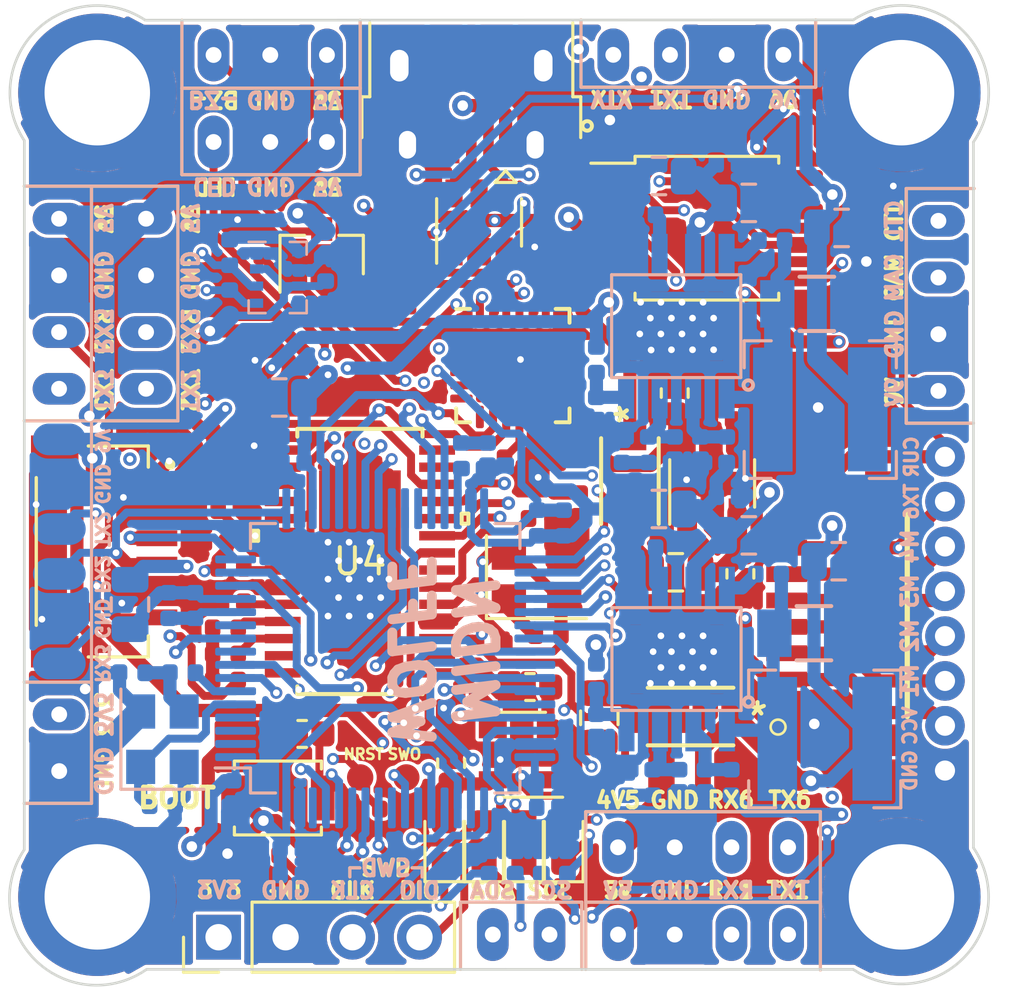
<source format=kicad_pcb>
(kicad_pcb (version 20171130) (host pcbnew "(5.1.6-0-10_14)")
  (layers (0 F.Cu power) (1 In1.Cu power) (2 In2.Cu power) (31 B.Cu power) (34 B.Paste user hide) (35 F.Paste user hide) (36 B.SilkS user) (37 F.SilkS user) (38 B.Mask user hide) (39 F.Mask user hide) (44 Edge.Cuts user))
  (net 0 "")
  (net 1 GND)
  (net 2 +3V3)
  (net 3 +3.3VA)
  (net 4 "Net-(C15-Pad1)")
  (net 5 HSE_IN)
  (net 6 VCC)
  (net 7 "Net-(D3-Pad1)")
  (net 8 SWDIO)
  (net 9 SWCLK)
  (net 10 I2C1_SCL)
  (net 11 I2C1_SDA)
  (net 12 SPI1_CS)
  (net 13 SPI1_SCK)
  (net 14 SPI1_MISO)
  (net 15 SPI1_MOSI)
  (net 16 BOOT0)
  (net 17 HSE_OUT)
  (net 18 "Net-(C18-Pad1)")
  (net 19 "Net-(C20-Pad1)")
  (net 20 "Net-(C21-Pad1)")
  (net 21 CLKIN)
  (net 22 UART6_TX)
  (net 23 UART6_RX)
  (net 24 UART1_TX)
  (net 25 M1)
  (net 26 M2)
  (net 27 M3)
  (net 28 M4)
  (net 29 CURR)
  (net 30 SPI2_MISO)
  (net 31 SPI2_MOSI)
  (net 32 SPI2_SCK)
  (net 33 SPI2_CS)
  (net 34 "Net-(R16-Pad1)")
  (net 35 "Net-(C1-Pad2)")
  (net 36 "Net-(C31-Pad2)")
  (net 37 "Net-(C31-Pad1)")
  (net 38 "Net-(C33-Pad2)")
  (net 39 "Net-(C36-Pad2)")
  (net 40 "Net-(C36-Pad1)")
  (net 41 "Net-(R14-Pad1)")
  (net 42 "Net-(R24-Pad1)")
  (net 43 "Net-(C1-Pad1)")
  (net 44 "Net-(C33-Pad1)")
  (net 45 BUZ-)
  (net 46 CAM_CTRL)
  (net 47 "Net-(R26-Pad2)")
  (net 48 LED_BLUE)
  (net 49 "Net-(D5-Pad1)")
  (net 50 +5V)
  (net 51 USB_D+)
  (net 52 USB_D-)
  (net 53 "Net-(R22-Pad1)")
  (net 54 "Net-(R11-Pad2)")
  (net 55 "Net-(R12-Pad2)")
  (net 56 XFB)
  (net 57 ADC_VSENS)
  (net 58 +5V_USB)
  (net 59 "Net-(C17-Pad1)")
  (net 60 USB_Conn_D+)
  (net 61 USB_Conn_D-)
  (net 62 GNDA)
  (net 63 UART1_RX)
  (net 64 "Net-(C22-Pad2)")
  (net 65 "Net-(C22-Pad1)")
  (net 66 CAM)
  (net 67 VID)
  (net 68 UART2_TX)
  (net 69 UART2_RX)
  (net 70 SPI3_MOSI)
  (net 71 SPI3_MISO)
  (net 72 SPI3_SCK)
  (net 73 SPI3_CS)
  (net 74 UART3_TX)
  (net 75 UART3_RX)
  (net 76 LED)
  (net 77 "Net-(C29-Pad2)")
  (net 78 "Net-(C26-Pad1)")
  (net 79 BUZ-_MCU)
  (net 80 "Net-(R20-Pad2)")
  (net 81 "Net-(R21-Pad2)")
  (net 82 "Net-(C15-Pad2)")
  (net 83 +3V3_GYRO)
  (net 84 "Net-(C40-Pad1)")
  (net 85 "Net-(C41-Pad1)")
  (net 86 4V5)
  (net 87 SWO)
  (net 88 +9V)
  (net 89 I2C3_SCL)
  (net 90 I2C3_SDA)
  (net 91 "Net-(D7-Pad1)")
  (net 92 "Net-(D8-Pad1)")
  (net 93 "Net-(R29-Pad2)")
  (net 94 "Net-(R33-Pad2)")
  (net 95 NRST)
  (net 96 SAG)
  (net 97 "Net-(C24-Pad2)")
  (net 98 "Net-(R10-Pad2)")
  (module Footprints:CDBMT2100-HF (layer B.Cu) (at 108.43 96.75)
    (fp_text reference D1)
    (fp_text value "90V, 2A")
    (pad 2 smd rect (at 1.5 0) (size 1.3 1.8) (layers B.Cu B.Paste B.Mask) (net 1 GND))
    (pad 1 smd rect (at -1.5 0) (size 1.3 1.8) (layers B.Cu B.Paste B.Mask) (net 35 "Net-(C1-Pad2)"))
  )
  (module Footprints:MP4560 (layer B.Cu) (at 104.028 92.26 180)
    (fp_text reference U7)
    (fp_text value MP4560)
    (pad 8 smd rect (at -1.1 -2.77 180) (size 0.61 1.6) (layers B.Cu B.Paste B.Mask) (net 43 "Net-(C1-Pad1)"))
    (pad 7 smd rect (at 0.17 -2.77 180) (size 0.61 1.6) (layers B.Cu B.Paste B.Mask) (net 6 VCC))
    (pad 6 smd rect (at 1.44 -2.77 180) (size 0.61 1.6) (layers B.Cu B.Paste B.Mask) (net 34 "Net-(R16-Pad1)"))
    (pad 5 smd rect (at 2.71 -2.77 180) (size 0.61 1.6) (layers B.Cu B.Paste B.Mask) (net 1 GND))
    (pad 1 smd rect (at -1.1 -8.17 180) (size 0.61 1.6) (layers B.Cu B.Paste B.Mask) (net 35 "Net-(C1-Pad2)"))
    (pad 4 smd rect (at 2.71 -8.17 180) (size 0.61 1.6) (layers B.Cu B.Paste B.Mask) (net 41 "Net-(R14-Pad1)"))
    (pad 3 smd rect (at 1.44 -8.17 180) (size 0.61 1.6) (layers B.Cu B.Paste B.Mask) (net 37 "Net-(C31-Pad1)"))
    (pad 2 smd rect (at 0.17 -8.17 180) (size 0.61 1.6) (layers B.Cu B.Paste B.Mask) (net 94 "Net-(R33-Pad2)"))
    (pad 5 smd rect (at 0.8 -5.475 180) (size 3.51 2.62) (layers B.Cu B.Paste B.Mask) (net 1 GND))
  )
  (module Resistor_SMD:R_0402_1005Metric (layer B.Cu) (at 104.3 102.41 270)
    (fp_text reference R34)
    (fp_text value 19.1k)
    (pad 2 smd roundrect (at 0.485 0 270) (size 0.59 0.64) (layers B.Cu B.Paste B.Mask) (net 1 GND))
    (pad 1 smd roundrect (at -0.485 0 270) (size 0.59 0.64) (layers B.Cu B.Paste B.Mask) (net 94 "Net-(R33-Pad2)"))
  )
  (module Resistor_SMD:R_0402_1005Metric (layer B.Cu) (at 105.29 102.41 90)
    (fp_text reference R33)
    (fp_text value 100k)
    (pad 2 smd roundrect (at 0.485 0 90) (size 0.59 0.64) (layers B.Cu B.Paste B.Mask) (net 94 "Net-(R33-Pad2)"))
    (pad 1 smd roundrect (at -0.485 0 90) (size 0.59 0.64) (layers B.Cu B.Paste B.Mask) (net 6 VCC))
  )
  (module Capacitor_SMD:C_0402_1005Metric (layer B.Cu) (at 105.21 78.96 180)
    (fp_text reference C44)
    (fp_text value 0.1uF)
    (pad 2 smd roundrect (at 0.485 0 180) (size 0.59 0.64) (layers B.Cu B.Paste B.Mask) (net 6 VCC))
    (pad 1 smd roundrect (at -0.485 0 180) (size 0.59 0.64) (layers B.Cu B.Paste B.Mask) (net 1 GND))
  )
  (module Capacitor_SMD:C_0402_1005Metric (layer B.Cu) (at 103.31 102.41 270)
    (fp_text reference C45)
    (fp_text value 2pF)
    (pad 2 smd roundrect (at 0.485 0 270) (size 0.59 0.64) (layers B.Cu B.Paste B.Mask) (net 1 GND))
    (pad 1 smd roundrect (at -0.485 0 270) (size 0.59 0.64) (layers B.Cu B.Paste B.Mask) (net 37 "Net-(C31-Pad1)"))
  )
  (module Capacitor_SMD:C_0805_2012Metric (layer B.Cu) (at 102.55 92.04)
    (fp_text reference C43)
    (fp_text value 2.2uF)
    (pad 2 smd roundrect (at 0.9375 0) (size 0.975 1.4) (layers B.Cu B.Paste B.Mask) (net 6 VCC))
    (pad 1 smd roundrect (at -0.9375 0) (size 0.975 1.4) (layers B.Cu B.Paste B.Mask) (net 1 GND))
  )
  (module Capacitor_SMD:C_0402_1005Metric (layer B.Cu) (at 102.32 102.41 270)
    (fp_text reference C31)
    (fp_text value 560pF)
    (pad 2 smd roundrect (at 0.485 0 270) (size 0.59 0.64) (layers B.Cu B.Paste B.Mask) (net 36 "Net-(C31-Pad2)"))
    (pad 1 smd roundrect (at -0.485 0 270) (size 0.59 0.64) (layers B.Cu B.Paste B.Mask) (net 37 "Net-(C31-Pad1)"))
  )
  (module Capacitor_SMD:C_0402_1005Metric (layer B.Cu) (at 106.71 94.51)
    (fp_text reference C1)
    (fp_text value 0.1uF)
    (pad 2 smd roundrect (at 0.485 0) (size 0.59 0.64) (layers B.Cu B.Paste B.Mask) (net 35 "Net-(C1-Pad2)"))
    (pad 1 smd roundrect (at -0.485 0) (size 0.59 0.64) (layers B.Cu B.Paste B.Mask) (net 43 "Net-(C1-Pad1)"))
  )
  (module Capacitor_SMD:C_0805_2012Metric (layer B.Cu) (at 105.96 93.04 180)
    (fp_text reference C30)
    (fp_text value 2.2uF)
    (pad 2 smd roundrect (at 0.9375 0 180) (size 0.975 1.4) (layers B.Cu B.Paste B.Mask) (net 6 VCC))
    (pad 1 smd roundrect (at -0.9375 0 180) (size 0.975 1.4) (layers B.Cu B.Paste B.Mask) (net 1 GND))
  )
  (module Inductor_SMD:L_Bourns-SRN5020 (layer B.Cu) (at 108.25 105.8)
    (fp_text reference L1)
    (fp_text value 12uH)
    (pad 1 smd rect (at -1.21 -5.04) (size 1.5 4.7) (layers B.Cu B.Paste B.Mask) (net 35 "Net-(C1-Pad2)"))
    (pad 2 smd rect (at 2.39 -5.05) (size 1.5 4.7) (layers B.Cu B.Paste B.Mask) (net 50 +5V))
  )
  (module Capacitor_SMD:C_0805_2012Metric (layer B.Cu) (at 109.37 94.02)
    (fp_text reference C2)
    (fp_text value 22uF)
    (pad 2 smd roundrect (at 0.9375 0) (size 0.975 1.4) (layers B.Cu B.Paste B.Mask) (net 1 GND))
    (pad 1 smd roundrect (at -0.9375 0) (size 0.975 1.4) (layers B.Cu B.Paste B.Mask) (net 50 +5V))
  )
  (module Resistor_SMD:R_0402_1005Metric (layer B.Cu) (at 100.18 98.4 270)
    (fp_text reference R19)
    (fp_text value 20k)
    (pad 2 smd roundrect (at 0.485 0 270) (size 0.59 0.64) (layers B.Cu B.Paste B.Mask) (net 41 "Net-(R14-Pad1)"))
    (pad 1 smd roundrect (at -0.485 0 270) (size 0.59 0.64) (layers B.Cu B.Paste B.Mask) (net 50 +5V))
  )
  (module Resistor_SMD:R_0402_1005Metric (layer B.Cu) (at 100.18 100.31 270)
    (fp_text reference R14)
    (fp_text value 3.8k)
    (pad 2 smd roundrect (at 0.485 0 270) (size 0.59 0.64) (layers B.Cu B.Paste B.Mask) (net 1 GND))
    (pad 1 smd roundrect (at -0.485 0 270) (size 0.59 0.64) (layers B.Cu B.Paste B.Mask) (net 41 "Net-(R14-Pad1)"))
  )
  (module Resistor_SMD:R_0402_1005Metric (layer B.Cu) (at 101.94 93.51 180)
    (fp_text reference R16)
    (fp_text value 200k)
    (pad 2 smd roundrect (at 0.485 0 180) (size 0.59 0.64) (layers B.Cu B.Paste B.Mask) (net 1 GND))
    (pad 1 smd roundrect (at -0.485 0 180) (size 0.59 0.64) (layers B.Cu B.Paste B.Mask) (net 34 "Net-(R16-Pad1)"))
  )
  (module Resistor_SMD:R_0402_1005Metric (layer B.Cu) (at 101.33 102.41 90)
    (fp_text reference R17)
    (fp_text value 68k)
    (pad 2 smd roundrect (at 0.485 0 90) (size 0.59 0.64) (layers B.Cu B.Paste B.Mask) (net 1 GND))
    (pad 1 smd roundrect (at -0.485 0 90) (size 0.59 0.64) (layers B.Cu B.Paste B.Mask) (net 36 "Net-(C31-Pad2)"))
  )
  (module Oscillator:Oscillator_SMD_Abracon_ASE-4Pin_3.2x2.5mm (layer B.Cu) (at 83.72 100.77 90)
    (fp_text reference HSE1)
    (fp_text value 8MHz)
    (pad 4 smd rect (at -1.05 0.825 90) (size 1.3 1.1) (layers B.Cu B.Paste B.Mask) (net 1 GND))
    (pad 3 smd rect (at 1.05 0.825 90) (size 1.3 1.1) (layers B.Cu B.Paste B.Mask) (net 78 "Net-(C26-Pad1)"))
    (pad 2 smd rect (at 1.05 -0.825 90) (size 1.3 1.1) (layers B.Cu B.Paste B.Mask) (net 1 GND))
    (pad 1 smd rect (at -1.05 -0.825 90) (size 1.3 1.1) (layers B.Cu B.Paste B.Mask) (net 5 HSE_IN))
  )
  (module Oscillator:Oscillator_SMD_Abracon_ASE-4Pin_3.2x2.5mm (layer F.Cu) (at 97.91 94.62)
    (fp_text reference Y1)
    (fp_text value 27MHz)
    (pad 4 smd rect (at -1.05 -0.825) (size 1.3 1.1) (layers F.Cu F.Paste F.Mask) (net 1 GND))
    (pad 3 smd rect (at 1.05 -0.825) (size 1.3 1.1) (layers F.Cu F.Paste F.Mask) (net 77 "Net-(C29-Pad2)"))
    (pad 2 smd rect (at 1.05 0.825) (size 1.3 1.1) (layers F.Cu F.Paste F.Mask) (net 1 GND))
    (pad 1 smd rect (at -1.05 0.825) (size 1.3 1.1) (layers F.Cu F.Paste F.Mask) (net 21 CLKIN))
  )
  (module Footprints:SBR3U30P1-7 (layer F.Cu) (at 101.45 90.98 270)
    (fp_text reference D6)
    (fp_text value D_Schottky)
    (fp_text user * (at -2.54 0 90) (layer F.SilkS))
    (fp_text user * (at -2.54 0 90) (layer F.SilkS))
    (pad 1 smd rect (at 1.1049 0 270) (size 2.1082 1.2446) (layers F.Cu F.Paste F.Mask) (net 86 4V5))
    (pad 2 smd rect (at -1.6637 0 270) (size 0.9906 1.2446) (layers F.Cu F.Paste F.Mask) (net 58 +5V_USB))
  )
  (module Footprints:SBR3U30P1-7 (layer F.Cu) (at 103.75 99.91 180)
    (fp_text reference D4)
    (fp_text value D_Schottky)
    (fp_text user * (at -2.54 0) (layer F.SilkS))
    (fp_text user * (at -2.54 0) (layer F.SilkS))
    (pad 1 smd rect (at 1.1049 0 180) (size 2.1082 1.2446) (layers F.Cu F.Paste F.Mask) (net 86 4V5))
    (pad 2 smd rect (at -1.6637 0 180) (size 0.9906 1.2446) (layers F.Cu F.Paste F.Mask) (net 50 +5V))
  )
  (module Package_SO:SOIC-8_5.23x5.23mm_P1.27mm (layer F.Cu) (at 104.37 81.39)
    (fp_text reference U6)
    (fp_text value W25Q128JVS)
    (pad 8 smd roundrect (at 3.6 -1.905) (size 1.6 0.6) (layers F.Cu F.Paste F.Mask) (net 2 +3V3))
    (pad 7 smd roundrect (at 3.6 -0.635) (size 1.6 0.6) (layers F.Cu F.Paste F.Mask) (net 2 +3V3))
    (pad 6 smd roundrect (at 3.6 0.635) (size 1.6 0.6) (layers F.Cu F.Paste F.Mask) (net 32 SPI2_SCK))
    (pad 5 smd roundrect (at 3.6 1.905) (size 1.6 0.6) (layers F.Cu F.Paste F.Mask) (net 31 SPI2_MOSI))
    (pad 4 smd roundrect (at -3.6 1.905) (size 1.6 0.6) (layers F.Cu F.Paste F.Mask) (net 1 GND))
    (pad 3 smd roundrect (at -3.6 0.635) (size 1.6 0.6) (layers F.Cu F.Paste F.Mask) (net 2 +3V3))
    (pad 2 smd roundrect (at -3.6 -0.635) (size 1.6 0.6) (layers F.Cu F.Paste F.Mask) (net 30 SPI2_MISO))
    (pad 1 smd roundrect (at -3.6 -1.905) (size 1.6 0.6) (layers F.Cu F.Paste F.Mask) (net 33 SPI2_CS))
  )
  (module Footprints:CDBMT2100-HF (layer B.Cu) (at 108.54 84.26)
    (fp_text reference D2)
    (fp_text value "90V, 2A")
    (pad 2 smd rect (at 1.5 0) (size 1.3 1.8) (layers B.Cu B.Paste B.Mask) (net 1 GND))
    (pad 1 smd rect (at -1.5 0) (size 1.3 1.8) (layers B.Cu B.Paste B.Mask) (net 38 "Net-(C33-Pad2)"))
  )
  (module Connector_Wire:Connector_Wire_Solder_DJI (layer B.Cu) (at 77.81 93.65 270)
    (fp_text reference J16)
    (fp_text value Conn_01x06)
    (pad 6 smd oval (at 4.25 -2 270) (size 1.2 2) (layers B.Cu B.Paste B.Mask) (net 75 UART3_RX))
    (pad 5 smd oval (at 2.55 -2 270) (size 1.2 2) (layers B.Cu B.Paste B.Mask) (net 1 GND))
    (pad 4 smd oval (at 0.85 -2 270) (size 1.2 2) (layers B.Cu B.Paste B.Mask) (net 69 UART2_RX))
    (pad 3 smd oval (at -0.85 -2 270) (size 1.2 2) (layers B.Cu B.Paste B.Mask) (net 68 UART2_TX))
    (pad 2 smd oval (at -2.55 -2 270) (size 1.2 2) (layers B.Cu B.Paste B.Mask) (net 1 GND))
    (pad 1 smd oval (at -4.25 -2 270) (size 1.2 2) (layers B.Cu B.Paste B.Mask) (net 88 +9V))
  )
  (module Connector_Wire:SolderWire-0.1sqmm_1x02_P3.6mm_D0.4mm_OD1mm (layer F.Cu) (at 93.22 102.17 180)
    (fp_text reference J17)
    (fp_text value Conn_01x02)
    (pad 2 smd circle (at 2 -0.05 180) (size 1 1) (layers F.Cu F.Paste F.Mask) (net 95 NRST))
    (pad 1 smd circle (at 0.25 -0.05 180) (size 1 1) (layers F.Cu F.Paste F.Mask) (net 87 SWO))
  )
  (module Footprints:MP4560 (layer B.Cu) (at 104.016 79.635 180)
    (fp_text reference U5)
    (fp_text value MP4560)
    (pad 8 smd rect (at -1.1 -2.77 180) (size 0.61 1.6) (layers B.Cu B.Paste B.Mask) (net 44 "Net-(C33-Pad1)"))
    (pad 7 smd rect (at 0.17 -2.77 180) (size 0.61 1.6) (layers B.Cu B.Paste B.Mask) (net 6 VCC))
    (pad 6 smd rect (at 1.44 -2.77 180) (size 0.61 1.6) (layers B.Cu B.Paste B.Mask) (net 42 "Net-(R24-Pad1)"))
    (pad 5 smd rect (at 2.71 -2.77 180) (size 0.61 1.6) (layers B.Cu B.Paste B.Mask) (net 1 GND))
    (pad 1 smd rect (at -1.1 -8.17 180) (size 0.61 1.6) (layers B.Cu B.Paste B.Mask) (net 38 "Net-(C33-Pad2)"))
    (pad 4 smd rect (at 2.71 -8.17 180) (size 0.61 1.6) (layers B.Cu B.Paste B.Mask) (net 53 "Net-(R22-Pad1)"))
    (pad 3 smd rect (at 1.44 -8.17 180) (size 0.61 1.6) (layers B.Cu B.Paste B.Mask) (net 40 "Net-(C36-Pad1)"))
    (pad 2 smd rect (at 0.17 -8.17 180) (size 0.61 1.6) (layers B.Cu B.Paste B.Mask) (net 93 "Net-(R29-Pad2)"))
    (pad 5 smd rect (at 0.8 -5.475 180) (size 3.51 2.62) (layers B.Cu B.Paste B.Mask) (net 1 GND))
  )
  (module JPW_Footprints:MAX7456EUI&plus_T (layer F.Cu) (at 91.21 94.03 180)
    (fp_text reference U4 (at 0 0) (layer F.SilkS))
    (fp_text value MAX7456EUI+)
    (pad 1 smd rect (at -2.92735 -4.225 180) (size 1.3589 0.3556) (layers F.Cu F.Paste F.Mask))
    (pad 2 smd rect (at -2.92735 -3.574999 180) (size 1.3589 0.3556) (layers F.Cu F.Paste F.Mask))
    (pad 3 smd rect (at -2.92735 -2.925 180) (size 1.3589 0.3556) (layers F.Cu F.Paste F.Mask) (net 2 +3V3))
    (pad 4 smd rect (at -2.92735 -2.274999 180) (size 1.3589 0.3556) (layers F.Cu F.Paste F.Mask) (net 1 GND))
    (pad 5 smd rect (at -2.92735 -1.625001 180) (size 1.3589 0.3556) (layers F.Cu F.Paste F.Mask) (net 21 CLKIN))
    (pad 6 smd rect (at -2.92735 -0.974999 180) (size 1.3589 0.3556) (layers F.Cu F.Paste F.Mask) (net 56 XFB))
    (pad 7 smd rect (at -2.92735 -0.325001 180) (size 1.3589 0.3556) (layers F.Cu F.Paste F.Mask))
    (pad 8 smd rect (at -2.92735 0.324998 180) (size 1.3589 0.3556) (layers F.Cu F.Paste F.Mask) (net 73 SPI3_CS))
    (pad 9 smd rect (at -2.92735 0.974999 180) (size 1.3589 0.3556) (layers F.Cu F.Paste F.Mask) (net 70 SPI3_MOSI))
    (pad 10 smd rect (at -2.92735 1.624998 180) (size 1.3589 0.3556) (layers F.Cu F.Paste F.Mask) (net 72 SPI3_SCK))
    (pad 11 smd rect (at -2.92735 2.274999 180) (size 1.3589 0.3556) (layers F.Cu F.Paste F.Mask) (net 71 SPI3_MISO))
    (pad 12 smd rect (at -2.92735 2.924998 180) (size 1.3589 0.3556) (layers F.Cu F.Paste F.Mask) (net 98 "Net-(R10-Pad2)"))
    (pad 13 smd rect (at -2.92735 3.574999 180) (size 1.3589 0.3556) (layers F.Cu F.Paste F.Mask))
    (pad 14 smd rect (at -2.92735 4.224998 180) (size 1.3589 0.3556) (layers F.Cu F.Paste F.Mask))
    (pad 15 smd rect (at 2.92735 4.225 180) (size 1.3589 0.3556) (layers F.Cu F.Paste F.Mask))
    (pad 16 smd rect (at 2.92735 3.574999 180) (size 1.3589 0.3556) (layers F.Cu F.Paste F.Mask))
    (pad 17 smd rect (at 2.92735 2.925 180) (size 1.3589 0.3556) (layers F.Cu F.Paste F.Mask) (net 54 "Net-(R11-Pad2)"))
    (pad 18 smd rect (at 2.92735 2.274999 180) (size 1.3589 0.3556) (layers F.Cu F.Paste F.Mask) (net 55 "Net-(R12-Pad2)"))
    (pad 19 smd rect (at 2.92735 1.625001 180) (size 1.3589 0.3556) (layers F.Cu F.Paste F.Mask) (net 2 +3V3))
    (pad 20 smd rect (at 2.92735 0.974999 180) (size 1.3589 0.3556) (layers F.Cu F.Paste F.Mask) (net 1 GND))
    (pad 21 smd rect (at 2.92735 0.325001 180) (size 1.3589 0.3556) (layers F.Cu F.Paste F.Mask) (net 2 +3V3))
    (pad 22 smd rect (at 2.92735 -0.325001 180) (size 1.3589 0.3556) (layers F.Cu F.Paste F.Mask) (net 97 "Net-(C24-Pad2)"))
    (pad 23 smd rect (at 2.92735 -0.974999 180) (size 1.3589 0.3556) (layers F.Cu F.Paste F.Mask) (net 1 GND))
    (pad 24 smd rect (at 2.92735 -1.625001 180) (size 1.3589 0.3556) (layers F.Cu F.Paste F.Mask) (net 2 +3V3))
    (pad 25 smd rect (at 2.92735 -2.274999 180) (size 1.3589 0.3556) (layers F.Cu F.Paste F.Mask) (net 96 SAG))
    (pad 26 smd rect (at 2.92735 -2.925 180) (size 1.3589 0.3556) (layers F.Cu F.Paste F.Mask) (net 64 "Net-(C22-Pad2)"))
    (pad 27 smd rect (at 2.92735 -3.574999 180) (size 1.3589 0.3556) (layers F.Cu F.Paste F.Mask))
    (pad 28 smd rect (at 2.92735 -4.225 180) (size 1.3589 0.3556) (layers F.Cu F.Paste F.Mask))
    (pad 29 smd rect (at 0 0 180) (size 3.0988 6.9088) (layers F.Cu F.Paste F.Mask) (net 1 GND))
  )
  (module Connector_USB:USB_Micro-B_Amphenol_10103594-0001LF_Horizontal (layer F.Cu) (at 95.41 76.34 180)
    (fp_text reference J13)
    (fp_text value USB_B_Micro)
    (pad 6 smd rect (at 2.725 0.185 180) (size 1.35 2) (layers F.Cu F.Paste F.Mask) (net 1 GND))
    (pad 6 smd rect (at -2.755 0.185 180) (size 1.35 2) (layers F.Cu F.Paste F.Mask) (net 1 GND))
    (pad 6 smd rect (at -2.975 -0.565 180) (size 1.825 0.7) (layers F.Cu F.Paste F.Mask) (net 1 GND))
    (pad 6 smd rect (at 2.975 -0.565 180) (size 1.825 0.7) (layers F.Cu F.Paste F.Mask) (net 1 GND))
    (pad 6 smd rect (at -2.875 -1.865 180) (size 2 1.5) (layers F.Cu F.Paste F.Mask) (net 1 GND))
    (pad 6 smd rect (at 2.875 -1.885 180) (size 2 1.5) (layers F.Cu F.Paste F.Mask) (net 1 GND))
    (pad 1 smd rect (at -1.325 -1.765 270) (size 1.65 0.4) (layers F.Cu F.Paste F.Mask) (net 58 +5V_USB))
    (pad 2 smd rect (at -0.675 -1.765 270) (size 1.65 0.4) (layers F.Cu F.Paste F.Mask) (net 61 USB_Conn_D-))
    (pad 3 smd rect (at -0.025 -1.765 270) (size 1.65 0.4) (layers F.Cu F.Paste F.Mask) (net 60 USB_Conn_D+))
    (pad 4 smd rect (at 0.625 -1.765 270) (size 1.65 0.4) (layers F.Cu F.Paste F.Mask))
    (pad 5 smd rect (at 1.275 -1.765 270) (size 1.65 0.4) (layers F.Cu F.Paste F.Mask) (net 1 GND))
    (pad 6 thru_hole oval (at -2.445 -1.885 270) (size 1.5 1.1) (drill oval 1.05 0.65) (layers *.Cu *.Mask) (net 1 GND))
    (pad 6 thru_hole oval (at 2.395 -1.885 270) (size 1.5 1.1) (drill oval 1.05 0.65) (layers *.Cu *.Mask) (net 1 GND))
    (pad 6 thru_hole oval (at -2.755 1.115 270) (size 1.7 1.35) (drill oval 1.2 0.7) (layers *.Cu *.Mask) (net 1 GND))
    (pad 6 thru_hole oval (at 2.705 1.115 270) (size 1.7 1.35) (drill oval 1.2 0.7) (layers *.Cu *.Mask) (net 1 GND))
    (pad 6 smd rect (at -0.985 1.385 270) (size 2.5 1.43) (layers F.Cu F.Paste F.Mask) (net 1 GND))
    (pad 6 smd rect (at 0.935 1.385 270) (size 2.5 1.43) (layers F.Cu F.Paste F.Mask) (net 1 GND))
  )
  (module "Footprints:JST_SM06B-SRSS-TB(LF)(SN)" (layer F.Cu) (at 83.51 93.65 270)
    (fp_text reference J10)
    (fp_text value Conn_01x06)
    (pad 6 smd rect (at 2.5 0 270) (size 0.6 1.55) (layers F.Cu F.Paste F.Mask) (net 75 UART3_RX))
    (pad 1 smd rect (at -2.5 0 270) (size 0.6 1.55) (layers F.Cu F.Paste F.Mask) (net 88 +9V))
    (pad 2 smd rect (at -1.5 0 270) (size 0.6 1.55) (layers F.Cu F.Paste F.Mask) (net 1 GND))
    (pad 3 smd rect (at -0.5 0 270) (size 0.6 1.55) (layers F.Cu F.Paste F.Mask) (net 68 UART2_TX))
    (pad 4 smd rect (at 0.5 0 270) (size 0.6 1.55) (layers F.Cu F.Paste F.Mask) (net 69 UART2_RX))
    (pad 5 smd rect (at 1.5 0 270) (size 0.6 1.55) (layers F.Cu F.Paste F.Mask) (net 1 GND))
    (pad S1 smd rect (at -3.8 3.875 270) (size 1.2 1.8) (layers F.Cu F.Paste F.Mask))
    (pad S2 smd rect (at 3.8 3.875 270) (size 1.2 1.8) (layers F.Cu F.Paste F.Mask))
  )
  (module Capacitor_SMD:C_0402_1005Metric (layer F.Cu) (at 91.48 103.42 180)
    (fp_text reference C50)
    (fp_text value 0.1uF)
    (pad 2 smd roundrect (at 0.485 0 180) (size 0.59 0.64) (layers F.Cu F.Paste F.Mask) (net 1 GND))
    (pad 1 smd roundrect (at -0.485 0 180) (size 0.59 0.64) (layers F.Cu F.Paste F.Mask) (net 95 NRST))
  )
  (module Resistor_SMD:R_0402_1005Metric (layer B.Cu) (at 99.08 105.38 90)
    (fp_text reference R23)
    (fp_text value 233)
    (pad 2 smd roundrect (at 0.485 0 90) (size 0.59 0.64) (layers B.Cu B.Paste B.Mask) (net 1 GND))
    (pad 1 smd roundrect (at -0.485 0 90) (size 0.59 0.64) (layers B.Cu B.Paste B.Mask) (net 92 "Net-(D8-Pad1)"))
  )
  (module Resistor_SMD:R_0402_1005Metric (layer B.Cu) (at 98.09 105.38 90)
    (fp_text reference R18)
    (fp_text value 100)
    (pad 2 smd roundrect (at 0.485 0 90) (size 0.59 0.64) (layers B.Cu B.Paste B.Mask) (net 1 GND))
    (pad 1 smd roundrect (at -0.485 0 90) (size 0.59 0.64) (layers B.Cu B.Paste B.Mask) (net 91 "Net-(D7-Pad1)"))
  )
  (module LED_SMD:LED_0603_1608Metric (layer F.Cu) (at 98.94 104.69 90)
    (fp_text reference D8)
    (fp_text value GREEN)
    (pad 2 smd roundrect (at 0.7875 0 90) (size 0.875 0.95) (layers F.Cu F.Paste F.Mask) (net 88 +9V))
    (pad 1 smd roundrect (at -0.7875 0 90) (size 0.875 0.95) (layers F.Cu F.Paste F.Mask) (net 92 "Net-(D8-Pad1)"))
  )
  (module LED_SMD:LED_0603_1608Metric (layer F.Cu) (at 97.43 104.69 90)
    (fp_text reference D7)
    (fp_text value YELLOW)
    (pad 2 smd roundrect (at 0.7875 0 90) (size 0.875 0.95) (layers F.Cu F.Paste F.Mask) (net 50 +5V))
    (pad 1 smd roundrect (at -0.7875 0 90) (size 0.875 0.95) (layers F.Cu F.Paste F.Mask) (net 91 "Net-(D7-Pad1)"))
  )
  (module Resistor_SMD:R_0402_1005Metric (layer B.Cu) (at 86.27 82.31 270)
    (fp_text reference R15)
    (fp_text value 3.7k)
    (pad 2 smd roundrect (at 0.485 0 270) (size 0.59 0.64) (layers B.Cu B.Paste B.Mask) (net 90 I2C3_SDA))
    (pad 1 smd roundrect (at -0.485 0 270) (size 0.59 0.64) (layers B.Cu B.Paste B.Mask) (net 2 +3V3))
  )
  (module Resistor_SMD:R_0402_1005Metric (layer B.Cu) (at 86.27 84.22 90)
    (fp_text reference R1)
    (fp_text value 3.7k)
    (pad 2 smd roundrect (at 0.485 0 90) (size 0.59 0.64) (layers B.Cu B.Paste B.Mask) (net 89 I2C3_SCL))
    (pad 1 smd roundrect (at -0.485 0 90) (size 0.59 0.64) (layers B.Cu B.Paste B.Mask) (net 2 +3V3))
  )
  (module Package_TO_SOT_SMD:SOT-23-6 (layer F.Cu) (at 95.73 81.17 90)
    (fp_text reference U8)
    (fp_text value USBLC6-2P6)
    (pad 5 smd rect (at 1.1 0 90) (size 1.06 0.65) (layers F.Cu F.Paste F.Mask) (net 58 +5V_USB))
    (pad 6 smd rect (at 1.1 -0.95 90) (size 1.06 0.65) (layers F.Cu F.Paste F.Mask) (net 60 USB_Conn_D+))
    (pad 4 smd rect (at 1.1 0.95 90) (size 1.06 0.65) (layers F.Cu F.Paste F.Mask) (net 61 USB_Conn_D-))
    (pad 3 smd rect (at -1.1 0.95 90) (size 1.06 0.65) (layers F.Cu F.Paste F.Mask) (net 52 USB_D-))
    (pad 2 smd rect (at -1.1 0 90) (size 1.06 0.65) (layers F.Cu F.Paste F.Mask) (net 1 GND))
    (pad 1 smd rect (at -1.1 -0.95 90) (size 1.06 0.65) (layers F.Cu F.Paste F.Mask) (net 51 USB_D+))
  )
  (module Resistor_SMD:R_0402_1005Metric (layer F.Cu) (at 92.04 83.88 270)
    (fp_text reference R21)
    (fp_text value 22)
    (pad 2 smd roundrect (at 0.485 0 270) (size 0.59 0.64) (layers F.Cu F.Paste F.Mask) (net 81 "Net-(R21-Pad2)"))
    (pad 1 smd roundrect (at -0.485 0 270) (size 0.59 0.64) (layers F.Cu F.Paste F.Mask) (net 51 USB_D+))
  )
  (module Resistor_SMD:R_0402_1005Metric (layer F.Cu) (at 93.03 83.88 270)
    (fp_text reference R20)
    (fp_text value 22)
    (pad 2 smd roundrect (at 0.485 0 270) (size 0.59 0.64) (layers F.Cu F.Paste F.Mask) (net 80 "Net-(R20-Pad2)"))
    (pad 1 smd roundrect (at -0.485 0 270) (size 0.59 0.64) (layers F.Cu F.Paste F.Mask) (net 52 USB_D-))
  )
  (module Package_TO_SOT_SMD:SOT-23 (layer F.Cu) (at 89.76 82.42 90)
    (fp_text reference Q1)
    (fp_text value BSS138)
    (pad 3 smd rect (at 1 0 90) (size 0.9 0.8) (layers F.Cu F.Paste F.Mask) (net 45 BUZ-))
    (pad 2 smd rect (at -1 0.95 90) (size 0.9 0.8) (layers F.Cu F.Paste F.Mask) (net 1 GND))
    (pad 1 smd rect (at -1 -0.95 90) (size 0.9 0.8) (layers F.Cu F.Paste F.Mask) (net 79 BUZ-_MCU))
  )
  (module Resistor_SMD:R_0402_1005Metric (layer F.Cu) (at 87.49 81.99 90)
    (fp_text reference R3)
    (fp_text value 10k)
    (pad 2 smd roundrect (at 0.485 0 90) (size 0.59 0.64) (layers F.Cu F.Paste F.Mask) (net 1 GND))
    (pad 1 smd roundrect (at -0.485 0 90) (size 0.59 0.64) (layers F.Cu F.Paste F.Mask) (net 79 BUZ-_MCU))
  )
  (module Capacitor_SMD:C_0402_1005Metric (layer B.Cu) (at 82.58 98.25 180)
    (fp_text reference C26)
    (fp_text value 10pF)
    (pad 2 smd roundrect (at 0.485 0 180) (size 0.59 0.64) (layers B.Cu B.Paste B.Mask) (net 1 GND))
    (pad 1 smd roundrect (at -0.485 0 180) (size 0.59 0.64) (layers B.Cu B.Paste B.Mask) (net 78 "Net-(C26-Pad1)"))
  )
  (module Capacitor_SMD:C_0402_1005Metric (layer B.Cu) (at 83.72 103.29)
    (fp_text reference C25)
    (fp_text value 10pF)
    (pad 2 smd roundrect (at 0.485 0) (size 0.59 0.64) (layers B.Cu B.Paste B.Mask) (net 1 GND))
    (pad 1 smd roundrect (at -0.485 0) (size 0.59 0.64) (layers B.Cu B.Paste B.Mask) (net 5 HSE_IN))
  )
  (module Button_Switch_SMD:SW_SPST_B3U-1000P (layer F.Cu) (at 88.1 103)
    (fp_text reference SW1)
    (fp_text value SW_Push)
    (pad 2 smd rect (at 1.7 0) (size 0.9 1.7) (layers F.Cu F.Paste F.Mask) (net 16 BOOT0))
    (pad 1 smd rect (at -1.7 0) (size 0.9 1.7) (layers F.Cu F.Paste F.Mask) (net 2 +3V3))
  )
  (module Package_QFP:LQFP-64_10x10mm_P0.5mm (layer B.Cu) (at 92.17 97.7)
    (fp_text reference U2)
    (fp_text value STM32F722RETx)
    (pad 1 smd roundrect (at -5.675 3.75) (size 1.55 0.3) (layers B.Cu B.Paste B.Mask) (net 2 +3V3))
    (pad 2 smd roundrect (at -5.675 3.25) (size 1.55 0.3) (layers B.Cu B.Paste B.Mask))
    (pad 3 smd roundrect (at -5.675 2.75) (size 1.55 0.3) (layers B.Cu B.Paste B.Mask))
    (pad 4 smd roundrect (at -5.675 2.25) (size 1.55 0.3) (layers B.Cu B.Paste B.Mask))
    (pad 5 smd roundrect (at -5.675 1.75) (size 1.55 0.3) (layers B.Cu B.Paste B.Mask) (net 5 HSE_IN))
    (pad 6 smd roundrect (at -5.675 1.25) (size 1.55 0.3) (layers B.Cu B.Paste B.Mask) (net 17 HSE_OUT))
    (pad 7 smd roundrect (at -5.675 0.75) (size 1.55 0.3) (layers B.Cu B.Paste B.Mask) (net 95 NRST))
    (pad 8 smd roundrect (at -5.675 0.25) (size 1.55 0.3) (layers B.Cu B.Paste B.Mask) (net 29 CURR))
    (pad 9 smd roundrect (at -5.675 -0.25) (size 1.55 0.3) (layers B.Cu B.Paste B.Mask))
    (pad 10 smd roundrect (at -5.675 -0.75) (size 1.55 0.3) (layers B.Cu B.Paste B.Mask) (net 57 ADC_VSENS))
    (pad 11 smd roundrect (at -5.675 -1.25) (size 1.55 0.3) (layers B.Cu B.Paste B.Mask))
    (pad 12 smd roundrect (at -5.675 -1.75) (size 1.55 0.3) (layers B.Cu B.Paste B.Mask) (net 62 GNDA))
    (pad 13 smd roundrect (at -5.675 -2.25) (size 1.55 0.3) (layers B.Cu B.Paste B.Mask) (net 3 +3.3VA))
    (pad 14 smd roundrect (at -5.675 -2.75) (size 1.55 0.3) (layers B.Cu B.Paste B.Mask) (net 25 M1))
    (pad 15 smd roundrect (at -5.675 -3.25) (size 1.55 0.3) (layers B.Cu B.Paste B.Mask) (net 76 LED))
    (pad 16 smd roundrect (at -5.675 -3.75) (size 1.55 0.3) (layers B.Cu B.Paste B.Mask) (net 68 UART2_TX))
    (pad 17 smd roundrect (at -3.75 -5.675) (size 0.3 1.55) (layers B.Cu B.Paste B.Mask) (net 69 UART2_RX))
    (pad 18 smd roundrect (at -3.25 -5.675) (size 0.3 1.55) (layers B.Cu B.Paste B.Mask) (net 1 GND))
    (pad 19 smd roundrect (at -2.75 -5.675) (size 0.3 1.55) (layers B.Cu B.Paste B.Mask) (net 2 +3V3))
    (pad 20 smd roundrect (at -2.25 -5.675) (size 0.3 1.55) (layers B.Cu B.Paste B.Mask) (net 12 SPI1_CS))
    (pad 21 smd roundrect (at -1.75 -5.675) (size 0.3 1.55) (layers B.Cu B.Paste B.Mask) (net 13 SPI1_SCK))
    (pad 22 smd roundrect (at -1.25 -5.675) (size 0.3 1.55) (layers B.Cu B.Paste B.Mask) (net 14 SPI1_MISO))
    (pad 23 smd roundrect (at -0.75 -5.675) (size 0.3 1.55) (layers B.Cu B.Paste B.Mask) (net 15 SPI1_MOSI))
    (pad 24 smd roundrect (at -0.25 -5.675) (size 0.3 1.55) (layers B.Cu B.Paste B.Mask) (net 79 BUZ-_MCU))
    (pad 25 smd roundrect (at 0.25 -5.675) (size 0.3 1.55) (layers B.Cu B.Paste B.Mask) (net 28 M4))
    (pad 26 smd roundrect (at 0.75 -5.675) (size 0.3 1.55) (layers B.Cu B.Paste B.Mask) (net 27 M3))
    (pad 27 smd roundrect (at 1.25 -5.675) (size 0.3 1.55) (layers B.Cu B.Paste B.Mask))
    (pad 28 smd roundrect (at 1.75 -5.675) (size 0.3 1.55) (layers B.Cu B.Paste B.Mask) (net 74 UART3_TX))
    (pad 29 smd roundrect (at 2.25 -5.675) (size 0.3 1.55) (layers B.Cu B.Paste B.Mask) (net 75 UART3_RX))
    (pad 30 smd roundrect (at 2.75 -5.675) (size 0.3 1.55) (layers B.Cu B.Paste B.Mask) (net 4 "Net-(C15-Pad1)"))
    (pad 31 smd roundrect (at 3.25 -5.675) (size 0.3 1.55) (layers B.Cu B.Paste B.Mask) (net 1 GND))
    (pad 32 smd roundrect (at 3.75 -5.675) (size 0.3 1.55) (layers B.Cu B.Paste B.Mask) (net 2 +3V3))
    (pad 33 smd roundrect (at 5.675 -3.75) (size 1.55 0.3) (layers B.Cu B.Paste B.Mask) (net 33 SPI2_CS))
    (pad 34 smd roundrect (at 5.675 -3.25) (size 1.55 0.3) (layers B.Cu B.Paste B.Mask) (net 32 SPI2_SCK))
    (pad 35 smd roundrect (at 5.675 -2.75) (size 1.55 0.3) (layers B.Cu B.Paste B.Mask) (net 30 SPI2_MISO))
    (pad 36 smd roundrect (at 5.675 -2.25) (size 1.55 0.3) (layers B.Cu B.Paste B.Mask) (net 31 SPI2_MOSI))
    (pad 37 smd roundrect (at 5.675 -1.75) (size 1.55 0.3) (layers B.Cu B.Paste B.Mask) (net 22 UART6_TX))
    (pad 38 smd roundrect (at 5.675 -1.25) (size 1.55 0.3) (layers B.Cu B.Paste B.Mask) (net 23 UART6_RX))
    (pad 39 smd roundrect (at 5.675 -0.75) (size 1.55 0.3) (layers B.Cu B.Paste B.Mask) (net 26 M2))
    (pad 40 smd roundrect (at 5.675 -0.25) (size 1.55 0.3) (layers B.Cu B.Paste B.Mask) (net 90 I2C3_SDA))
    (pad 41 smd roundrect (at 5.675 0.25) (size 1.55 0.3) (layers B.Cu B.Paste B.Mask) (net 89 I2C3_SCL))
    (pad 42 smd roundrect (at 5.675 0.75) (size 1.55 0.3) (layers B.Cu B.Paste B.Mask) (net 24 UART1_TX))
    (pad 43 smd roundrect (at 5.675 1.25) (size 1.55 0.3) (layers B.Cu B.Paste B.Mask) (net 63 UART1_RX))
    (pad 44 smd roundrect (at 5.675 1.75) (size 1.55 0.3) (layers B.Cu B.Paste B.Mask) (net 80 "Net-(R20-Pad2)"))
    (pad 45 smd roundrect (at 5.675 2.25) (size 1.55 0.3) (layers B.Cu B.Paste B.Mask) (net 81 "Net-(R21-Pad2)"))
    (pad 46 smd roundrect (at 5.675 2.75) (size 1.55 0.3) (layers B.Cu B.Paste B.Mask) (net 8 SWDIO))
    (pad 47 smd roundrect (at 5.675 3.25) (size 1.55 0.3) (layers B.Cu B.Paste B.Mask) (net 1 GND))
    (pad 48 smd roundrect (at 5.675 3.75) (size 1.55 0.3) (layers B.Cu B.Paste B.Mask) (net 2 +3V3))
    (pad 49 smd roundrect (at 3.75 5.675) (size 0.3 1.55) (layers B.Cu B.Paste B.Mask) (net 9 SWCLK))
    (pad 50 smd roundrect (at 3.25 5.675) (size 0.3 1.55) (layers B.Cu B.Paste B.Mask) (net 73 SPI3_CS))
    (pad 51 smd roundrect (at 2.75 5.675) (size 0.3 1.55) (layers B.Cu B.Paste B.Mask) (net 72 SPI3_SCK))
    (pad 52 smd roundrect (at 2.25 5.675) (size 0.3 1.55) (layers B.Cu B.Paste B.Mask) (net 71 SPI3_MISO))
    (pad 53 smd roundrect (at 1.75 5.675) (size 0.3 1.55) (layers B.Cu B.Paste B.Mask) (net 70 SPI3_MOSI))
    (pad 54 smd roundrect (at 1.25 5.675) (size 0.3 1.55) (layers B.Cu B.Paste B.Mask))
    (pad 55 smd roundrect (at 0.75 5.675) (size 0.3 1.55) (layers B.Cu B.Paste B.Mask) (net 87 SWO))
    (pad 56 smd roundrect (at 0.25 5.675) (size 0.3 1.55) (layers B.Cu B.Paste B.Mask))
    (pad 57 smd roundrect (at -0.25 5.675) (size 0.3 1.55) (layers B.Cu B.Paste B.Mask) (net 48 LED_BLUE))
    (pad 58 smd roundrect (at -0.75 5.675) (size 0.3 1.55) (layers B.Cu B.Paste B.Mask) (net 10 I2C1_SCL))
    (pad 59 smd roundrect (at -1.25 5.675) (size 0.3 1.55) (layers B.Cu B.Paste B.Mask) (net 11 I2C1_SDA))
    (pad 60 smd roundrect (at -1.75 5.675) (size 0.3 1.55) (layers B.Cu B.Paste B.Mask) (net 16 BOOT0))
    (pad 61 smd roundrect (at -2.25 5.675) (size 0.3 1.55) (layers B.Cu B.Paste B.Mask) (net 47 "Net-(R26-Pad2)"))
    (pad 62 smd roundrect (at -2.75 5.675) (size 0.3 1.55) (layers B.Cu B.Paste B.Mask))
    (pad 63 smd roundrect (at -3.25 5.675) (size 0.3 1.55) (layers B.Cu B.Paste B.Mask) (net 1 GND))
    (pad 64 smd roundrect (at -3.75 5.675) (size 0.3 1.55) (layers B.Cu B.Paste B.Mask) (net 2 +3V3))
  )
  (module LED_SMD:LED_0603_1608Metric (layer F.Cu) (at 95.92 104.69 90)
    (fp_text reference D5)
    (fp_text value BLUE)
    (pad 2 smd roundrect (at 0.7875 0 90) (size 0.875 0.95) (layers F.Cu F.Paste F.Mask) (net 48 LED_BLUE))
    (pad 1 smd roundrect (at -0.7875 0 90) (size 0.875 0.95) (layers F.Cu F.Paste F.Mask) (net 49 "Net-(D5-Pad1)"))
  )
  (module Resistor_SMD:R_0603_1608Metric (layer F.Cu) (at 89.02 100.57 180)
    (fp_text reference R28)
    (fp_text value 10k)
    (pad 2 smd roundrect (at 0.7875 0 180) (size 0.875 0.95) (layers F.Cu F.Paste F.Mask) (net 1 GND))
    (pad 1 smd roundrect (at -0.7875 0 180) (size 0.875 0.95) (layers F.Cu F.Paste F.Mask) (net 16 BOOT0))
  )
  (module Capacitor_SMD:C_0402_1005Metric (layer B.Cu) (at 98.4 103.36)
    (fp_text reference C12)
    (fp_text value 0.1uF)
    (pad 2 smd roundrect (at 0.485 0) (size 0.59 0.64) (layers B.Cu B.Paste B.Mask) (net 1 GND))
    (pad 1 smd roundrect (at -0.485 0) (size 0.59 0.64) (layers B.Cu B.Paste B.Mask) (net 2 +3V3))
  )
  (module Capacitor_SMD:C_0402_1005Metric (layer B.Cu) (at 88.67 104.92)
    (fp_text reference C11)
    (fp_text value 0.1uF)
    (pad 2 smd roundrect (at 0.485 0) (size 0.59 0.64) (layers B.Cu B.Paste B.Mask) (net 1 GND))
    (pad 1 smd roundrect (at -0.485 0) (size 0.59 0.64) (layers B.Cu B.Paste B.Mask) (net 2 +3V3))
  )
  (module Capacitor_SMD:C_0402_1005Metric (layer B.Cu) (at 88.67 105.91)
    (fp_text reference C10)
    (fp_text value 0.1uF)
    (pad 2 smd roundrect (at 0.485 0) (size 0.59 0.64) (layers B.Cu B.Paste B.Mask) (net 1 GND))
    (pad 1 smd roundrect (at -0.485 0) (size 0.59 0.64) (layers B.Cu B.Paste B.Mask) (net 2 +3V3))
  )
  (module Capacitor_SMD:C_0402_1005Metric (layer B.Cu) (at 97.94 92.57 270)
    (fp_text reference C9)
    (fp_text value 0.1uF)
    (pad 2 smd roundrect (at 0.485 0 270) (size 0.59 0.64) (layers B.Cu B.Paste B.Mask) (net 1 GND))
    (pad 1 smd roundrect (at -0.485 0 270) (size 0.59 0.64) (layers B.Cu B.Paste B.Mask) (net 2 +3V3))
  )
  (module Capacitor_SMD:C_0402_1005Metric (layer B.Cu) (at 98.93 92.57 270)
    (fp_text reference C7)
    (fp_text value 0.1uF)
    (pad 2 smd roundrect (at 0.485 0 270) (size 0.59 0.64) (layers B.Cu B.Paste B.Mask) (net 1 GND))
    (pad 1 smd roundrect (at -0.485 0 270) (size 0.59 0.64) (layers B.Cu B.Paste B.Mask) (net 2 +3V3))
  )
  (module Inductor_SMD:L_0805_2012Metric (layer B.Cu) (at 82.49 95.66 90)
    (fp_text reference FB2)
    (fp_text value "100 @ 100 MHz")
    (pad 2 smd roundrect (at 0.9375 0 90) (size 0.975 1.4) (layers B.Cu B.Paste B.Mask) (net 2 +3V3))
    (pad 1 smd roundrect (at -0.9375 0 90) (size 0.975 1.4) (layers B.Cu B.Paste B.Mask) (net 3 +3.3VA))
  )
  (module Capacitor_SMD:C_0402_1005Metric (layer B.Cu) (at 83.96 95.7 270)
    (fp_text reference C14)
    (fp_text value 10nF)
    (pad 2 smd roundrect (at 0.485 0 270) (size 0.59 0.64) (layers B.Cu B.Paste B.Mask) (net 62 GNDA))
    (pad 1 smd roundrect (at -0.485 0 270) (size 0.59 0.64) (layers B.Cu B.Paste B.Mask) (net 3 +3.3VA))
  )
  (module Capacitor_SMD:C_0402_1005Metric (layer B.Cu) (at 84.95 95.7 270)
    (fp_text reference C13)
    (fp_text value 1uF)
    (pad 2 smd roundrect (at 0.485 0 270) (size 0.59 0.64) (layers B.Cu B.Paste B.Mask) (net 62 GNDA))
    (pad 1 smd roundrect (at -0.485 0 270) (size 0.59 0.64) (layers B.Cu B.Paste B.Mask) (net 3 +3.3VA))
  )
  (module Resistor_SMD:R_0402_1005Metric (layer F.Cu) (at 86.15 86.39 180)
    (fp_text reference R32)
    (fp_text value 1k)
    (pad 2 smd roundrect (at 0.485 0 180) (size 0.59 0.64) (layers F.Cu F.Paste F.Mask) (net 57 ADC_VSENS))
    (pad 1 smd roundrect (at -0.485 0 180) (size 0.59 0.64) (layers F.Cu F.Paste F.Mask) (net 1 GND))
  )
  (module Resistor_SMD:R_0402_1005Metric (layer F.Cu) (at 86.15 87.38 180)
    (fp_text reference R31)
    (fp_text value 10k)
    (pad 2 smd roundrect (at 0.485 0 180) (size 0.59 0.64) (layers F.Cu F.Paste F.Mask) (net 57 ADC_VSENS))
    (pad 1 smd roundrect (at -0.485 0 180) (size 0.59 0.64) (layers F.Cu F.Paste F.Mask) (net 6 VCC))
  )
  (module Resistor_SMD:R_0402_1005Metric (layer F.Cu) (at 92.95 81.64 180)
    (fp_text reference R26)
    (fp_text value 150)
    (pad 2 smd roundrect (at 0.485 0 180) (size 0.59 0.64) (layers F.Cu F.Paste F.Mask) (net 47 "Net-(R26-Pad2)"))
    (pad 1 smd roundrect (at -0.485 0 180) (size 0.59 0.64) (layers F.Cu F.Paste F.Mask) (net 46 CAM_CTRL))
  )
  (module Resistor_SMD:R_0402_1005Metric (layer F.Cu) (at 89.57 105.17)
    (fp_text reference R5)
    (fp_text value 3.7k)
    (pad 2 smd roundrect (at 0.485 0) (size 0.59 0.64) (layers F.Cu F.Paste F.Mask) (net 11 I2C1_SDA))
    (pad 1 smd roundrect (at -0.485 0) (size 0.59 0.64) (layers F.Cu F.Paste F.Mask) (net 2 +3V3))
  )
  (module Resistor_SMD:R_0402_1005Metric (layer F.Cu) (at 87.66 105.17)
    (fp_text reference R4)
    (fp_text value 3.7k)
    (pad 2 smd roundrect (at 0.485 0) (size 0.59 0.64) (layers F.Cu F.Paste F.Mask) (net 10 I2C1_SCL))
    (pad 1 smd roundrect (at -0.485 0) (size 0.59 0.64) (layers F.Cu F.Paste F.Mask) (net 2 +3V3))
  )
  (module Capacitor_SMD:C_0402_1005Metric (layer F.Cu) (at 92.95 80.65 180)
    (fp_text reference C32)
    (fp_text value "10 uF")
    (pad 2 smd roundrect (at 0.485 0 180) (size 0.59 0.64) (layers F.Cu F.Paste F.Mask) (net 1 GND))
    (pad 1 smd roundrect (at -0.485 0 180) (size 0.59 0.64) (layers F.Cu F.Paste F.Mask) (net 46 CAM_CTRL))
  )
  (module Capacitor_SMD:C_0402_1005Metric (layer B.Cu) (at 95.06 90.02 90)
    (fp_text reference C15)
    (fp_text value 4.7uF)
    (pad 2 smd roundrect (at 0.485 0 90) (size 0.59 0.64) (layers B.Cu B.Paste B.Mask) (net 82 "Net-(C15-Pad2)"))
    (pad 1 smd roundrect (at -0.485 0 90) (size 0.59 0.64) (layers B.Cu B.Paste B.Mask) (net 4 "Net-(C15-Pad1)"))
  )
  (module Capacitor_SMD:C_0402_1005Metric (layer B.Cu) (at 88.61 89.28 180)
    (fp_text reference C8)
    (fp_text value 0.1uF)
    (pad 2 smd roundrect (at 0.485 0 180) (size 0.59 0.64) (layers B.Cu B.Paste B.Mask) (net 1 GND))
    (pad 1 smd roundrect (at -0.485 0 180) (size 0.59 0.64) (layers B.Cu B.Paste B.Mask) (net 2 +3V3))
  )
  (module Capacitor_SMD:C_0402_1005Metric (layer B.Cu) (at 98.4 102.37)
    (fp_text reference C6)
    (fp_text value 0.1uF)
    (pad 2 smd roundrect (at 0.485 0) (size 0.59 0.64) (layers B.Cu B.Paste B.Mask) (net 1 GND))
    (pad 1 smd roundrect (at -0.485 0) (size 0.59 0.64) (layers B.Cu B.Paste B.Mask) (net 2 +3V3))
  )
  (module Capacitor_SMD:C_0402_1005Metric (layer B.Cu) (at 88.61 90.27 180)
    (fp_text reference C5)
    (fp_text value 0.1uF)
    (pad 2 smd roundrect (at 0.485 0 180) (size 0.59 0.64) (layers B.Cu B.Paste B.Mask) (net 1 GND))
    (pad 1 smd roundrect (at -0.485 0 180) (size 0.59 0.64) (layers B.Cu B.Paste B.Mask) (net 2 +3V3))
  )
  (module Capacitor_SMD:C_0402_1005Metric (layer B.Cu) (at 86.4 102.83 270)
    (fp_text reference C4)
    (fp_text value 0.1uF)
    (pad 2 smd roundrect (at 0.485 0 270) (size 0.59 0.64) (layers B.Cu B.Paste B.Mask) (net 1 GND))
    (pad 1 smd roundrect (at -0.485 0 270) (size 0.59 0.64) (layers B.Cu B.Paste B.Mask) (net 2 +3V3))
  )
  (module Capacitor_SMD:C_0805_2012Metric (layer B.Cu) (at 88.15 87.81 180)
    (fp_text reference C3)
    (fp_text value 10uF)
    (pad 2 smd roundrect (at 0.9375 0 180) (size 0.975 1.4) (layers B.Cu B.Paste B.Mask) (net 1 GND))
    (pad 1 smd roundrect (at -0.9375 0 180) (size 0.975 1.4) (layers B.Cu B.Paste B.Mask) (net 2 +3V3))
  )
  (module Resistor_SMD:R_0402_1005Metric (layer B.Cu) (at 97.1 105.38 90)
    (fp_text reference R27)
    (fp_text value 1k)
    (pad 2 smd roundrect (at 0.485 0 90) (size 0.59 0.64) (layers B.Cu B.Paste B.Mask) (net 1 GND))
    (pad 1 smd roundrect (at -0.485 0 90) (size 0.59 0.64) (layers B.Cu B.Paste B.Mask) (net 49 "Net-(D5-Pad1)"))
  )
  (module Resistor_SMD:R_0402_1005Metric (layer B.Cu) (at 96.05 90.02 270)
    (fp_text reference R2)
    (fp_text value 0.15)
    (pad 2 smd roundrect (at 0.485 0 270) (size 0.59 0.64) (layers B.Cu B.Paste B.Mask) (net 1 GND))
    (pad 1 smd roundrect (at -0.485 0 270) (size 0.59 0.64) (layers B.Cu B.Paste B.Mask) (net 82 "Net-(C15-Pad2)"))
  )
  (module Resistor_SMD:R_0402_1005Metric (layer B.Cu) (at 96.11 105.38 90)
    (fp_text reference R7)
    (fp_text value 1k)
    (pad 2 smd roundrect (at 0.485 0 90) (size 0.59 0.64) (layers B.Cu B.Paste B.Mask) (net 1 GND))
    (pad 1 smd roundrect (at -0.485 0 90) (size 0.59 0.64) (layers B.Cu B.Paste B.Mask) (net 7 "Net-(D3-Pad1)"))
  )
  (module LED_SMD:LED_0603_1608Metric (layer F.Cu) (at 94.41 104.6875 90)
    (fp_text reference D3)
    (fp_text value RED)
    (pad 2 smd roundrect (at 0.7875 0 90) (size 0.875 0.95) (layers F.Cu F.Paste F.Mask) (net 2 +3V3))
    (pad 1 smd roundrect (at -0.7875 0 90) (size 0.875 0.95) (layers F.Cu F.Paste F.Mask) (net 7 "Net-(D3-Pad1)"))
  )
  (module Resistor_SMD:R_0402_1005Metric (layer B.Cu) (at 84.49 98.25 180)
    (fp_text reference R6)
    (fp_text value 2k)
    (pad 2 smd roundrect (at 0.485 0 180) (size 0.59 0.64) (layers B.Cu B.Paste B.Mask) (net 78 "Net-(C26-Pad1)"))
    (pad 1 smd roundrect (at -0.485 0 180) (size 0.59 0.64) (layers B.Cu B.Paste B.Mask) (net 17 HSE_OUT))
  )
  (module Resistor_SMD:R_0402_1005Metric (layer B.Cu) (at 104.13 89.79 270)
    (fp_text reference R35)
    (fp_text value 19.1k)
    (pad 2 smd roundrect (at 0.485 0 270) (size 0.59 0.64) (layers B.Cu B.Paste B.Mask) (net 1 GND))
    (pad 1 smd roundrect (at -0.485 0 270) (size 0.59 0.64) (layers B.Cu B.Paste B.Mask) (net 93 "Net-(R29-Pad2)"))
  )
  (module Resistor_SMD:R_0402_1005Metric (layer B.Cu) (at 105.12 89.79 90)
    (fp_text reference R29)
    (fp_text value 100k)
    (pad 2 smd roundrect (at 0.485 0 90) (size 0.59 0.64) (layers B.Cu B.Paste B.Mask) (net 93 "Net-(R29-Pad2)"))
    (pad 1 smd roundrect (at -0.485 0 90) (size 0.59 0.64) (layers B.Cu B.Paste B.Mask) (net 6 VCC))
  )
  (module Package_LGA:Bosch_LGA-8_2x2.5mm_P0.65mm_ClockwisePinNumbering (layer B.Cu) (at 88.09 83.26 270)
    (fp_text reference U10)
    (fp_text value BMP280)
    (pad 8 smd rect (at -0.975 -0.8 180) (size 0.5 0.35) (layers B.Cu B.Paste B.Mask) (net 2 +3V3))
    (pad 2 smd rect (at -0.325 0.8 180) (size 0.5 0.35) (layers B.Cu B.Paste B.Mask) (net 2 +3V3))
    (pad 3 smd rect (at 0.325 0.8 180) (size 0.5 0.35) (layers B.Cu B.Paste B.Mask) (net 90 I2C3_SDA))
    (pad 4 smd rect (at 0.975 0.8 180) (size 0.5 0.35) (layers B.Cu B.Paste B.Mask) (net 89 I2C3_SCL))
    (pad 7 smd rect (at -0.325 -0.8 180) (size 0.5 0.35) (layers B.Cu B.Paste B.Mask) (net 1 GND))
    (pad 6 smd rect (at 0.325 -0.8 180) (size 0.5 0.35) (layers B.Cu B.Paste B.Mask) (net 2 +3V3))
    (pad 5 smd rect (at 0.975 -0.8 180) (size 0.5 0.35) (layers B.Cu B.Paste B.Mask) (net 1 GND))
    (pad 1 smd rect (at -0.975 0.8 180) (size 0.5 0.35) (layers B.Cu B.Paste B.Mask) (net 1 GND))
  )
  (module Capacitor_SMD:C_0402_1005Metric (layer B.Cu) (at 89.91 83.88 270)
    (fp_text reference C49)
    (fp_text value 0.1uF)
    (pad 2 smd roundrect (at 0.485 0 270) (size 0.59 0.64) (layers B.Cu B.Paste B.Mask) (net 1 GND))
    (pad 1 smd roundrect (at -0.485 0 270) (size 0.59 0.64) (layers B.Cu B.Paste B.Mask) (net 2 +3V3))
  )
  (module Capacitor_SMD:C_0402_1005Metric (layer B.Cu) (at 89.91 81.97 270)
    (fp_text reference C48)
    (fp_text value 0.1uF)
    (pad 2 smd roundrect (at 0.485 0 270) (size 0.59 0.64) (layers B.Cu B.Paste B.Mask) (net 1 GND))
    (pad 1 smd roundrect (at -0.485 0 270) (size 0.59 0.64) (layers B.Cu B.Paste B.Mask) (net 2 +3V3))
  )
  (module Capacitor_SMD:C_0402_1005Metric (layer B.Cu) (at 105.21 91.57 180)
    (fp_text reference C47)
    (fp_text value 0.1uF)
    (pad 2 smd roundrect (at 0.485 0 180) (size 0.59 0.64) (layers B.Cu B.Paste B.Mask) (net 6 VCC))
    (pad 1 smd roundrect (at -0.485 0 180) (size 0.59 0.64) (layers B.Cu B.Paste B.Mask) (net 1 GND))
  )
  (module Capacitor_SMD:C_0805_2012Metric (layer B.Cu) (at 102.55 79.41)
    (fp_text reference C46)
    (fp_text value 2.2uF)
    (pad 2 smd roundrect (at 0.9375 0) (size 0.975 1.4) (layers B.Cu B.Paste B.Mask) (net 6 VCC))
    (pad 1 smd roundrect (at -0.9375 0) (size 0.975 1.4) (layers B.Cu B.Paste B.Mask) (net 1 GND))
  )
  (module Package_TO_SOT_SMD:SOT-23-5 (layer F.Cu) (at 104.57 91.07 90)
    (fp_text reference U9)
    (fp_text value LP2985-3.3)
    (pad 5 smd rect (at 1.1 -0.95 90) (size 1.06 0.65) (layers F.Cu F.Paste F.Mask) (net 83 +3V3_GYRO))
    (pad 4 smd rect (at 1.1 0.95 90) (size 1.06 0.65) (layers F.Cu F.Paste F.Mask) (net 85 "Net-(C41-Pad1)"))
    (pad 3 smd rect (at -1.1 0.95 90) (size 1.06 0.65) (layers F.Cu F.Paste F.Mask) (net 84 "Net-(C40-Pad1)"))
    (pad 2 smd rect (at -1.1 0 90) (size 1.06 0.65) (layers F.Cu F.Paste F.Mask) (net 1 GND))
    (pad 1 smd rect (at -1.1 -0.95 90) (size 1.06 0.65) (layers F.Cu F.Paste F.Mask) (net 84 "Net-(C40-Pad1)"))
  )
  (module Inductor_SMD:L_0805_2012Metric (layer F.Cu) (at 103.19 94.44 180)
    (fp_text reference FB3)
    (fp_text value "100 @ 100 Mhz")
    (pad 2 smd roundrect (at 0.9375 0 180) (size 0.975 1.4) (layers F.Cu F.Paste F.Mask) (net 86 4V5))
    (pad 1 smd roundrect (at -0.9375 0 180) (size 0.975 1.4) (layers F.Cu F.Paste F.Mask) (net 84 "Net-(C40-Pad1)"))
  )
  (module Capacitor_SMD:C_0603_1608Metric (layer F.Cu) (at 103.15 87.6425 90)
    (fp_text reference C42)
    (fp_text value 2.2uF)
    (pad 2 smd roundrect (at 0.7875 0 90) (size 0.875 0.95) (layers F.Cu F.Paste F.Mask) (net 1 GND))
    (pad 1 smd roundrect (at -0.7875 0 90) (size 0.875 0.95) (layers F.Cu F.Paste F.Mask) (net 83 +3V3_GYRO))
  )
  (module Capacitor_SMD:C_0402_1005Metric (layer F.Cu) (at 104.86 88.65 180)
    (fp_text reference C41)
    (fp_text value 10nF)
    (pad 2 smd roundrect (at 0.485 0 180) (size 0.59 0.64) (layers F.Cu F.Paste F.Mask) (net 1 GND))
    (pad 1 smd roundrect (at -0.485 0 180) (size 0.59 0.64) (layers F.Cu F.Paste F.Mask) (net 85 "Net-(C41-Pad1)"))
  )
  (module Capacitor_SMD:C_0603_1608Metric (layer F.Cu) (at 105.64 94.4975 270)
    (fp_text reference C40)
    (fp_text value 1uF)
    (pad 2 smd roundrect (at 0.7875 0 270) (size 0.875 0.95) (layers F.Cu F.Paste F.Mask) (net 1 GND))
    (pad 1 smd roundrect (at -0.7875 0 270) (size 0.875 0.95) (layers F.Cu F.Paste F.Mask) (net 84 "Net-(C40-Pad1)"))
  )
  (module Capacitor_SMD:C_0402_1005Metric (layer F.Cu) (at 86.32 92.1)
    (fp_text reference C39)
    (fp_text value 0.1uF)
    (pad 2 smd roundrect (at 0.485 0) (size 0.59 0.64) (layers F.Cu F.Paste F.Mask) (net 1 GND))
    (pad 1 smd roundrect (at -0.485 0) (size 0.59 0.64) (layers F.Cu F.Paste F.Mask) (net 2 +3V3))
  )
  (module Capacitor_SMD:C_0402_1005Metric (layer F.Cu) (at 86.32 95.56 180)
    (fp_text reference C38)
    (fp_text value 0.1uF)
    (pad 2 smd roundrect (at 0.485 0 180) (size 0.59 0.64) (layers F.Cu F.Paste F.Mask) (net 1 GND))
    (pad 1 smd roundrect (at -0.485 0 180) (size 0.59 0.64) (layers F.Cu F.Paste F.Mask) (net 2 +3V3))
  )
  (module Capacitor_SMD:C_0402_1005Metric (layer F.Cu) (at 86.11 97.54)
    (fp_text reference C22)
    (fp_text value 10uF)
    (pad 1 smd roundrect (at -0.485 0) (size 0.59 0.64) (layers F.Cu F.Paste F.Mask) (net 65 "Net-(C22-Pad1)"))
    (pad 2 smd roundrect (at 0.485 0) (size 0.59 0.64) (layers F.Cu F.Paste F.Mask) (net 64 "Net-(C22-Pad2)"))
  )
  (module Capacitor_SMD:C_0402_1005Metric (layer F.Cu) (at 86.11 96.55)
    (fp_text reference C23)
    (fp_text value 10uF)
    (pad 1 smd roundrect (at -0.485 0) (size 0.59 0.64) (layers F.Cu F.Paste F.Mask) (net 65 "Net-(C22-Pad1)"))
    (pad 2 smd roundrect (at 0.485 0) (size 0.59 0.64) (layers F.Cu F.Paste F.Mask) (net 96 SAG))
  )
  (module Resistor_SMD:R_0402_1005Metric (layer F.Cu) (at 86.12 91.11)
    (fp_text reference R12)
    (fp_text value 1k)
    (pad 1 smd roundrect (at -0.485 0) (size 0.59 0.64) (layers F.Cu F.Paste F.Mask) (net 2 +3V3))
    (pad 2 smd roundrect (at 0.485 0) (size 0.59 0.64) (layers F.Cu F.Paste F.Mask) (net 55 "Net-(R12-Pad2)"))
  )
  (module Resistor_SMD:R_0402_1005Metric (layer F.Cu) (at 86.12 90.12)
    (fp_text reference R11)
    (fp_text value 1k)
    (pad 1 smd roundrect (at -0.485 0) (size 0.59 0.64) (layers F.Cu F.Paste F.Mask) (net 2 +3V3))
    (pad 2 smd roundrect (at 0.485 0) (size 0.59 0.64) (layers F.Cu F.Paste F.Mask) (net 54 "Net-(R11-Pad2)"))
  )
  (module Resistor_SMD:R_0402_1005Metric (layer F.Cu) (at 86.12 89.13)
    (fp_text reference R10)
    (fp_text value 1k)
    (pad 1 smd roundrect (at -0.485 0) (size 0.59 0.64) (layers F.Cu F.Paste F.Mask) (net 2 +3V3))
    (pad 2 smd roundrect (at 0.485 0) (size 0.59 0.64) (layers F.Cu F.Paste F.Mask) (net 98 "Net-(R10-Pad2)"))
  )
  (module Resistor_SMD:R_0402_1005Metric (layer F.Cu) (at 85.67 93.3)
    (fp_text reference R9)
    (fp_text value 75)
    (pad 2 smd roundrect (at 0.485 0) (size 0.59 0.64) (layers F.Cu F.Paste F.Mask) (net 66 CAM))
    (pad 1 smd roundrect (at -0.485 0) (size 0.59 0.64) (layers F.Cu F.Paste F.Mask) (net 1 GND))
  )
  (module Resistor_SMD:R_0402_1005Metric (layer F.Cu) (at 86.11 98.53 180)
    (fp_text reference R8)
    (fp_text value 75)
    (pad 2 smd roundrect (at 0.485 0 180) (size 0.59 0.64) (layers F.Cu F.Paste F.Mask) (net 65 "Net-(C22-Pad1)"))
    (pad 1 smd roundrect (at -0.485 0 180) (size 0.59 0.64) (layers F.Cu F.Paste F.Mask) (net 67 VID))
  )
  (module Capacitor_SMD:C_0402_1005Metric (layer F.Cu) (at 86.32 94.29)
    (fp_text reference C24)
    (fp_text value 0.1uF)
    (pad 1 smd roundrect (at -0.485 0) (size 0.59 0.64) (layers F.Cu F.Paste F.Mask) (net 66 CAM))
    (pad 2 smd roundrect (at 0.485 0) (size 0.59 0.64) (layers F.Cu F.Paste F.Mask) (net 97 "Net-(C24-Pad2)"))
  )
  (module Capacitor_SMD:C_0402_1005Metric (layer F.Cu) (at 96.12 97.13)
    (fp_text reference C16)
    (fp_text value 0.1uF)
    (pad 2 smd roundrect (at 0.485 0) (size 0.59 0.64) (layers F.Cu F.Paste F.Mask) (net 1 GND))
    (pad 1 smd roundrect (at -0.485 0) (size 0.59 0.64) (layers F.Cu F.Paste F.Mask) (net 2 +3V3))
  )
  (module Connector_PinHeader_2.54mm:PinHeader_1x04_P2.54mm_Vertical (layer F.Cu) (at 85.85 108.28 90)
    (fp_text reference J15)
    (fp_text value Conn_01x04)
    (pad 4 thru_hole oval (at 0 7.62 90) (size 1.7 1.7) (drill 1) (layers *.Cu *.Mask) (net 8 SWDIO))
    (pad 3 thru_hole oval (at 0 5.08 90) (size 1.7 1.7) (drill 1) (layers *.Cu *.Mask) (net 9 SWCLK))
    (pad 2 thru_hole oval (at 0 2.54 90) (size 1.7 1.7) (drill 1) (layers *.Cu *.Mask) (net 1 GND))
    (pad 1 thru_hole rect (at 0 0 90) (size 1.7 1.7) (drill 1) (layers *.Cu *.Mask) (net 2 +3V3))
  )
  (module Connector_Wire:SolderWire-0.1sqmm_1x04_P3.6mm_D0.4mm_OD1mm (layer F.Cu) (at 113.07 89.69 90)
    (fp_text reference J1)
    (fp_text value Conn_01x04)
    (pad 4 thru_hole oval (at 8.58 0.08 90) (size 1.2 2) (drill 0.6) (layers *.Cu *.Mask) (net 46 CAM_CTRL))
    (pad 2 thru_hole oval (at 4.28 0.08 90) (size 1.2 2) (drill 0.6) (layers *.Cu *.Mask) (net 1 GND))
    (pad 3 thru_hole oval (at 6.43 0.08 90) (size 1.2 2) (drill 0.6) (layers *.Cu *.Mask) (net 66 CAM))
    (pad 1 thru_hole oval (at 2.13 0.08 90) (size 1.2 2) (drill 0.6) (layers *.Cu *.Mask) (net 88 +9V))
  )
  (module Connector_Wire:SolderWire-0.1sqmm_1x04_P3.6mm_D0.4mm_OD1mm (layer F.Cu) (at 109.4 74.895 180)
    (fp_text reference J2)
    (fp_text value Conn_01x04)
    (pad 4 thru_hole oval (at 8.58 0.08 180) (size 1.2 2) (drill 0.6) (layers *.Cu *.Mask) (net 67 VID))
    (pad 2 thru_hole oval (at 4.28 0.08 180) (size 1.2 2) (drill 0.6) (layers *.Cu *.Mask) (net 1 GND))
    (pad 3 thru_hole oval (at 6.43 0.08 180) (size 1.2 2) (drill 0.6) (layers *.Cu *.Mask) (net 24 UART1_TX))
    (pad 1 thru_hole oval (at 2.13 0.08 180) (size 1.2 2) (drill 0.6) (layers *.Cu *.Mask) (net 88 +9V))
  )
  (module Connector_Wire:SolderWire-0.1sqmm_1x04_P3.6mm_D0.4mm_OD1mm (layer F.Cu) (at 83.18 78.9 270)
    (fp_text reference J14)
    (fp_text value Conn_01x04)
    (pad 4 thru_hole oval (at 8.58 0.08 270) (size 1.2 2) (drill 0.6) (layers *.Cu *.Mask) (net 68 UART2_TX))
    (pad 2 thru_hole oval (at 4.28 0.08 270) (size 1.2 2) (drill 0.6) (layers *.Cu *.Mask) (net 1 GND))
    (pad 3 thru_hole oval (at 6.43 0.08 270) (size 1.2 2) (drill 0.6) (layers *.Cu *.Mask) (net 69 UART2_RX))
    (pad 1 thru_hole oval (at 2.13 0.08 270) (size 1.2 2) (drill 0.6) (layers *.Cu *.Mask) (net 50 +5V))
  )
  (module Connector_Wire:SolderWire-0.1sqmm_1x04_P3.6mm_D0.4mm_OD1mm (layer F.Cu) (at 79.88 78.9 270)
    (fp_text reference J11)
    (fp_text value Conn_01x04)
    (pad 4 thru_hole oval (at 8.58 0.08 270) (size 1.2 2) (drill 0.6) (layers *.Cu *.Mask) (net 74 UART3_TX))
    (pad 2 thru_hole oval (at 4.28 0.08 270) (size 1.2 2) (drill 0.6) (layers *.Cu *.Mask) (net 1 GND))
    (pad 3 thru_hole oval (at 6.43 0.08 270) (size 1.2 2) (drill 0.6) (layers *.Cu *.Mask) (net 75 UART3_RX))
    (pad 1 thru_hole oval (at 2.13 0.08 270) (size 1.2 2) (drill 0.6) (layers *.Cu *.Mask) (net 50 +5V))
  )
  (module MountingHole:MountingHole_2.7mm_Pad (layer F.Cu) (at 81.25 106.75)
    (fp_text reference H4)
    (fp_text value MountingHole_Pad)
    (pad 1 thru_hole circle (at 0 0) (size 6 6) (drill 4) (layers *.Cu *.Mask) (net 1 GND))
  )
  (module Connector_Wire:SolderWire-0.1sqmm_1x08_D0.4mm_OD1mm (layer F.Cu) (at 116.15 96.01 270)
    (fp_text reference J9)
    (fp_text value Conn_01x08)
    (pad 4 thru_hole circle (at -0.85 2.75 270) (size 1.5 1.5) (drill 0.762) (layers *.Cu *.Mask) (net 27 M3))
    (pad 5 thru_hole circle (at 0.85 2.75 270) (size 1.5 1.5) (drill 0.762) (layers *.Cu *.Mask) (net 26 M2))
    (pad 6 thru_hole circle (at 2.55 2.75 270) (size 1.5 1.5) (drill 0.762) (layers *.Cu *.Mask) (net 25 M1))
    (pad 7 thru_hole circle (at 4.25 2.75 270) (size 1.5 1.5) (drill 0.762) (layers *.Cu *.Mask) (net 6 VCC))
    (pad 8 thru_hole circle (at 5.95 2.75 270) (size 1.5 1.5) (drill 0.762) (layers *.Cu *.Mask) (net 1 GND))
    (pad 1 thru_hole circle (at -5.95 2.75 270) (size 1.5 1.5) (drill 0.762) (layers *.Cu *.Mask) (net 29 CURR))
    (pad 2 thru_hole circle (at -4.25 2.75 270) (size 1.5 1.5) (drill 0.762) (layers *.Cu *.Mask) (net 23 UART6_RX))
    (pad 3 thru_hole circle (at -2.55 2.75 270) (size 1.5 1.5) (drill 0.762) (layers *.Cu *.Mask) (net 28 M4))
  )
  (module Connector_Wire:SolderWire-0.1sqmm_1x02_P3.6mm_D0.4mm_OD1mm (layer F.Cu) (at 79.755 99.98 270)
    (fp_text reference J3)
    (fp_text value Conn_01x02)
    (pad 2 thru_hole oval (at 2 -0.05 270) (size 1.2 2) (drill 0.6) (layers *.Cu *.Mask) (net 1 GND))
    (pad 1 thru_hole oval (at -0.15 -0.05 270) (size 1.2 2) (drill 0.6) (layers *.Cu *.Mask) (net 2 +3V3))
  )
  (module Connector_Wire:SolderWire-0.1sqmm_1x03_P3.6mm_D0.4mm_OD1mm (layer F.Cu) (at 91.07 78.13 180)
    (fp_text reference J4)
    (fp_text value Conn_01x03)
    (pad 2 thru_hole oval (at 3.26 0.01 180) (size 1.2 2) (drill 0.6) (layers *.Cu *.Mask) (net 1 GND))
    (pad 3 thru_hole oval (at 5.41 0.01 180) (size 1.2 2) (drill 0.6) (layers *.Cu *.Mask) (net 76 LED))
    (pad 1 thru_hole oval (at 1.11 0.01 180) (size 1.2 2) (drill 0.6) (layers *.Cu *.Mask) (net 50 +5V))
  )
  (module Connector_Wire:SolderWire-0.1sqmm_1x03_P3.6mm_D0.4mm_OD1mm (layer F.Cu) (at 91.07 74.83 180)
    (fp_text reference J12)
    (fp_text value Conn_01x03)
    (pad 2 thru_hole oval (at 3.26 0.01 180) (size 1.2 2) (drill 0.6) (layers *.Cu *.Mask) (net 1 GND))
    (pad 3 thru_hole oval (at 5.41 0.01 180) (size 1.2 2) (drill 0.6) (layers *.Cu *.Mask) (net 45 BUZ-))
    (pad 1 thru_hole oval (at 1.11 0.01 180) (size 1.2 2) (drill 0.6) (layers *.Cu *.Mask) (net 50 +5V))
  )
  (module Capacitor_SMD:C_0402_1005Metric (layer F.Cu) (at 99.54 91.92 270)
    (fp_text reference C29)
    (fp_text value 10pF)
    (pad 2 smd roundrect (at 0.485 0 270) (size 0.59 0.64) (layers F.Cu F.Paste F.Mask) (net 77 "Net-(C29-Pad2)"))
    (pad 1 smd roundrect (at -0.485 0 270) (size 0.59 0.64) (layers F.Cu F.Paste F.Mask) (net 1 GND))
  )
  (module Resistor_SMD:R_0402_1005Metric (layer F.Cu) (at 98.09 92.4)
    (fp_text reference R13)
    (fp_text value 589)
    (pad 2 smd roundrect (at 0.485 0) (size 0.59 0.64) (layers F.Cu F.Paste F.Mask) (net 77 "Net-(C29-Pad2)"))
    (pad 1 smd roundrect (at -0.485 0) (size 0.59 0.64) (layers F.Cu F.Paste F.Mask) (net 56 XFB))
  )
  (module Capacitor_SMD:C_0402_1005Metric (layer F.Cu) (at 97.18 90.1)
    (fp_text reference C21)
    (fp_text value 0.1uF)
    (pad 2 smd roundrect (at 0.485 0) (size 0.59 0.64) (layers F.Cu F.Paste F.Mask) (net 1 GND))
    (pad 1 smd roundrect (at -0.485 0) (size 0.59 0.64) (layers F.Cu F.Paste F.Mask) (net 20 "Net-(C21-Pad1)"))
  )
  (module Capacitor_SMD:C_0402_1005Metric (layer F.Cu) (at 98.51 83.43)
    (fp_text reference C20)
    (fp_text value 2.2uF)
    (pad 2 smd roundrect (at 0.485 0) (size 0.59 0.64) (layers F.Cu F.Paste F.Mask) (net 1 GND))
    (pad 1 smd roundrect (at -0.485 0) (size 0.59 0.64) (layers F.Cu F.Paste F.Mask) (net 19 "Net-(C20-Pad1)"))
  )
  (module Capacitor_SMD:C_0402_1005Metric (layer F.Cu) (at 99.09 89.77 180)
    (fp_text reference C19)
    (fp_text value 0.1uF)
    (pad 2 smd roundrect (at 0.485 0 180) (size 0.59 0.64) (layers F.Cu F.Paste F.Mask) (net 1 GND))
    (pad 1 smd roundrect (at -0.485 0 180) (size 0.59 0.64) (layers F.Cu F.Paste F.Mask) (net 83 +3V3_GYRO))
  )
  (module Connector_Wire:SolderWire-0.1sqmm_1x04_P3.6mm_D0.4mm_OD1mm (layer F.Cu) (at 98.87 108.1)
    (fp_text reference J7)
    (fp_text value Conn_01x04)
    (pad 4 thru_hole oval (at 8.58 0.08) (size 1.2 2) (drill 0.6) (layers *.Cu *.Mask) (net 24 UART1_TX))
    (pad 2 thru_hole oval (at 4.28 0.08) (size 1.2 2) (drill 0.6) (layers *.Cu *.Mask) (net 1 GND))
    (pad 3 thru_hole oval (at 6.43 0.08) (size 1.2 2) (drill 0.6) (layers *.Cu *.Mask) (net 63 UART1_RX))
    (pad 1 thru_hole oval (at 2.13 0.08) (size 1.2 2) (drill 0.6) (layers *.Cu *.Mask) (net 50 +5V))
  )
  (module Connector_Wire:SolderWire-0.1sqmm_1x04_P3.6mm_D0.4mm_OD1mm (layer F.Cu) (at 98.87 104.79)
    (fp_text reference J6)
    (fp_text value Conn_01x04)
    (pad 4 thru_hole oval (at 8.58 0.08) (size 1.2 2) (drill 0.6) (layers *.Cu *.Mask) (net 22 UART6_TX))
    (pad 2 thru_hole oval (at 4.28 0.08) (size 1.2 2) (drill 0.6) (layers *.Cu *.Mask) (net 1 GND))
    (pad 3 thru_hole oval (at 6.43 0.08) (size 1.2 2) (drill 0.6) (layers *.Cu *.Mask) (net 23 UART6_RX))
    (pad 1 thru_hole oval (at 2.13 0.08) (size 1.2 2) (drill 0.6) (layers *.Cu *.Mask) (net 86 4V5))
  )
  (module MountingHole:MountingHole_2.7mm_Pad (layer F.Cu) (at 81.25 76.25)
    (fp_text reference H1)
    (fp_text value MountingHole_Pad)
    (pad 1 thru_hole circle (at 0 0) (size 6 6) (drill 4) (layers *.Cu *.Mask) (net 1 GND))
  )
  (module Capacitor_SMD:C_0402_1005Metric (layer F.Cu) (at 98.35 96.84 180)
    (fp_text reference C27)
    (fp_text value 10pF)
    (pad 2 smd roundrect (at 0.485 0 180) (size 0.59 0.64) (layers F.Cu F.Paste F.Mask) (net 21 CLKIN))
    (pad 1 smd roundrect (at -0.485 0 180) (size 0.59 0.64) (layers F.Cu F.Paste F.Mask) (net 1 GND))
  )
  (module Inductor_SMD:L_0805_2012Metric (layer F.Cu) (at 100.29 99.96 90)
    (fp_text reference FB1)
    (fp_text value "100 @ 100 Mhz")
    (pad 2 smd roundrect (at 0.9375 0 90) (size 0.975 1.4) (layers F.Cu F.Paste F.Mask) (net 86 4V5))
    (pad 1 smd roundrect (at -0.9375 0 90) (size 0.975 1.4) (layers F.Cu F.Paste F.Mask) (net 59 "Net-(C17-Pad1)"))
  )
  (module Connector_Wire:SolderWire-0.1sqmm_1x02_P3.6mm_D0.4mm_OD1mm (layer F.Cu) (at 96.4 108.23)
    (fp_text reference J5)
    (fp_text value Conn_01x02)
    (pad 2 thru_hole oval (at 2 -0.05) (size 1.2 2) (drill 0.6) (layers *.Cu *.Mask) (net 10 I2C1_SCL))
    (pad 1 thru_hole oval (at -0.15 -0.05) (size 1.2 2) (drill 0.6) (layers *.Cu *.Mask) (net 11 I2C1_SDA))
  )
  (module Package_TO_SOT_SMD:SOT-23-5 (layer F.Cu) (at 97.35 101.36 180)
    (fp_text reference U1)
    (fp_text value LP2985-3.3)
    (pad 5 smd rect (at 1.1 -0.95 180) (size 1.06 0.65) (layers F.Cu F.Paste F.Mask) (net 2 +3V3))
    (pad 4 smd rect (at 1.1 0.95 180) (size 1.06 0.65) (layers F.Cu F.Paste F.Mask) (net 18 "Net-(C18-Pad1)"))
    (pad 3 smd rect (at -1.1 0.95 180) (size 1.06 0.65) (layers F.Cu F.Paste F.Mask) (net 59 "Net-(C17-Pad1)"))
    (pad 2 smd rect (at -1.1 0 180) (size 1.06 0.65) (layers F.Cu F.Paste F.Mask) (net 1 GND))
    (pad 1 smd rect (at -1.1 -0.95 180) (size 1.06 0.65) (layers F.Cu F.Paste F.Mask) (net 59 "Net-(C17-Pad1)"))
  )
  (module Capacitor_SMD:C_0603_1608Metric (layer F.Cu) (at 94.67 101.68 90)
    (fp_text reference C28)
    (fp_text value 2.2uF)
    (pad 2 smd roundrect (at 0.7875 0 90) (size 0.875 0.95) (layers F.Cu F.Paste F.Mask) (net 1 GND))
    (pad 1 smd roundrect (at -0.7875 0 90) (size 0.875 0.95) (layers F.Cu F.Paste F.Mask) (net 2 +3V3))
  )
  (module Capacitor_SMD:C_0402_1005Metric (layer F.Cu) (at 95.66 98.58 90)
    (fp_text reference C18)
    (fp_text value 10nF)
    (pad 2 smd roundrect (at 0.485 0 90) (size 0.59 0.64) (layers F.Cu F.Paste F.Mask) (net 1 GND))
    (pad 1 smd roundrect (at -0.485 0 90) (size 0.59 0.64) (layers F.Cu F.Paste F.Mask) (net 18 "Net-(C18-Pad1)"))
  )
  (module Capacitor_SMD:C_0603_1608Metric (layer F.Cu) (at 97.66 98.79 180)
    (fp_text reference C17)
    (fp_text value 1uF)
    (pad 2 smd roundrect (at 0.7875 0 180) (size 0.875 0.95) (layers F.Cu F.Paste F.Mask) (net 1 GND))
    (pad 1 smd roundrect (at -0.7875 0 180) (size 0.875 0.95) (layers F.Cu F.Paste F.Mask) (net 59 "Net-(C17-Pad1)"))
  )
  (module Capacitor_SMD:C_0402_1005Metric (layer B.Cu) (at 106.83 81.86)
    (fp_text reference C33)
    (fp_text value 0.1uF)
    (pad 2 smd roundrect (at 0.485 0) (size 0.59 0.64) (layers B.Cu B.Paste B.Mask) (net 38 "Net-(C33-Pad2)"))
    (pad 1 smd roundrect (at -0.485 0) (size 0.59 0.64) (layers B.Cu B.Paste B.Mask) (net 44 "Net-(C33-Pad1)"))
  )
  (module Capacitor_SMD:C_0402_1005Metric (layer B.Cu) (at 102.15 89.79 270)
    (fp_text reference C36)
    (fp_text value 560pF)
    (pad 2 smd roundrect (at 0.485 0 270) (size 0.59 0.64) (layers B.Cu B.Paste B.Mask) (net 39 "Net-(C36-Pad2)"))
    (pad 1 smd roundrect (at -0.485 0 270) (size 0.59 0.64) (layers B.Cu B.Paste B.Mask) (net 40 "Net-(C36-Pad1)"))
  )
  (module Capacitor_SMD:C_0402_1005Metric (layer B.Cu) (at 103.14 89.79 270)
    (fp_text reference C37)
    (fp_text value 1pF)
    (pad 2 smd roundrect (at 0.485 0 270) (size 0.59 0.64) (layers B.Cu B.Paste B.Mask) (net 1 GND))
    (pad 1 smd roundrect (at -0.485 0 270) (size 0.59 0.64) (layers B.Cu B.Paste B.Mask) (net 40 "Net-(C36-Pad1)"))
  )
  (module Inductor_SMD:L_Bourns-SRN5020 (layer B.Cu) (at 108.08 93.31)
    (fp_text reference L2)
    (fp_text value 15uH)
    (pad 1 smd rect (at -1.21 -5.04) (size 1.5 4.7) (layers B.Cu B.Paste B.Mask) (net 38 "Net-(C33-Pad2)"))
    (pad 2 smd rect (at 2.39 -5.05) (size 1.5 4.7) (layers B.Cu B.Paste B.Mask) (net 88 +9V))
  )
  (module Resistor_SMD:R_0402_1005Metric (layer B.Cu) (at 100.18 86.38 270)
    (fp_text reference R30)
    (fp_text value 20k)
    (pad 2 smd roundrect (at 0.485 0 270) (size 0.59 0.64) (layers B.Cu B.Paste B.Mask) (net 53 "Net-(R22-Pad1)"))
    (pad 1 smd roundrect (at -0.485 0 270) (size 0.59 0.64) (layers B.Cu B.Paste B.Mask) (net 88 +9V))
  )
  (module MountingHole:MountingHole_2.7mm_Pad (layer F.Cu) (at 111.75 106.75)
    (fp_text reference H2)
    (fp_text value MountingHole_Pad)
    (pad 1 thru_hole circle (at 0 0) (size 6 6) (drill 4) (layers *.Cu *.Mask) (net 1 GND))
  )
  (module Resistor_SMD:R_0402_1005Metric (layer B.Cu) (at 101.156 89.79 90)
    (fp_text reference R25)
    (fp_text value 120k)
    (pad 2 smd roundrect (at 0.485 0 90) (size 0.59 0.64) (layers B.Cu B.Paste B.Mask) (net 1 GND))
    (pad 1 smd roundrect (at -0.485 0 90) (size 0.59 0.64) (layers B.Cu B.Paste B.Mask) (net 39 "Net-(C36-Pad2)"))
  )
  (module Resistor_SMD:R_0402_1005Metric (layer B.Cu) (at 101.936 80.88 180)
    (fp_text reference R24)
    (fp_text value 200k)
    (pad 2 smd roundrect (at 0.485 0 180) (size 0.59 0.64) (layers B.Cu B.Paste B.Mask) (net 1 GND))
    (pad 1 smd roundrect (at -0.485 0 180) (size 0.59 0.64) (layers B.Cu B.Paste B.Mask) (net 42 "Net-(R24-Pad1)"))
  )
  (module Resistor_SMD:R_0402_1005Metric (layer B.Cu) (at 100.18 88.29 270)
    (fp_text reference R22)
    (fp_text value 2k)
    (pad 2 smd roundrect (at 0.485 0 270) (size 0.59 0.64) (layers B.Cu B.Paste B.Mask) (net 1 GND))
    (pad 1 smd roundrect (at -0.485 0 270) (size 0.59 0.64) (layers B.Cu B.Paste B.Mask) (net 53 "Net-(R22-Pad1)"))
  )
  (module Capacitor_SMD:C_0805_2012Metric (layer B.Cu) (at 105.96 80.43 180)
    (fp_text reference C35)
    (fp_text value 2.2uF)
    (pad 2 smd roundrect (at 0.9375 0 180) (size 0.975 1.4) (layers B.Cu B.Paste B.Mask) (net 6 VCC))
    (pad 1 smd roundrect (at -0.9375 0 180) (size 0.975 1.4) (layers B.Cu B.Paste B.Mask) (net 1 GND))
  )
  (module Capacitor_SMD:C_0805_2012Metric (layer B.Cu) (at 109.48 81.38)
    (fp_text reference C34)
    (fp_text value 22uF)
    (pad 2 smd roundrect (at 0.9375 0) (size 0.975 1.4) (layers B.Cu B.Paste B.Mask) (net 1 GND))
    (pad 1 smd roundrect (at -0.9375 0) (size 0.975 1.4) (layers B.Cu B.Paste B.Mask) (net 88 +9V))
  )
  (module MountingHole:MountingHole_2.7mm_Pad (layer F.Cu) (at 111.75 76.25)
    (fp_text reference H3)
    (fp_text value MountingHole_Pad)
    (pad 1 thru_hole circle (at 0 0) (size 6 6) (drill 4) (layers *.Cu *.Mask) (net 1 GND))
  )
  (module Sensor_Motion:InvenSense_QFN-24_4x4mm_P0.5mm (layer F.Cu) (at 97.01 86.6)
    (fp_text reference U3)
    (fp_text value MPU-6000)
    (pad 1 smd roundrect (at -1.95 -1.25) (size 0.85 0.3) (layers F.Cu F.Paste F.Mask) (net 1 GND))
    (pad 2 smd roundrect (at -1.95 -0.75) (size 0.85 0.3) (layers F.Cu F.Paste F.Mask))
    (pad 3 smd roundrect (at -1.95 -0.25) (size 0.85 0.3) (layers F.Cu F.Paste F.Mask))
    (pad 4 smd roundrect (at -1.95 0.25) (size 0.85 0.3) (layers F.Cu F.Paste F.Mask))
    (pad 5 smd roundrect (at -1.95 0.75) (size 0.85 0.3) (layers F.Cu F.Paste F.Mask))
    (pad 6 smd roundrect (at -1.95 1.25) (size 0.85 0.3) (layers F.Cu F.Paste F.Mask))
    (pad 7 smd roundrect (at -1.25 1.95 90) (size 0.85 0.3) (layers F.Cu F.Paste F.Mask))
    (pad 8 smd roundrect (at -0.75 1.95 90) (size 0.85 0.3) (layers F.Cu F.Paste F.Mask) (net 12 SPI1_CS))
    (pad 9 smd roundrect (at -0.25 1.95 90) (size 0.85 0.3) (layers F.Cu F.Paste F.Mask) (net 14 SPI1_MISO))
    (pad 10 smd roundrect (at 0.25 1.95 90) (size 0.85 0.3) (layers F.Cu F.Paste F.Mask) (net 20 "Net-(C21-Pad1)"))
    (pad 11 smd roundrect (at 0.75 1.95 90) (size 0.85 0.3) (layers F.Cu F.Paste F.Mask) (net 1 GND))
    (pad 12 smd roundrect (at 1.25 1.95 90) (size 0.85 0.3) (layers F.Cu F.Paste F.Mask))
    (pad 13 smd roundrect (at 1.95 1.25) (size 0.85 0.3) (layers F.Cu F.Paste F.Mask) (net 83 +3V3_GYRO))
    (pad 14 smd roundrect (at 1.95 0.75) (size 0.85 0.3) (layers F.Cu F.Paste F.Mask))
    (pad 15 smd roundrect (at 1.95 0.25) (size 0.85 0.3) (layers F.Cu F.Paste F.Mask))
    (pad 16 smd roundrect (at 1.95 -0.25) (size 0.85 0.3) (layers F.Cu F.Paste F.Mask))
    (pad 17 smd roundrect (at 1.95 -0.75) (size 0.85 0.3) (layers F.Cu F.Paste F.Mask))
    (pad 18 smd roundrect (at 1.95 -1.25) (size 0.85 0.3) (layers F.Cu F.Paste F.Mask) (net 1 GND))
    (pad 19 smd roundrect (at 1.25 -1.95 90) (size 0.85 0.3) (layers F.Cu F.Paste F.Mask))
    (pad 20 smd roundrect (at 0.75 -1.95 90) (size 0.85 0.3) (layers F.Cu F.Paste F.Mask) (net 19 "Net-(C20-Pad1)"))
    (pad 21 smd roundrect (at 0.25 -1.95 90) (size 0.85 0.3) (layers F.Cu F.Paste F.Mask))
    (pad 22 smd roundrect (at -0.25 -1.95 90) (size 0.85 0.3) (layers F.Cu F.Paste F.Mask))
    (pad 23 smd roundrect (at -0.75 -1.95 90) (size 0.85 0.3) (layers F.Cu F.Paste F.Mask) (net 13 SPI1_SCK))
    (pad 24 smd roundrect (at -1.25 -1.95 90) (size 0.85 0.3) (layers F.Cu F.Paste F.Mask) (net 15 SPI1_MOSI))
  )
  (module "SM08B-SRSS-TB_LF__SN_:JST_SM08B-SRSS-TB(LF)(SN)" (layer F.Cu) (at 112.17 96.01 90)
    (fp_text reference J8)
    (fp_text value Conn_01x08)
    (pad P2 smd rect (at 4.8 -0.9 90) (size 1.2 1.8) (layers F.Cu F.Paste F.Mask))
    (pad P1 smd rect (at -4.8 -0.9 90) (size 1.2 1.8) (layers F.Cu F.Paste F.Mask))
    (pad 1 smd rect (at -3.5 -4.775 90) (size 0.6 1.55) (layers F.Cu F.Paste F.Mask) (net 1 GND))
    (pad 2 smd rect (at -2.5 -4.775 90) (size 0.6 1.55) (layers F.Cu F.Paste F.Mask) (net 6 VCC))
    (pad 3 smd rect (at -1.5 -4.775 90) (size 0.6 1.55) (layers F.Cu F.Paste F.Mask) (net 25 M1))
    (pad 4 smd rect (at -0.5 -4.775 90) (size 0.6 1.55) (layers F.Cu F.Paste F.Mask) (net 26 M2))
    (pad 5 smd rect (at 0.5 -4.775 90) (size 0.6 1.55) (layers F.Cu F.Paste F.Mask) (net 27 M3))
    (pad 6 smd rect (at 1.5 -4.775 90) (size 0.6 1.55) (layers F.Cu F.Paste F.Mask) (net 28 M4))
    (pad 7 smd rect (at 2.5 -4.775 90) (size 0.6 1.55) (layers F.Cu F.Paste F.Mask) (net 23 UART6_RX))
    (pad 8 smd rect (at 3.5 -4.775 90) (size 0.6 1.55) (layers F.Cu F.Paste F.Mask) (net 29 CURR))
  )
  (gr_text NRST (at 91.35 101.34) (layer F.SilkS) (effects (font (size 0.4 0.4) (thickness 0.1))))
  (gr_text "RX3\n" (at 81.43 97.9 270) (layer B.SilkS) (effects (font (size 0.5 0.5) (thickness 0.125)) (justify mirror)))
  (gr_text GND (at 81.43 96.2 270) (layer B.SilkS) (effects (font (size 0.5 0.5) (thickness 0.125)) (justify mirror)))
  (gr_text RX2 (at 81.43 94.52 270) (layer B.SilkS) (effects (font (size 0.5 0.5) (thickness 0.125)) (justify mirror)))
  (gr_text TX2 (at 81.43 92.8 270) (layer B.SilkS) (effects (font (size 0.5 0.5) (thickness 0.125)) (justify mirror)))
  (gr_text GND (at 81.43 91.09 270) (layer B.SilkS) (effects (font (size 0.5 0.5) (thickness 0.125)) (justify mirror)))
  (gr_text 9V (at 81.43 89.47 270) (layer B.SilkS) (effects (font (size 0.5 0.5) (thickness 0.125)) (justify mirror)))
  (gr_line (start 81.03 88.69) (end 81.03 98.605) (layer B.SilkS) (width 0.12))
  (gr_text SWO (at 92.9 101.34) (layer F.SilkS) (effects (font (size 0.4 0.4) (thickness 0.1))))
  (gr_text "MIDN\nWOLFE" (at 94.32 97.5 270) (layer B.SilkS) (effects (font (size 1.5 1.5) (thickness 0.375) italic) (justify mirror)))
  (gr_line (start 114.479862 104.890094) (end 114.48 78.12) (layer Edge.Cuts) (width 0.1))
  (gr_line (start 83.119407 109.499158) (end 109.92 109.5) (layer Edge.Cuts) (width 0.1))
  (gr_line (start 78.482349 78.068451) (end 78.48 104.96) (layer Edge.Cuts) (width 0.1))
  (gr_line (start 109.923997 73.490378) (end 83.07 73.5) (layer Edge.Cuts) (width 0.1))
  (gr_line (start 111.93 79.885) (end 114.505 79.885) (layer F.SilkS) (width 0.12))
  (gr_line (start 111.93 88.785) (end 111.93 79.885) (layer F.SilkS) (width 0.12))
  (gr_line (start 114.48 88.785) (end 111.93 88.785) (layer F.SilkS) (width 0.12))
  (gr_line (start 111.93 88.785) (end 111.93 79.885) (layer B.SilkS) (width 0.12))
  (gr_line (start 111.93 88.785) (end 114.48 88.785) (layer B.SilkS) (width 0.12))
  (gr_line (start 114.505 79.885) (end 111.93 79.885) (layer B.SilkS) (width 0.12))
  (gr_text GND (at 112.07 101.96 90) (layer B.SilkS) (effects (font (size 0.5 0.5) (thickness 0.125)) (justify mirror)))
  (gr_text VCC (at 112.07 100.26 90) (layer B.SilkS) (effects (font (size 0.5 0.5) (thickness 0.125)) (justify mirror)))
  (gr_text M1 (at 112.07 98.56 90) (layer B.SilkS) (effects (font (size 0.6 0.6)) (justify mirror)))
  (gr_text M2 (at 112.07 96.86 90) (layer B.SilkS) (effects (font (size 0.6 0.6)) (justify mirror)))
  (gr_text M3 (at 112.07 95.16 90) (layer B.SilkS) (effects (font (size 0.6 0.6)) (justify mirror)))
  (gr_text M4 (at 112.07 93.46 90) (layer B.SilkS) (effects (font (size 0.6 0.6)) (justify mirror)))
  (gr_text TX6 (at 112.13 91.76 90) (layer B.SilkS) (effects (font (size 0.5 0.5) (thickness 0.125)) (justify mirror)))
  (gr_text CUR (at 112.13 90.06 90) (layer B.SilkS) (effects (font (size 0.5 0.5) (thickness 0.125)) (justify mirror)))
  (gr_line (start 93.19 105.65) (end 93.57 105.65) (layer B.SilkS) (width 0.12))
  (gr_line (start 93.57 105.65) (end 93.57 105.99) (layer B.SilkS) (width 0.12))
  (gr_line (start 90.83 105.65) (end 90.83 105.99) (layer B.SilkS) (width 0.12))
  (gr_line (start 90.83 105.65) (end 91.21 105.65) (layer B.SilkS) (width 0.12))
  (gr_line (start 81.03 79.795) (end 84.308 79.793) (layer B.SilkS) (width 0.12))
  (gr_line (start 108.675 106.95) (end 108.675 103.52) (layer B.SilkS) (width 0.12))
  (gr_line (start 99.775 103.52) (end 99.775 106.95) (layer B.SilkS) (width 0.12))
  (gr_line (start 99.775 103.52) (end 108.675 103.52) (layer B.SilkS) (width 0.12))
  (gr_line (start 108.675 109.525) (end 108.675 106.95) (layer B.SilkS) (width 0.12))
  (gr_line (start 99.775 106.95) (end 99.775 109.5) (layer B.SilkS) (width 0.12))
  (gr_line (start 99.775 106.95) (end 108.675 106.95) (layer B.SilkS) (width 0.12))
  (gr_line (start 99.625 109.5) (end 99.625 106.95) (layer B.SilkS) (width 0.12))
  (gr_line (start 99.625 106.95) (end 95.025 106.95) (layer B.SilkS) (width 0.12))
  (gr_line (start 95.025 109.5) (end 95.025 106.95) (layer B.SilkS) (width 0.12))
  (gr_line (start 81.03 103.205) (end 78.48 103.205) (layer B.SilkS) (width 0.12))
  (gr_line (start 81.03 98.605) (end 78.48 98.605) (layer B.SilkS) (width 0.12))
  (gr_line (start 81.03 98.605) (end 81.03 103.2) (layer B.SilkS) (width 0.12))
  (gr_line (start 84.308 88.697) (end 84.308 79.797) (layer B.SilkS) (width 0.12))
  (gr_line (start 84.308 88.697) (end 81.03 88.695) (layer B.SilkS) (width 0.12))
  (gr_line (start 81.03 88.695) (end 78.48 88.695) (layer B.SilkS) (width 0.12))
  (gr_line (start 81.03 88.69) (end 81.03 79.795) (layer B.SilkS) (width 0.12))
  (gr_line (start 91.22 79.358) (end 91.22 76.08) (layer B.SilkS) (width 0.12))
  (gr_line (start 91.22 79.358) (end 84.458 79.358) (layer B.SilkS) (width 0.12))
  (gr_line (start 84.46 76.08) (end 84.458 79.358) (layer B.SilkS) (width 0.12))
  (gr_line (start 84.46 73.5) (end 84.46 76.08) (layer B.SilkS) (width 0.12))
  (gr_line (start 91.22 73.5) (end 91.22 76.08) (layer B.SilkS) (width 0.12))
  (gr_line (start 84.46 76.08) (end 91.22 76.08) (layer B.SilkS) (width 0.12))
  (gr_line (start 99.595 76.04) (end 99.595 73.49) (layer B.SilkS) (width 0.12))
  (gr_line (start 108.495 76.04) (end 108.495 73.49) (layer B.SilkS) (width 0.12))
  (gr_line (start 108.495 76.04) (end 99.595 76.04) (layer B.SilkS) (width 0.12))
  (gr_text 9V (at 107.27 76.475 180) (layer B.SilkS) (effects (font (size 0.6 0.6)) (justify mirror)))
  (gr_text 3V3 (at 81.465 99.83 270) (layer B.SilkS) (effects (font (size 0.6 0.6)) (justify mirror)))
  (gr_text GND (at 81.465 101.98 270) (layer B.SilkS) (effects (font (size 0.6 0.6)) (justify mirror)))
  (gr_text 3V3 (at 85.88 106.495) (layer B.SilkS) (effects (font (size 0.6 0.6)) (justify mirror)))
  (gr_text GND (at 88.39 106.515) (layer B.SilkS) (effects (font (size 0.6 0.6)) (justify mirror)))
  (gr_text SWD (at 92.2 105.66) (layer B.SilkS) (effects (font (size 0.6 0.6)) (justify mirror)))
  (gr_text "CLK\n" (at 90.93 106.515) (layer B.SilkS) (effects (font (size 0.6 0.6)) (justify mirror)))
  (gr_text DIO (at 93.47 106.515) (layer B.SilkS) (effects (font (size 0.6 0.6)) (justify mirror)))
  (gr_text SDA (at 96.25 106.515) (layer B.SilkS) (effects (font (size 0.6 0.6)) (justify mirror)))
  (gr_text SCL (at 98.4 106.515) (layer B.SilkS) (effects (font (size 0.6 0.6)) (justify mirror)))
  (gr_text 5V (at 101 106.515) (layer B.SilkS) (effects (font (size 0.6 0.6)) (justify mirror)))
  (gr_text GND (at 103.15 106.515) (layer B.SilkS) (effects (font (size 0.6 0.6)) (justify mirror)))
  (gr_text RX1 (at 105.28 106.505) (layer B.SilkS) (effects (font (size 0.6 0.6)) (justify mirror)))
  (gr_text TX1 (at 107.45 106.505) (layer B.SilkS) (effects (font (size 0.6 0.6)) (justify mirror)))
  (gr_text 9V (at 111.49 87.61 90) (layer B.SilkS) (effects (font (size 0.6 0.6)) (justify mirror)))
  (gr_text GND (at 111.49 85.42 90) (layer B.SilkS) (effects (font (size 0.6 0.6)) (justify mirror)))
  (gr_text CAM (at 111.48 83.26 90) (layer B.SilkS) (effects (font (size 0.6 0.6)) (justify mirror)))
  (gr_text CTL (at 111.48 81.11 90) (layer B.SilkS) (effects (font (size 0.6 0.6)) (justify mirror)))
  (gr_text GND (at 105.12 76.475 180) (layer B.SilkS) (effects (font (size 0.6 0.6)) (justify mirror)))
  (gr_text TX1 (at 102.99 76.485 180) (layer B.SilkS) (effects (font (size 0.6 0.6)) (justify mirror)))
  (gr_text VTX (at 100.75 76.485 180) (layer B.SilkS) (effects (font (size 0.6 0.6)) (justify mirror)))
  (gr_text 5V (at 89.99 76.51 180) (layer B.SilkS) (effects (font (size 0.6 0.6)) (justify mirror)))
  (gr_text "BZ-\n" (at 85.66 76.51 180) (layer B.SilkS) (effects (font (size 0.6 0.6)) (justify mirror)))
  (gr_text GND (at 87.84 76.51 180) (layer B.SilkS) (effects (font (size 0.6 0.6)) (justify mirror)))
  (gr_text 5V (at 89.988 79.793 180) (layer B.SilkS) (effects (font (size 0.6 0.6)) (justify mirror)))
  (gr_text GND (at 87.838 79.793 180) (layer B.SilkS) (effects (font (size 0.6 0.6)) (justify mirror)))
  (gr_text LED (at 85.708 79.803 180) (layer B.SilkS) (effects (font (size 0.6 0.6)) (justify mirror)))
  (gr_text TX2 (at 84.753 87.542 270) (layer B.SilkS) (effects (font (size 0.6 0.6)) (justify mirror)))
  (gr_text TX3 (at 81.475 87.54 270) (layer B.SilkS) (effects (font (size 0.6 0.6)) (justify mirror)))
  (gr_text GND (at 81.465 83.17 270) (layer B.SilkS) (effects (font (size 0.6 0.6)) (justify mirror)))
  (gr_text 5V (at 81.465 81.02 270) (layer B.SilkS) (effects (font (size 0.6 0.6)) (justify mirror)))
  (gr_text "RX3\n" (at 81.475 85.3 270) (layer B.SilkS) (effects (font (size 0.6 0.6)) (justify mirror)))
  (gr_text RX2 (at 84.753 85.302 270) (layer B.SilkS) (effects (font (size 0.6 0.6)) (justify mirror)))
  (gr_line (start 81.03 79.795) (end 81.03 88.695) (layer F.SilkS) (width 0.12))
  (gr_line (start 78.48 79.795) (end 81.03 79.795) (layer B.SilkS) (width 0.12))
  (gr_line (start 84.308 79.797) (end 84.308 88.697) (layer F.SilkS) (width 0.12))
  (gr_text 5V (at 84.743 81.022 270) (layer B.SilkS) (effects (font (size 0.6 0.6)) (justify mirror)))
  (gr_text GND (at 84.743 83.172 270) (layer B.SilkS) (effects (font (size 0.6 0.6)) (justify mirror)))
  (gr_line (start 84.458 79.358) (end 84.46 76.08) (layer F.SilkS) (width 0.12))
  (gr_line (start 91.22 79.358) (end 84.458 79.358) (layer F.SilkS) (width 0.12))
  (gr_line (start 91.22 76.08) (end 91.22 79.358) (layer F.SilkS) (width 0.12))
  (gr_text LED (at 85.708 79.803 180) (layer F.SilkS) (effects (font (size 0.6 0.6))))
  (gr_text GND (at 87.838 79.793 180) (layer F.SilkS) (effects (font (size 0.6 0.6))))
  (gr_text 5V (at 89.988 79.793 180) (layer F.SilkS) (effects (font (size 0.6 0.6))))
  (gr_line (start 93.57 105.99) (end 93.57 105.65) (layer F.SilkS) (width 0.12))
  (gr_line (start 93.19 105.65) (end 93.57 105.65) (layer F.SilkS) (width 0.12))
  (gr_line (start 90.83 105.65) (end 91.21 105.65) (layer F.SilkS) (width 0.12))
  (gr_line (start 90.83 105.99) (end 90.83 105.65) (layer F.SilkS) (width 0.12))
  (gr_text SWD (at 92.2 105.66) (layer F.SilkS) (effects (font (size 0.6 0.6))))
  (gr_text 3V3 (at 85.88 106.495) (layer F.SilkS) (effects (font (size 0.6 0.6))))
  (gr_text DIO (at 93.47 106.515) (layer F.SilkS) (effects (font (size 0.6 0.6))))
  (gr_text GND (at 88.39 106.515) (layer F.SilkS) (effects (font (size 0.6 0.6))))
  (gr_text "CLK\n" (at 90.93 106.515) (layer F.SilkS) (effects (font (size 0.6 0.6))))
  (gr_text GND (at 87.84 76.51 180) (layer F.SilkS) (effects (font (size 0.6 0.6))))
  (gr_line (start 81.03 79.795) (end 84.308 79.797) (layer F.SilkS) (width 0.12))
  (gr_line (start 84.308 88.697) (end 81.03 88.695) (layer F.SilkS) (width 0.12))
  (gr_text 5V (at 84.743 81.022 270) (layer F.SilkS) (effects (font (size 0.6 0.6))))
  (gr_text GND (at 84.743 83.172 270) (layer F.SilkS) (effects (font (size 0.6 0.6))))
  (gr_text TX2 (at 84.753 87.542 270) (layer F.SilkS) (effects (font (size 0.6 0.6))))
  (gr_text RX2 (at 84.753 85.302 270) (layer F.SilkS) (effects (font (size 0.6 0.6))))
  (gr_line (start 78.48 79.795) (end 81.03 79.795) (layer F.SilkS) (width 0.12))
  (gr_line (start 81.03 88.695) (end 78.48 88.695) (layer F.SilkS) (width 0.12))
  (gr_text 5V (at 81.465 81.02 270) (layer F.SilkS) (effects (font (size 0.6 0.6))))
  (gr_text GND (at 81.465 83.17 270) (layer F.SilkS) (effects (font (size 0.6 0.6))))
  (gr_text TX3 (at 81.475 87.54 270) (layer F.SilkS) (effects (font (size 0.6 0.6))))
  (gr_text "RX3\n" (at 81.475 85.3 270) (layer F.SilkS) (effects (font (size 0.6 0.6))))
  (gr_arc (start 111.75 76.25) (end 114.48 78.12) (angle -157.9) (layer Edge.Cuts) (width 0.1))
  (gr_arc (start 111.75 106.75) (end 109.92 109.5) (angle -157.9) (layer Edge.Cuts) (width 0.1))
  (gr_arc (start 81.22 106.8) (end 78.48 104.96) (angle -159) (layer Edge.Cuts) (width 0.1))
  (gr_arc (start 81.24 76.25) (end 83.07 73.5) (angle -157) (layer Edge.Cuts) (width 0.1))
  (gr_text BOOT (at 84.27 103) (layer F.SilkS) (effects (font (size 0.75 0.75) (thickness 0.1875))))
  (gr_circle (center 99.83 77.51) (end 100.010278 77.51) (layer F.SilkS) (width 0.15))
  (gr_circle (center 105.94 87.340278) (end 106.120278 87.340278) (layer B.SilkS) (width 0.15))
  (gr_circle (center 105.95 99.360278) (end 106.130278 99.360278) (layer B.SilkS) (width 0.15))
  (gr_line (start 99.595 73.49) (end 99.595 76.04) (layer F.SilkS) (width 0.12))
  (gr_text 9V (at 111.49 87.61 90) (layer F.SilkS) (effects (font (size 0.6 0.6))))
  (gr_text CTL (at 111.48 81.11 90) (layer F.SilkS) (effects (font (size 0.6 0.6))))
  (gr_text GND (at 111.49 85.42 90) (layer F.SilkS) (effects (font (size 0.6 0.6))))
  (gr_text CAM (at 111.48 83.26 90) (layer F.SilkS) (effects (font (size 0.6 0.6))))
  (gr_line (start 99.625 106.95) (end 99.625 109.5) (layer F.SilkS) (width 0.12))
  (gr_line (start 95.025 106.95) (end 95.025 109.5) (layer F.SilkS) (width 0.12))
  (gr_line (start 99.625 106.95) (end 95.025 106.95) (layer F.SilkS) (width 0.12))
  (gr_text SDA (at 96.25 106.515) (layer F.SilkS) (effects (font (size 0.6 0.6))))
  (gr_text SCL (at 98.4 106.515) (layer F.SilkS) (effects (font (size 0.6 0.6))))
  (gr_line (start 99.775 109.5) (end 99.775 106.95) (layer F.SilkS) (width 0.12))
  (gr_line (start 99.775 106.95) (end 108.675 106.95) (layer F.SilkS) (width 0.12))
  (gr_line (start 108.675 106.95) (end 108.675 109.525) (layer F.SilkS) (width 0.12))
  (gr_text RX1 (at 105.28 106.505) (layer F.SilkS) (effects (font (size 0.6 0.6))))
  (gr_text GND (at 103.15 106.515) (layer F.SilkS) (effects (font (size 0.6 0.6))))
  (gr_text TX1 (at 107.45 106.505) (layer F.SilkS) (effects (font (size 0.6 0.6))))
  (gr_text 5V (at 101 106.515) (layer F.SilkS) (effects (font (size 0.6 0.6))))
  (gr_line (start 81.03 103.205) (end 78.48 103.205) (layer F.SilkS) (width 0.12))
  (gr_line (start 81.03 103.205) (end 81.03 98.605) (layer F.SilkS) (width 0.12))
  (gr_line (start 81.03 98.605) (end 78.48 98.605) (layer F.SilkS) (width 0.12))
  (gr_text GND (at 81.465 101.98 270) (layer F.SilkS) (effects (font (size 0.6 0.6))))
  (gr_text 3V3 (at 81.465 99.83 270) (layer F.SilkS) (effects (font (size 0.6 0.6))))
  (gr_line (start 108.495 73.49) (end 108.495 76.04) (layer F.SilkS) (width 0.12))
  (gr_line (start 108.495 76.04) (end 99.595 76.04) (layer F.SilkS) (width 0.12))
  (gr_text 9V (at 107.27 76.475 180) (layer F.SilkS) (effects (font (size 0.6 0.6))))
  (gr_text GND (at 105.12 76.475 180) (layer F.SilkS) (effects (font (size 0.6 0.6))))
  (gr_text VTX (at 100.75 76.485 180) (layer F.SilkS) (effects (font (size 0.6 0.6))))
  (gr_text TX1 (at 102.99 76.485 180) (layer F.SilkS) (effects (font (size 0.6 0.6))))
  (gr_line (start 84.46 76.08) (end 84.46 73.5) (layer F.SilkS) (width 0.12))
  (gr_line (start 91.22 76.08) (end 91.22 73.5) (layer F.SilkS) (width 0.12))
  (gr_line (start 84.46 76.08) (end 91.22 76.08) (layer F.SilkS) (width 0.12))
  (gr_text "BZ-\n" (at 85.66 76.51 180) (layer F.SilkS) (effects (font (size 0.6 0.6))))
  (gr_text 5V (at 89.99 76.51 180) (layer F.SilkS) (effects (font (size 0.6 0.6))))
  (gr_text "RX6\n" (at 105.28 103.075) (layer F.SilkS) (effects (font (size 0.6 0.6))))
  (gr_text "TX6\n" (at 107.52 103.075) (layer F.SilkS) (effects (font (size 0.6 0.6))))
  (gr_text GND (at 103.15 103.085) (layer F.SilkS) (effects (font (size 0.6 0.6))))
  (gr_text 4V5 (at 101 103.085) (layer F.SilkS) (effects (font (size 0.6 0.6))))
  (gr_line (start 108.675 103.52) (end 108.675 106.95) (layer F.SilkS) (width 0.12))
  (gr_line (start 99.775 103.52) (end 108.675 103.52) (layer F.SilkS) (width 0.12))
  (gr_line (start 99.775 106.95) (end 99.775 103.52) (layer F.SilkS) (width 0.12))
  (via (at 102.255 86.01) (size 0.508) (drill 0.254) (layers F.Cu B.Cu) (net 1))
  (via (at 90.8 96.1) (size 0.508) (drill 0.254) (layers F.Cu B.Cu) (net 1))
  (via (at 90 93.3) (size 0.508) (drill 0.254) (layers F.Cu B.Cu) (net 1))
  (via (at 90.4 94) (size 0.508) (drill 0.254) (layers F.Cu B.Cu) (net 1))
  (via (at 90 94.7) (size 0.508) (drill 0.254) (layers F.Cu B.Cu) (net 1))
  (via (at 90 96.1) (size 0.508) (drill 0.254) (layers F.Cu B.Cu) (net 1))
  (via (at 90.4 95.4) (size 0.508) (drill 0.254) (layers F.Cu B.Cu) (net 1))
  (via (at 92 95.4) (size 0.508) (drill 0.254) (layers F.Cu B.Cu) (net 1))
  (via (at 91.6 96.1) (size 0.508) (drill 0.254) (layers F.Cu B.Cu) (net 1))
  (via (at 91.2 95.4) (size 0.508) (drill 0.254) (layers F.Cu B.Cu) (net 1))
  (via (at 92.31 94.7) (size 0.508) (drill 0.254) (layers F.Cu B.Cu) (net 1))
  (via (at 90.8 94.7) (size 0.508) (drill 0.254) (layers F.Cu B.Cu) (net 1))
  (via (at 91.6 94.7) (size 0.508) (drill 0.254) (layers F.Cu B.Cu) (net 1))
  (via (at 92 94) (size 0.508) (drill 0.254) (layers F.Cu B.Cu) (net 1))
  (via (at 91.2 94) (size 0.508) (drill 0.254) (layers F.Cu B.Cu) (net 1))
  (via (at 91.6 93.3) (size 0.508) (drill 0.254) (layers F.Cu B.Cu) (net 1))
  (via (at 90.8 93.3) (size 0.508) (drill 0.254) (layers F.Cu B.Cu) (net 1))
  (via (at 104.225 96.85) (size 0.508) (drill 0.254) (layers F.Cu B.Cu) (net 1))
  (via (at 103.825 97.45) (size 0.508) (drill 0.254) (layers F.Cu B.Cu) (net 1))
  (via (at 104.225 98.05) (size 0.508) (drill 0.254) (layers F.Cu B.Cu) (net 1))
  (via (at 102.225 98.65) (size 0.508) (drill 0.254) (layers F.Cu B.Cu) (net 1))
  (via (at 104.625 97.45) (size 0.508) (drill 0.254) (layers F.Cu B.Cu) (net 1))
  (via (at 103.025 98.65) (size 0.508) (drill 0.254) (layers F.Cu B.Cu) (net 1))
  (via (at 103.825 98.65) (size 0.508) (drill 0.254) (layers F.Cu B.Cu) (net 1))
  (via (at 103.425 98.05) (size 0.508) (drill 0.254) (layers F.Cu B.Cu) (net 1))
  (via (at 102.625 98.05) (size 0.508) (drill 0.254) (layers F.Cu B.Cu) (net 1))
  (via (at 102.625 96.85) (size 0.508) (drill 0.254) (layers F.Cu B.Cu) (net 1))
  (via (at 102.33 97.45) (size 0.508) (drill 0.254) (layers F.Cu B.Cu) (net 1))
  (via (at 103.425 96.85) (size 0.508) (drill 0.254) (layers F.Cu B.Cu) (net 1))
  (via (at 104.625 98.65) (size 0.508) (drill 0.254) (layers F.Cu B.Cu) (net 1))
  (via (at 103.025 97.45) (size 0.508) (drill 0.254) (layers F.Cu B.Cu) (net 1))
  (via (at 102.625 84.2) (size 0.508) (drill 0.254) (layers F.Cu B.Cu) (net 1))
  (via (at 102.225 84.8) (size 0.508) (drill 0.254) (layers F.Cu B.Cu) (net 1))
  (via (at 103.025 84.8) (size 0.508) (drill 0.254) (layers F.Cu B.Cu) (net 1))
  (via (at 101.825 85.4) (size 0.508) (drill 0.254) (layers F.Cu B.Cu) (net 1))
  (via (at 102.625 85.4) (size 0.508) (drill 0.254) (layers F.Cu B.Cu) (net 1))
  (via (at 103.425 84.2) (size 0.508) (drill 0.254) (layers F.Cu B.Cu) (net 1))
  (via (at 103.425 85.4) (size 0.508) (drill 0.254) (layers F.Cu B.Cu) (net 1))
  (via (at 103.825 84.8) (size 0.508) (drill 0.254) (layers F.Cu B.Cu) (net 1))
  (via (at 104.225 84.2) (size 0.508) (drill 0.254) (layers F.Cu B.Cu) (net 1))
  (via (at 104.225 85.4) (size 0.508) (drill 0.254) (layers F.Cu B.Cu) (net 1))
  (via (at 103.025 86) (size 0.508) (drill 0.254) (layers F.Cu B.Cu) (net 1))
  (via (at 103.825 86) (size 0.508) (drill 0.254) (layers F.Cu B.Cu) (net 1))
  (via (at 104.625 84.8) (size 0.508) (drill 0.254) (layers F.Cu B.Cu) (net 1))
  (via (at 104.625 86) (size 0.508) (drill 0.254) (layers F.Cu B.Cu) (net 1))
  (segment (start 101.306 81.025) (end 101.451 80.88) (width 0.5) (layer B.Cu) (net 1))
  (segment (start 101.306 82.405) (end 101.306 81.025) (width 0.5) (layer B.Cu) (net 1))
  (segment (start 110.3075 92.429498) (end 110.3075 94.02) (width 0.5) (layer B.Cu) (net 1))
  (segment (start 111.840001 101.000001) (end 113.4 102.56) (width 0.5) (layer B.Cu) (net 1))
  (segment (start 101.455 94.893) (end 101.318 95.03) (width 0.5) (layer B.Cu) (net 1))
  (segment (start 101.455 93.51) (end 101.455 94.893) (width 0.5) (layer B.Cu) (net 1))
  (segment (start 101.318 94.43) (end 101.318 94.592) (width 0.5) (layer B.Cu) (net 1))
  (segment (start 101.306 83.2) (end 102.048 83.942) (width 0.5) (layer B.Cu) (net 1))
  (segment (start 101.306 82.405) (end 101.306 83.2) (width 0.5) (layer B.Cu) (net 1))
  (segment (start 110.4175 84.07311) (end 110.23061 84.26) (width 1) (layer B.Cu) (net 1))
  (segment (start 110.4175 81.38) (end 110.4175 82.6425) (width 1) (layer B.Cu) (net 1))
  (segment (start 110.23061 84.43931) (end 110.23061 84.26) (width 1) (layer B.Cu) (net 1))
  (segment (start 112.17931 84.43931) (end 110.23061 84.43931) (width 1) (layer B.Cu) (net 1))
  (segment (start 113.15 85.41) (end 112.17931 84.43931) (width 1) (layer B.Cu) (net 1))
  (segment (start 111.840001 97.510001) (end 111.840001 101.000001) (width 0.5) (layer B.Cu) (net 1))
  (segment (start 111.08 96.75) (end 111.840001 97.510001) (width 0.5) (layer B.Cu) (net 1))
  (segment (start 109.93 96.75) (end 111.08 96.75) (width 0.5) (layer B.Cu) (net 1))
  (segment (start 110.3075 96.3725) (end 109.93 96.75) (width 0.5) (layer B.Cu) (net 1))
  (segment (start 110.3075 94.02) (end 110.3075 96.3725) (width 0.5) (layer B.Cu) (net 1))
  (segment (start 102.048 83.942) (end 103.216 85.11) (width 0.5) (layer B.Cu) (net 1))
  (segment (start 99.129998 95.77) (end 99.45 95.77) (width 0.4) (layer F.Cu) (net 1))
  (segment (start 96.605 97.076414) (end 96.605 97.13) (width 0.127) (layer F.Cu) (net 1))
  (segment (start 88.125 90.323586) (end 88.125 90.27) (width 0.127) (layer B.Cu) (net 1))
  (segment (start 88.125 89.28) (end 88.125 90.27) (width 0.5) (layer B.Cu) (net 1))
  (segment (start 97.94 93.055) (end 98.93 93.055) (width 0.5) (layer B.Cu) (net 1))
  (segment (start 98.885 103.36) (end 98.885 102.37) (width 0.5) (layer B.Cu) (net 1))
  (segment (start 98.835 95.645) (end 99.01 95.47) (width 0.5) (layer F.Cu) (net 1))
  (segment (start 98.835 96.84) (end 98.835 95.645) (width 0.5) (layer F.Cu) (net 1))
  (segment (start 98.830002 95.47) (end 99.01 95.47) (width 0.4) (layer F.Cu) (net 1))
  (segment (start 97.130002 93.77) (end 98.830002 95.47) (width 0.4) (layer F.Cu) (net 1))
  (segment (start 96.81 93.77) (end 97.130002 93.77) (width 0.4) (layer F.Cu) (net 1))
  (segment (start 101.318 95.525) (end 103.228 97.435) (width 0.5) (layer B.Cu) (net 1))
  (segment (start 103.228 97.435) (end 103.228 97.735) (width 0.5) (layer B.Cu) (net 1))
  (segment (start 101.318 94.43) (end 101.318 94.925) (width 0.5) (layer B.Cu) (net 1))
  (segment (start 98.97001 101.198952) (end 98.721058 100.95) (width 0.3) (layer B.Cu) (net 1))
  (segment (start 98.97001 101.701048) (end 98.97001 101.198952) (width 0.3) (layer B.Cu) (net 1))
  (segment (start 98.721058 100.95) (end 97.845 100.95) (width 0.3) (layer B.Cu) (net 1))
  (segment (start 98.885 101.786058) (end 98.97001 101.701048) (width 0.3) (layer B.Cu) (net 1))
  (segment (start 98.885 102.37) (end 98.885 101.786058) (width 0.3) (layer B.Cu) (net 1))
  (segment (start 87.2125 88.3675) (end 88.125 89.28) (width 0.5) (layer B.Cu) (net 1))
  (segment (start 87.2125 87.81) (end 87.2125 88.3675) (width 0.5) (layer B.Cu) (net 1))
  (segment (start 88.92 104.685) (end 89.155 104.92) (width 0.3) (layer B.Cu) (net 1))
  (segment (start 88.92 103.375) (end 88.92 104.685) (width 0.3) (layer B.Cu) (net 1))
  (segment (start 89.155 104.92) (end 89.155 105.91) (width 0.5) (layer B.Cu) (net 1))
  (via (at 86.19 105.11) (size 0.8) (drill 0.4) (layers F.Cu B.Cu) (net 1))
  (segment (start 89.155 106.23) (end 88.70499 106.68001) (width 0.5) (layer B.Cu) (net 1))
  (segment (start 89.155 105.91) (end 89.155 106.23) (width 0.5) (layer B.Cu) (net 1))
  (segment (start 88.70499 106.68001) (end 87.76001 106.68001) (width 0.5) (layer B.Cu) (net 1))
  (segment (start 87.76001 106.68001) (end 86.19 105.11) (width 0.5) (layer B.Cu) (net 1))
  (segment (start 86.19 103.525) (end 86.4 103.315) (width 0.5) (layer B.Cu) (net 1))
  (segment (start 86.19 105.11) (end 86.19 103.525) (width 0.5) (layer B.Cu) (net 1))
  (segment (start 110.4175 77.5825) (end 111.75 76.25) (width 0.5) (layer B.Cu) (net 1))
  (segment (start 110.4175 81.38) (end 110.4175 77.5825) (width 0.5) (layer B.Cu) (net 1))
  (segment (start 97.76 88.55) (end 97.76 89.935) (width 0.3) (layer F.Cu) (net 1))
  (segment (start 87.2125 87.81) (end 87.2125 86.41649) (width 0.5) (layer B.Cu) (net 1))
  (segment (start 87.2125 86.41649) (end 87.22899 86.4) (width 0.5) (layer B.Cu) (net 1))
  (via (at 87.22899 86.4) (size 0.508) (drill 0.254) (layers F.Cu B.Cu) (net 1))
  (segment (start 97.157001 99.074501) (end 96.8725 98.79) (width 0.5) (layer F.Cu) (net 1))
  (segment (start 97.157001 100.650603) (end 97.157001 99.074501) (width 0.5) (layer F.Cu) (net 1))
  (segment (start 97.866398 101.36) (end 97.157001 100.650603) (width 0.5) (layer F.Cu) (net 1))
  (segment (start 98.45 101.36) (end 97.866398 101.36) (width 0.5) (layer F.Cu) (net 1))
  (segment (start 96.605 97.13) (end 96.915 97.44) (width 0.3) (layer F.Cu) (net 1))
  (segment (start 96.45 98.79) (end 96.8725 98.79) (width 0.5) (layer F.Cu) (net 1))
  (segment (start 95.755 98.095) (end 96.45 98.79) (width 0.5) (layer F.Cu) (net 1))
  (segment (start 95.66 98.095) (end 95.755 98.095) (width 0.5) (layer F.Cu) (net 1))
  (via (at 82.24 91.6) (size 0.4572) (drill 0.254) (layers F.Cu B.Cu) (net 1))
  (segment (start 82.79 92.15) (end 82.24 91.6) (width 0.5) (layer F.Cu) (net 1))
  (segment (start 83.51 92.15) (end 82.79 92.15) (width 0.5) (layer F.Cu) (net 1))
  (segment (start 98.555 97.44) (end 96.915 97.44) (width 0.3) (layer F.Cu) (net 1))
  (segment (start 98.835 97.16) (end 98.555 97.44) (width 0.3) (layer F.Cu) (net 1))
  (segment (start 98.835 96.84) (end 98.835 97.16) (width 0.3) (layer F.Cu) (net 1))
  (segment (start 85.46 104.38) (end 86.19 105.11) (width 0.5) (layer F.Cu) (net 1))
  (segment (start 85.46 101.62) (end 85.46 104.38) (width 0.5) (layer F.Cu) (net 1))
  (segment (start 86.51 100.57) (end 85.46 101.62) (width 0.5) (layer F.Cu) (net 1))
  (segment (start 88.2325 100.57) (end 86.51 100.57) (width 0.5) (layer F.Cu) (net 1))
  (segment (start 87.21899 86.39) (end 87.22899 86.4) (width 0.5) (layer F.Cu) (net 1))
  (segment (start 86.635 86.39) (end 87.21899 86.39) (width 0.5) (layer F.Cu) (net 1))
  (segment (start 86.19 105.92) (end 88.39 108.12) (width 0.5) (layer B.Cu) (net 1))
  (segment (start 86.19 105.11) (end 86.19 105.92) (width 0.5) (layer B.Cu) (net 1))
  (segment (start 94.67 100.8925) (end 94.789501 101.012001) (width 0.3) (layer F.Cu) (net 1))
  (segment (start 94.789501 101.012001) (end 97.518399 101.012001) (width 0.3) (layer F.Cu) (net 1))
  (segment (start 97.518399 101.012001) (end 97.866398 101.36) (width 0.3) (layer F.Cu) (net 1))
  (segment (start 95.72 93.32) (end 97.675 93.32) (width 0.3) (layer B.Cu) (net 1))
  (segment (start 95.42 92.025) (end 95.42 93.02) (width 0.3) (layer B.Cu) (net 1))
  (via (at 97.969911 90.840089) (size 0.4572) (drill 0.254) (layers F.Cu B.Cu) (net 1))
  (segment (start 99.54 91.435) (end 98.564822 91.435) (width 0.5) (layer F.Cu) (net 1))
  (segment (start 97.675 93.32) (end 97.94 93.055) (width 0.3) (layer B.Cu) (net 1))
  (segment (start 95.42 93.02) (end 95.72 93.32) (width 0.3) (layer B.Cu) (net 1))
  (segment (start 98.564822 91.435) (end 97.969911 90.840089) (width 0.5) (layer F.Cu) (net 1))
  (via (at 100.69 77.28701) (size 0.8) (drill 0.4) (layers F.Cu B.Cu) (net 1))
  (via (at 111.44 79.79) (size 0.508) (drill 0.254) (layers F.Cu B.Cu) (net 1))
  (segment (start 111.44 80.3575) (end 111.44 79.79) (width 0.5) (layer B.Cu) (net 1))
  (segment (start 110.4175 81.38) (end 111.44 80.3575) (width 0.5) (layer B.Cu) (net 1))
  (segment (start 94.942011 99.145201) (end 94.498568 99.588644) (width 0.3) (layer F.Cu) (net 1))
  (via (at 94.38561 99.588644) (size 0.4572) (drill 0.254) (layers F.Cu B.Cu) (net 1))
  (segment (start 94.942011 98.812989) (end 94.942011 99.145201) (width 0.3) (layer F.Cu) (net 1))
  (segment (start 94.67 100.8925) (end 94.38561 100.60811) (width 0.5) (layer F.Cu) (net 1))
  (segment (start 94.38561 100.60811) (end 94.38561 99.588644) (width 0.5) (layer F.Cu) (net 1))
  (segment (start 95.66 98.095) (end 94.942011 98.812989) (width 0.3) (layer F.Cu) (net 1))
  (segment (start 94.498568 99.588644) (end 94.38561 99.588644) (width 0.3) (layer F.Cu) (net 1))
  (via (at 108.59 88.19) (size 0.8) (drill 0.4) (layers F.Cu B.Cu) (net 1))
  (segment (start 110.4175 82.6425) (end 110.4175 82.6525) (width 1) (layer B.Cu) (net 1))
  (segment (start 88.92 91.065) (end 88.125 90.27) (width 0.3) (layer B.Cu) (net 1))
  (segment (start 88.92 92.025) (end 88.92 91.065) (width 0.3) (layer B.Cu) (net 1))
  (segment (start 84.545 102.95) (end 84.205 103.29) (width 0.5) (layer B.Cu) (net 1))
  (segment (start 84.545 101.82) (end 84.545 102.95) (width 0.5) (layer B.Cu) (net 1))
  (segment (start 82.095 98.92) (end 82.895 99.72) (width 0.5) (layer B.Cu) (net 1))
  (segment (start 82.095 98.25) (end 82.095 98.92) (width 0.5) (layer B.Cu) (net 1))
  (segment (start 84.205 103.795) (end 81.25 106.75) (width 0.5) (layer B.Cu) (net 1))
  (segment (start 84.205 103.29) (end 84.205 103.795) (width 0.5) (layer B.Cu) (net 1))
  (segment (start 89.42 93.3) (end 90 93.3) (width 0.3) (layer B.Cu) (net 1))
  (segment (start 88.92 92.8) (end 89.42 93.3) (width 0.3) (layer B.Cu) (net 1))
  (segment (start 88.92 92.025) (end 88.92 92.8) (width 0.3) (layer B.Cu) (net 1))
  (segment (start 80.635 101.98) (end 82.895 99.72) (width 1) (layer B.Cu) (net 1))
  (segment (start 79.805 101.98) (end 80.635 101.98) (width 1) (layer B.Cu) (net 1))
  (segment (start 84.55 106.75) (end 86.19 105.11) (width 1) (layer F.Cu) (net 1))
  (segment (start 81.25 106.75) (end 84.55 106.75) (width 1) (layer F.Cu) (net 1))
  (segment (start 87.49 81.505) (end 87.485 81.505) (width 0.3) (layer F.Cu) (net 1))
  (segment (start 94.205 75.225) (end 94.475 74.955) (width 1) (layer F.Cu) (net 1))
  (segment (start 92.705 75.225) (end 94.205 75.225) (width 1) (layer F.Cu) (net 1))
  (segment (start 96.395 74.955) (end 94.475 74.955) (width 1) (layer F.Cu) (net 1))
  (segment (start 96.665 75.225) (end 96.395 74.955) (width 1) (layer F.Cu) (net 1))
  (segment (start 98.165 75.225) (end 96.665 75.225) (width 1) (layer F.Cu) (net 1))
  (segment (start 92.705 76.135) (end 92.685 76.155) (width 1) (layer F.Cu) (net 1))
  (segment (start 92.705 75.225) (end 92.705 76.135) (width 1) (layer F.Cu) (net 1))
  (segment (start 92.685 77.895) (end 93.015 78.225) (width 1) (layer F.Cu) (net 1))
  (segment (start 92.685 76.155) (end 92.685 77.895) (width 1) (layer F.Cu) (net 1))
  (segment (start 92.535 78.225) (end 93.015 78.225) (width 1) (layer F.Cu) (net 1))
  (segment (start 98.265 78.225) (end 98.285 78.205) (width 1) (layer F.Cu) (net 1))
  (segment (start 97.855 78.225) (end 98.265 78.225) (width 1) (layer F.Cu) (net 1))
  (segment (start 98.285 77.005) (end 98.385 76.905) (width 1) (layer F.Cu) (net 1))
  (segment (start 98.285 78.205) (end 98.285 77.005) (width 1) (layer F.Cu) (net 1))
  (segment (start 98.165 76.685) (end 98.385 76.905) (width 1) (layer F.Cu) (net 1))
  (segment (start 98.165 76.155) (end 98.165 76.685) (width 1) (layer F.Cu) (net 1))
  (segment (start 98.165 75.225) (end 98.165 76.155) (width 1) (layer F.Cu) (net 1))
  (segment (start 92.655 78.105) (end 92.535 78.225) (width 0.5) (layer F.Cu) (net 1))
  (segment (start 94.135 78.105) (end 92.655 78.105) (width 0.5) (layer F.Cu) (net 1))
  (segment (start 89.43701 76.44701) (end 87.81 74.82) (width 1) (layer F.Cu) (net 1))
  (segment (start 92.39299 76.44701) (end 89.43701 76.44701) (width 1) (layer F.Cu) (net 1))
  (segment (start 92.685 76.155) (end 92.39299 76.44701) (width 1) (layer F.Cu) (net 1))
  (segment (start 88.125 89.28) (end 87.56 89.28) (width 0.5) (layer B.Cu) (net 1))
  (via (at 87.2 89.64) (size 0.4572) (drill 0.254) (layers F.Cu B.Cu) (net 1))
  (segment (start 87.56 89.28) (end 87.2 89.64) (width 0.5) (layer B.Cu) (net 1))
  (segment (start 86.43201 94.96299) (end 85.835 95.56) (width 0.3) (layer F.Cu) (net 1))
  (segment (start 88.240641 94.96299) (end 86.43201 94.96299) (width 0.3) (layer F.Cu) (net 1))
  (segment (start 88.28265 95.004999) (end 88.240641 94.96299) (width 0.3) (layer F.Cu) (net 1))
  (segment (start 85.825 95.55) (end 85.835 95.56) (width 0.5) (layer F.Cu) (net 1))
  (segment (start 83.51 95.15) (end 84.62 95.15) (width 0.5) (layer F.Cu) (net 1))
  (segment (start 84.62 95.15) (end 85.02 95.55) (width 0.5) (layer F.Cu) (net 1))
  (segment (start 85.02 95.55) (end 85.825 95.55) (width 0.5) (layer F.Cu) (net 1))
  (segment (start 87.238738 93.055001) (end 87.238359 93.054622) (width 0.3) (layer F.Cu) (net 1))
  (segment (start 88.28265 93.055001) (end 87.238738 93.055001) (width 0.3) (layer F.Cu) (net 1))
  (segment (start 87.238359 92.533359) (end 86.805 92.1) (width 0.3) (layer F.Cu) (net 1))
  (segment (start 87.238359 93.054622) (end 87.238359 92.533359) (width 0.3) (layer F.Cu) (net 1))
  (via (at 87.238359 93.054622) (size 0.4572) (drill 0.254) (layers F.Cu B.Cu) (net 1))
  (segment (start 84.355 92.15) (end 83.51 92.15) (width 0.5) (layer F.Cu) (net 1))
  (segment (start 85.185 92.98) (end 84.355 92.15) (width 0.5) (layer F.Cu) (net 1))
  (segment (start 85.185 93.3) (end 85.185 92.98) (width 0.5) (layer F.Cu) (net 1))
  (segment (start 87.22899 86.4) (end 87.57654 86.05245) (width 0.5) (layer F.Cu) (net 1))
  (segment (start 87.57654 86.05245) (end 88.181841 86.05245) (width 0.5) (layer F.Cu) (net 1))
  (segment (start 98.995 85.315) (end 98.96 85.35) (width 0.3) (layer F.Cu) (net 1))
  (segment (start 98.995 83.43) (end 98.995 85.315) (width 0.3) (layer F.Cu) (net 1))
  (segment (start 110.4175 82.6525) (end 110.4175 84.07311) (width 1) (layer B.Cu) (net 1))
  (via (at 110.4175 82.6525) (size 0.8) (drill 0.4) (layers F.Cu B.Cu) (net 1))
  (segment (start 103.462011 76.472989) (end 101.504021 76.472989) (width 0.5) (layer F.Cu) (net 1))
  (segment (start 105.12 74.815) (end 103.462011 76.472989) (width 0.5) (layer F.Cu) (net 1))
  (segment (start 101.504021 76.472989) (end 100.69 77.28701) (width 0.5) (layer F.Cu) (net 1))
  (segment (start 88.495875 86.366484) (end 88.495875 87.534125) (width 0.5) (layer F.Cu) (net 1))
  (segment (start 88.181841 86.05245) (end 88.495875 86.366484) (width 0.5) (layer F.Cu) (net 1))
  (segment (start 95.42 91.135) (end 95.42 92.025) (width 0.3) (layer B.Cu) (net 1))
  (segment (start 96.05 90.505) (end 95.42 91.135) (width 0.3) (layer B.Cu) (net 1))
  (segment (start 98.275 90.1) (end 98.605 89.77) (width 0.5) (layer F.Cu) (net 1))
  (segment (start 97.665 90.1) (end 98.275 90.1) (width 0.5) (layer F.Cu) (net 1))
  (segment (start 99.78 92.525) (end 99.78 91.87323) (width 0.5) (layer B.Cu) (net 1))
  (segment (start 99.25 93.055) (end 99.78 92.525) (width 0.5) (layer B.Cu) (net 1))
  (segment (start 98.93 93.055) (end 99.25 93.055) (width 0.5) (layer B.Cu) (net 1))
  (segment (start 108.59 90.7475) (end 108.59 88.19) (width 0.75) (layer B.Cu) (net 1))
  (segment (start 108.22799 87.82799) (end 108.59 88.19) (width 0.75) (layer F.Cu) (net 1))
  (segment (start 104.87701 87.82799) (end 108.22799 87.82799) (width 0.75) (layer F.Cu) (net 1))
  (segment (start 104.375 88.33) (end 104.87701 87.82799) (width 0.75) (layer F.Cu) (net 1))
  (segment (start 104.375 88.65) (end 104.375 88.33) (width 0.75) (layer F.Cu) (net 1))
  (segment (start 97.665 90.535178) (end 97.969911 90.840089) (width 0.5) (layer F.Cu) (net 1))
  (segment (start 97.665 90.1) (end 97.665 90.535178) (width 0.5) (layer F.Cu) (net 1))
  (segment (start 104.675 96.25) (end 105.64 95.285) (width 0.5) (layer F.Cu) (net 1))
  (segment (start 104.225 96.25) (end 104.675 96.25) (width 0.5) (layer F.Cu) (net 1))
  (via (at 97.84 82.1) (size 0.4572) (drill 0.254) (layers F.Cu B.Cu) (net 1))
  (segment (start 98.995 83.255) (end 98.995 83.43) (width 0.5) (layer F.Cu) (net 1))
  (segment (start 97.84 82.1) (end 98.995 83.255) (width 0.5) (layer F.Cu) (net 1))
  (segment (start 98.145 82.405) (end 97.84 82.1) (width 0.5) (layer B.Cu) (net 1))
  (segment (start 101.306 82.405) (end 98.145 82.405) (width 0.5) (layer B.Cu) (net 1))
  (segment (start 82.638543 95.15) (end 82.180426 95.608117) (width 0.5) (layer F.Cu) (net 1))
  (via (at 82.180426 95.608117) (size 0.508) (drill 0.254) (layers F.Cu B.Cu) (net 1))
  (segment (start 83.51 95.15) (end 82.638543 95.15) (width 0.5) (layer F.Cu) (net 1))
  (via (at 80.789664 98.866506) (size 0.8) (drill 0.4) (layers F.Cu B.Cu) (net 1))
  (segment (start 81.40617 98.25) (end 80.789664 98.866506) (width 0.5) (layer B.Cu) (net 1))
  (segment (start 82.095 98.25) (end 81.40617 98.25) (width 0.5) (layer B.Cu) (net 1))
  (segment (start 104.375 88.08) (end 104.375 88.65) (width 0.75) (layer F.Cu) (net 1))
  (segment (start 103.15 86.855) (end 104.375 88.08) (width 0.75) (layer F.Cu) (net 1))
  (segment (start 101.455 92.1975) (end 101.6125 92.04) (width 0.5) (layer B.Cu) (net 1))
  (segment (start 101.455 93.51) (end 101.455 92.1975) (width 0.5) (layer B.Cu) (net 1))
  (segment (start 101.23823 101.925) (end 101.33 101.925) (width 0.5) (layer B.Cu) (net 1))
  (segment (start 104.38 88.655) (end 104.375 88.65) (width 0.5) (layer F.Cu) (net 1))
  (segment (start 104.57 92.17) (end 104.38 91.98) (width 0.5) (layer F.Cu) (net 1))
  (segment (start 109.771001 91.892999) (end 110.3075 92.429498) (width 0.5) (layer B.Cu) (net 1))
  (segment (start 108.044501 91.892999) (end 109.771001 91.892999) (width 0.5) (layer B.Cu) (net 1))
  (segment (start 106.8975 93.04) (end 108.044501 91.892999) (width 0.5) (layer B.Cu) (net 1))
  (segment (start 108.59 91.3475) (end 108.044501 91.892999) (width 0.5) (layer B.Cu) (net 1))
  (segment (start 108.59 90.7475) (end 108.59 91.3475) (width 0.5) (layer B.Cu) (net 1))
  (segment (start 104.38 89.31) (end 104.38 88.655) (width 0.5) (layer F.Cu) (net 1))
  (segment (start 104.38 91.98) (end 104.38 89.31) (width 0.5) (layer F.Cu) (net 1))
  (segment (start 106.8975 80.1625) (end 105.695 78.96) (width 0.5) (layer B.Cu) (net 1))
  (segment (start 106.8975 80.43) (end 106.8975 80.1625) (width 0.5) (layer B.Cu) (net 1))
  (segment (start 104.175009 77.120009) (end 100.857001 77.120009) (width 0.5) (layer B.Cu) (net 1))
  (segment (start 100.857001 77.120009) (end 100.69 77.28701) (width 0.5) (layer B.Cu) (net 1))
  (segment (start 105.695 78.64) (end 104.175009 77.120009) (width 0.5) (layer B.Cu) (net 1))
  (segment (start 105.695 78.96) (end 105.695 78.64) (width 0.5) (layer B.Cu) (net 1))
  (segment (start 89.43 82.935) (end 89.91 82.455) (width 0.3) (layer B.Cu) (net 1))
  (segment (start 88.89 82.935) (end 89.43 82.935) (width 0.3) (layer B.Cu) (net 1))
  (segment (start 89.78 84.235) (end 89.91 84.365) (width 0.3) (layer B.Cu) (net 1))
  (segment (start 88.89 84.235) (end 89.78 84.235) (width 0.3) (layer B.Cu) (net 1))
  (segment (start 88.519696 82.935) (end 88.89 82.935) (width 0.3) (layer B.Cu) (net 1))
  (segment (start 87.869696 82.285) (end 88.519696 82.935) (width 0.3) (layer B.Cu) (net 1))
  (segment (start 87.29 82.285) (end 87.869696 82.285) (width 0.3) (layer B.Cu) (net 1))
  (segment (start 92.136339 85.416339) (end 90.71 83.99) (width 0.3) (layer F.Cu) (net 1))
  (segment (start 94.993661 85.416339) (end 92.136339 85.416339) (width 0.3) (layer F.Cu) (net 1))
  (segment (start 90.71 83.99) (end 90.71 83.42) (width 0.3) (layer F.Cu) (net 1))
  (segment (start 95.06 85.35) (end 94.993661 85.416339) (width 0.3) (layer F.Cu) (net 1))
  (segment (start 88.181841 86.05245) (end 88.531988 86.402597) (width 0.5) (layer F.Cu) (net 1))
  (segment (start 89.609391 87.82) (end 89.949391 87.82) (width 0.5) (layer F.Cu) (net 1))
  (segment (start 88.531988 86.402597) (end 88.531988 86.742597) (width 0.5) (layer F.Cu) (net 1))
  (segment (start 88.531988 86.742597) (end 89.609391 87.82) (width 0.5) (layer F.Cu) (net 1))
  (via (at 79.15 96.22) (size 0.4572) (drill 0.254) (layers F.Cu B.Cu) (net 1))
  (segment (start 96.11 104.895) (end 99.08 104.895) (width 0.5) (layer B.Cu) (net 1))
  (segment (start 98.535 104.45) (end 98.09 104.895) (width 0.5) (layer B.Cu) (net 1))
  (segment (start 96.81 93.77) (end 96.14 93.77) (width 0.5) (layer F.Cu) (net 1))
  (via (at 95.87 94.04) (size 0.4572) (drill 0.254) (layers F.Cu B.Cu) (net 1))
  (segment (start 96.14 93.77) (end 95.87 94.04) (width 0.5) (layer F.Cu) (net 1))
  (segment (start 96.605 96.795) (end 96.605 97.13) (width 0.3) (layer F.Cu) (net 1))
  (segment (start 95.696877 95.886877) (end 96.605 96.795) (width 0.3) (layer F.Cu) (net 1))
  (segment (start 95.179789 95.886877) (end 95.696877 95.886877) (width 0.3) (layer F.Cu) (net 1))
  (segment (start 94.761667 96.304999) (end 95.179789 95.886877) (width 0.3) (layer F.Cu) (net 1))
  (segment (start 94.13735 96.304999) (end 94.761667 96.304999) (width 0.3) (layer F.Cu) (net 1))
  (segment (start 95.87 95.23351) (end 95.816469 95.287041) (width 0.3) (layer B.Cu) (net 1))
  (segment (start 95.816469 96.021469) (end 95.816469 95.61033) (width 0.3) (layer F.Cu) (net 1))
  (via (at 95.816469 95.287041) (size 0.4572) (drill 0.254) (layers F.Cu B.Cu) (net 1))
  (segment (start 95.816469 95.61033) (end 95.816469 95.287041) (width 0.3) (layer F.Cu) (net 1))
  (segment (start 95.849998 96.054998) (end 95.816469 96.021469) (width 0.3) (layer F.Cu) (net 1))
  (segment (start 95.87 94.04) (end 95.87 95.23351) (width 0.3) (layer B.Cu) (net 1))
  (via (at 96.530657 101.540657) (size 0.4572) (drill 0.254) (layers F.Cu B.Cu) (net 1))
  (segment (start 97.07 100.95) (end 96.530657 101.489343) (width 0.3) (layer B.Cu) (net 1))
  (segment (start 96.530657 101.489343) (end 96.530657 101.540657) (width 0.3) (layer B.Cu) (net 1))
  (segment (start 96.002001 101.012001) (end 96.530657 101.540657) (width 0.3) (layer F.Cu) (net 1))
  (segment (start 97.845 100.95) (end 97.07 100.95) (width 0.3) (layer B.Cu) (net 1))
  (segment (start 94.789501 101.012001) (end 96.002001 101.012001) (width 0.3) (layer F.Cu) (net 1))
  (segment (start 98.885 104.1) (end 98.535 104.45) (width 0.5) (layer B.Cu) (net 1))
  (segment (start 98.885 103.36) (end 98.885 104.1) (width 0.5) (layer B.Cu) (net 1))
  (segment (start 79.805 105.305) (end 81.25 106.75) (width 1) (layer F.Cu) (net 1))
  (segment (start 79.805 101.98) (end 79.805 105.305) (width 1) (layer F.Cu) (net 1))
  (segment (start 111.44 76.56) (end 111.75 76.25) (width 1) (layer F.Cu) (net 1))
  (segment (start 111.44 79.79) (end 111.44 76.56) (width 1) (layer F.Cu) (net 1))
  (segment (start 87.81 78.12) (end 87.81 74.82) (width 1) (layer F.Cu) (net 1))
  (segment (start 92.34701 76.49299) (end 92.685 76.155) (width 1) (layer F.Cu) (net 1))
  (segment (start 89.43701 76.49299) (end 92.34701 76.49299) (width 1) (layer F.Cu) (net 1))
  (segment (start 87.81 78.12) (end 89.43701 76.49299) (width 1) (layer F.Cu) (net 1))
  (segment (start 101.015 101.925) (end 101.33 101.925) (width 0.5) (layer B.Cu) (net 1))
  (segment (start 100.18 101.09) (end 101.015 101.925) (width 0.5) (layer B.Cu) (net 1))
  (segment (start 100.18 100.795) (end 100.18 101.09) (width 0.5) (layer B.Cu) (net 1))
  (segment (start 104.3 102.895) (end 103.31 102.895) (width 0.5) (layer B.Cu) (net 1))
  (segment (start 103.15 103.055) (end 103.31 102.895) (width 0.5) (layer B.Cu) (net 1))
  (segment (start 103.15 104.87) (end 103.15 103.055) (width 0.5) (layer B.Cu) (net 1))
  (segment (start 98.92808 102.41308) (end 98.885 102.37) (width 0.5) (layer B.Cu) (net 1))
  (segment (start 100.288168 102.41308) (end 98.92808 102.41308) (width 0.5) (layer B.Cu) (net 1))
  (segment (start 100.776248 101.925) (end 100.288168 102.41308) (width 0.5) (layer B.Cu) (net 1))
  (segment (start 101.33 101.925) (end 100.776248 101.925) (width 0.5) (layer B.Cu) (net 1))
  (segment (start 99.341248 103.36) (end 100.288168 102.41308) (width 0.5) (layer B.Cu) (net 1))
  (segment (start 98.885 103.36) (end 99.341248 103.36) (width 0.5) (layer B.Cu) (net 1))
  (segment (start 100.829051 103.314399) (end 100.981662 103.46701) (width 0.3) (layer B.Cu) (net 1))
  (segment (start 99.947311 103.314399) (end 100.829051 103.314399) (width 0.3) (layer B.Cu) (net 1))
  (segment (start 100.981662 103.46701) (end 102.73799 103.46701) (width 0.3) (layer B.Cu) (net 1))
  (segment (start 99.90171 103.36) (end 99.947311 103.314399) (width 0.3) (layer B.Cu) (net 1))
  (segment (start 102.73799 103.46701) (end 103.31 102.895) (width 0.3) (layer B.Cu) (net 1))
  (segment (start 98.885 103.36) (end 99.90171 103.36) (width 0.3) (layer B.Cu) (net 1))
  (segment (start 101.74701 103.46701) (end 100.981662 103.46701) (width 0.3) (layer B.Cu) (net 1))
  (segment (start 103.15 104.87) (end 101.74701 103.46701) (width 0.3) (layer B.Cu) (net 1))
  (segment (start 104.13 90.275) (end 103.14 90.275) (width 0.5) (layer B.Cu) (net 1))
  (via (at 103.6 90.93) (size 0.4572) (drill 0.254) (layers F.Cu B.Cu) (net 1))
  (segment (start 104.13 90.4) (end 103.6 90.93) (width 0.5) (layer B.Cu) (net 1))
  (segment (start 104.13 90.275) (end 104.13 90.4) (width 0.5) (layer B.Cu) (net 1))
  (segment (start 104.57 91.576711) (end 104.57 92.17) (width 0.5) (layer F.Cu) (net 1))
  (segment (start 103.923289 90.93) (end 104.57 91.576711) (width 0.5) (layer F.Cu) (net 1))
  (segment (start 103.6 90.93) (end 103.923289 90.93) (width 0.5) (layer F.Cu) (net 1))
  (via (at 105.83 90.88) (size 0.4572) (drill 0.254) (layers F.Cu B.Cu) (net 1))
  (segment (start 105.695 91.015) (end 105.83 90.88) (width 0.5) (layer B.Cu) (net 1))
  (segment (start 105.695 91.57) (end 105.695 91.015) (width 0.5) (layer B.Cu) (net 1))
  (segment (start 108.59 88.443289) (end 108.59 88.19) (width 0.5) (layer F.Cu) (net 1))
  (segment (start 106.153289 90.88) (end 108.59 88.443289) (width 0.5) (layer F.Cu) (net 1))
  (segment (start 105.83 90.88) (end 106.153289 90.88) (width 0.5) (layer F.Cu) (net 1))
  (segment (start 100.71 89.305) (end 100.18 88.775) (width 0.5) (layer B.Cu) (net 1))
  (segment (start 101.156 89.305) (end 100.71 89.305) (width 0.5) (layer B.Cu) (net 1))
  (segment (start 80.31 91.6) (end 82.24 91.6) (width 0.5) (layer B.Cu) (net 1))
  (segment (start 79.81 91.1) (end 80.31 91.6) (width 0.5) (layer B.Cu) (net 1))
  (segment (start 87.00939 81.505) (end 86.57 81.06561) (width 0.3) (layer F.Cu) (net 1))
  (via (at 86.57 81.06561) (size 0.4572) (drill 0.254) (layers F.Cu B.Cu) (net 1))
  (segment (start 87.49 81.505) (end 87.00939 81.505) (width 0.3) (layer F.Cu) (net 1))
  (segment (start 112.650001 102.709999) (end 110.397304 102.709999) (width 1) (layer F.Cu) (net 1))
  (segment (start 113.4 101.96) (end 112.650001 102.709999) (width 1) (layer F.Cu) (net 1))
  (via (at 108.44299 100.19) (size 0.8) (drill 0.4) (layers F.Cu B.Cu) (net 1))
  (segment (start 110.397304 102.709999) (end 108.44299 100.755685) (width 1) (layer F.Cu) (net 1))
  (segment (start 108.44299 100.755685) (end 108.44299 100.19) (width 1) (layer F.Cu) (net 1))
  (segment (start 99.94677 92.04) (end 99.78 91.87323) (width 0.5) (layer B.Cu) (net 1))
  (segment (start 101.6125 92.04) (end 99.94677 92.04) (width 0.5) (layer B.Cu) (net 1))
  (via (at 97.300002 86.37) (size 0.4572) (drill 0.254) (layers F.Cu B.Cu) (net 1))
  (segment (start 98.96 85.35) (end 98.535 85.35) (width 0.3) (layer F.Cu) (net 1))
  (segment (start 98.535 85.35) (end 97.515 86.37) (width 0.3) (layer F.Cu) (net 1))
  (segment (start 95.06 85.35) (end 95.485 85.35) (width 0.3) (layer F.Cu) (net 1))
  (segment (start 96.505 86.37) (end 97.300002 86.37) (width 0.3) (layer F.Cu) (net 1))
  (segment (start 97.515 86.37) (end 97.300002 86.37) (width 0.3) (layer F.Cu) (net 1))
  (segment (start 97.76 88.55) (end 97.76 86.829998) (width 0.3) (layer F.Cu) (net 1))
  (segment (start 95.485 85.35) (end 96.505 86.37) (width 0.3) (layer F.Cu) (net 1))
  (segment (start 97.76 86.829998) (end 97.300002 86.37) (width 0.3) (layer F.Cu) (net 1))
  (segment (start 89.96 82.67) (end 90.71 83.42) (width 0.3) (layer F.Cu) (net 1))
  (segment (start 87.49 81.505) (end 88.655 82.67) (width 0.3) (layer F.Cu) (net 1))
  (segment (start 88.655 82.67) (end 89.96 82.67) (width 0.3) (layer F.Cu) (net 1))
  (segment (start 93.514921 79.979999) (end 92.699999 79.979999) (width 0.3) (layer F.Cu) (net 1))
  (segment (start 92.465 80.225) (end 92 79.76) (width 0.3) (layer F.Cu) (net 1))
  (segment (start 92.48 79.76) (end 92 79.76) (width 0.3) (layer F.Cu) (net 1))
  (segment (start 95.73 82.27) (end 95.73 81.88) (width 0.3) (layer F.Cu) (net 1))
  (segment (start 95.73 81.88) (end 95.04 81.19) (width 0.3) (layer F.Cu) (net 1))
  (segment (start 94.135 78.105) (end 94.135 79.35992) (width 0.3) (layer F.Cu) (net 1))
  (segment (start 94.135 79.35992) (end 93.514921 79.979999) (width 0.3) (layer F.Cu) (net 1))
  (segment (start 94.085 80.785) (end 94.085 80.379652) (width 0.3) (layer F.Cu) (net 1))
  (segment (start 92 78.76) (end 92 79.76) (width 0.5) (layer F.Cu) (net 1))
  (segment (start 94.085 80.379652) (end 93.685347 79.979999) (width 0.3) (layer F.Cu) (net 1))
  (segment (start 95.04 81.19) (end 94.49 81.19) (width 0.3) (layer F.Cu) (net 1))
  (segment (start 92.699999 79.979999) (end 92.48 79.76) (width 0.3) (layer F.Cu) (net 1))
  (segment (start 94.49 81.19) (end 94.085 80.785) (width 0.3) (layer F.Cu) (net 1))
  (segment (start 93.685347 79.979999) (end 92.699999 79.979999) (width 0.3) (layer F.Cu) (net 1))
  (segment (start 92.465 80.65) (end 92.465 80.225) (width 0.3) (layer F.Cu) (net 1))
  (segment (start 92.535 78.225) (end 92 78.76) (width 0.5) (layer F.Cu) (net 1))
  (segment (start 110.397304 105.397304) (end 111.75 106.75) (width 1) (layer F.Cu) (net 1))
  (segment (start 110.397304 102.709999) (end 110.397304 105.397304) (width 1) (layer F.Cu) (net 1))
  (segment (start 113.4 101.96) (end 113.4 105.1) (width 1) (layer F.Cu) (net 1))
  (segment (start 113.4 105.1) (end 111.75 106.75) (width 1) (layer F.Cu) (net 1))
  (segment (start 88.2325 103.231102) (end 88.2325 100.57) (width 0.3) (layer F.Cu) (net 1))
  (segment (start 90.607999 104.127001) (end 89.128399 104.127001) (width 0.3) (layer F.Cu) (net 1))
  (segment (start 89.128399 104.127001) (end 88.2325 103.231102) (width 0.3) (layer F.Cu) (net 1))
  (segment (start 90.995 103.74) (end 90.607999 104.127001) (width 0.3) (layer F.Cu) (net 1))
  (segment (start 90.995 103.42) (end 90.995 103.74) (width 0.3) (layer F.Cu) (net 1))
  (segment (start 99.705002 88.775) (end 97.300002 86.37) (width 0.75) (layer B.Cu) (net 1))
  (segment (start 100.18 88.775) (end 99.705002 88.775) (width 0.75) (layer B.Cu) (net 1))
  (via (at 78.93 91.87) (size 0.4572) (drill 0.254) (layers F.Cu B.Cu) (net 1))
  (segment (start 79.7 91.1) (end 78.93 91.87) (width 0.5) (layer B.Cu) (net 1))
  (segment (start 79.81 91.1) (end 79.7 91.1) (width 0.5) (layer B.Cu) (net 1))
  (segment (start 100.69 78.4875) (end 101.6125 79.41) (width 0.75) (layer B.Cu) (net 1))
  (segment (start 100.69 77.28701) (end 100.69 78.4875) (width 0.75) (layer B.Cu) (net 1))
  (segment (start 101.6125 80.7185) (end 101.451 80.88) (width 0.75) (layer B.Cu) (net 1))
  (segment (start 101.6125 79.41) (end 101.6125 80.7185) (width 0.75) (layer B.Cu) (net 1))
  (segment (start 107.76299 99.51) (end 108.44299 100.19) (width 1) (layer F.Cu) (net 1))
  (segment (start 107.395 99.51) (end 107.76299 99.51) (width 1) (layer F.Cu) (net 1))
  (segment (start 104.57 91.14) (end 104.57 92.17) (width 0.5) (layer F.Cu) (net 1))
  (segment (start 104.58 91.13) (end 104.57 91.14) (width 0.5) (layer F.Cu) (net 1))
  (segment (start 105.58 91.13) (end 104.58 91.13) (width 0.5) (layer F.Cu) (net 1))
  (segment (start 105.83 90.88) (end 105.58 91.13) (width 0.5) (layer F.Cu) (net 1))
  (segment (start 91.37 79.76) (end 92 79.76) (width 0.3) (layer F.Cu) (net 1))
  (segment (start 90.71 80.42) (end 91.37 79.76) (width 0.3) (layer F.Cu) (net 1))
  (segment (start 90.71 83.42) (end 90.71 80.42) (width 0.3) (layer F.Cu) (net 1))
  (via (at 101.856052 84.2) (size 0.508) (drill 0.254) (layers F.Cu B.Cu) (net 1))
  (segment (start 101.675 84.2) (end 101.856052 84.2) (width 0.3) (layer F.Cu) (net 1))
  (segment (start 100.77 83.295) (end 101.675 84.2) (width 0.3) (layer F.Cu) (net 1))
  (segment (start 99.78 91.87323) (end 99.223781 91.317011) (width 0.5) (layer B.Cu) (net 1))
  (segment (start 99.223781 91.317011) (end 98.446833 91.317011) (width 0.5) (layer B.Cu) (net 1))
  (segment (start 98.446833 91.317011) (end 97.969911 90.840089) (width 0.5) (layer B.Cu) (net 1))
  (segment (start 85.938771 87.324473) (end 86.726973 87.324473) (width 0.5) (layer B.Cu) (net 1))
  (segment (start 84.65 86.035702) (end 85.938771 87.324473) (width 0.5) (layer B.Cu) (net 1))
  (segment (start 86.726973 87.324473) (end 87.2125 87.81) (width 0.5) (layer B.Cu) (net 1))
  (segment (start 84.65 84.73) (end 84.65 86.035702) (width 0.5) (layer B.Cu) (net 1))
  (segment (start 83.1 83.18) (end 84.65 84.73) (width 0.5) (layer B.Cu) (net 1))
  (via (at 84.65 94.21) (size 0.4572) (drill 0.254) (layers F.Cu B.Cu) (net 2))
  (via (at 87.55 103.86) (size 0.8) (drill 0.4) (layers F.Cu B.Cu) (net 2))
  (segment (start 99.135 80.965) (end 99.128719 80.971281) (width 0.5) (layer F.Cu) (net 2))
  (via (at 99.128719 80.971281) (size 0.8) (drill 0.4) (layers F.Cu B.Cu) (net 2))
  (segment (start 89.095 90.27) (end 89.095 89.28) (width 0.5) (layer B.Cu) (net 2))
  (segment (start 98.93 92.085) (end 97.94 92.085) (width 0.5) (layer B.Cu) (net 2))
  (segment (start 97.845 102.3) (end 97.915 102.37) (width 0.3) (layer B.Cu) (net 2))
  (segment (start 97.845 101.45) (end 97.845 102.3) (width 0.3) (layer B.Cu) (net 2))
  (segment (start 97.915 102.37) (end 97.915 103.36) (width 0.5) (layer B.Cu) (net 2))
  (segment (start 97.886414 92.085) (end 97.94 92.085) (width 0.127) (layer B.Cu) (net 2))
  (segment (start 89.095 87.8175) (end 89.0875 87.81) (width 0.5) (layer B.Cu) (net 2))
  (segment (start 89.095 89.28) (end 89.095 87.8175) (width 0.5) (layer B.Cu) (net 2))
  (segment (start 88.42 104.685) (end 88.185 104.92) (width 0.3) (layer B.Cu) (net 2))
  (segment (start 88.42 103.375) (end 88.42 104.685) (width 0.3) (layer B.Cu) (net 2))
  (segment (start 88.185 104.92) (end 88.185 105.91) (width 0.5) (layer B.Cu) (net 2))
  (segment (start 87.175 104.235) (end 87.55 103.86) (width 0.5) (layer F.Cu) (net 2))
  (segment (start 87.175 105.17) (end 87.175 104.235) (width 0.5) (layer F.Cu) (net 2))
  (segment (start 88.185 104.495) (end 87.55 103.86) (width 0.5) (layer B.Cu) (net 2))
  (segment (start 88.185 104.92) (end 88.185 104.495) (width 0.5) (layer B.Cu) (net 2))
  (segment (start 86.495 102.25) (end 86.4 102.345) (width 0.3) (layer B.Cu) (net 2))
  (segment (start 86.495 101.45) (end 86.495 102.25) (width 0.3) (layer B.Cu) (net 2))
  (segment (start 86.69 103) (end 87.55 103.86) (width 0.5) (layer F.Cu) (net 2))
  (segment (start 86.4 103) (end 86.69 103) (width 0.5) (layer F.Cu) (net 2))
  (segment (start 96.0925 102.4675) (end 94.67 102.4675) (width 0.5) (layer F.Cu) (net 2))
  (segment (start 96.25 102.31) (end 96.0925 102.4675) (width 0.5) (layer F.Cu) (net 2))
  (segment (start 85.56299 104.112574) (end 84.834539 104.841025) (width 0.5) (layer B.Cu) (net 2))
  (segment (start 86.4 102.345) (end 86.08 102.345) (width 0.5) (layer B.Cu) (net 2))
  (segment (start 86.08 102.345) (end 85.56299 102.86201) (width 0.5) (layer B.Cu) (net 2))
  (via (at 84.834539 104.841025) (size 0.8) (drill 0.4) (layers F.Cu B.Cu) (net 2))
  (segment (start 85.56299 102.86201) (end 85.56299 104.112574) (width 0.5) (layer B.Cu) (net 2))
  (segment (start 85.635 91.11) (end 85.635 90.12) (width 0.5) (layer F.Cu) (net 2))
  (segment (start 85.635 90.12) (end 85.635 89.13) (width 0.5) (layer F.Cu) (net 2))
  (segment (start 88.28265 92.404999) (end 89.074904 92.404999) (width 0.3) (layer F.Cu) (net 2))
  (segment (start 89.074904 93.704999) (end 89.335599 93.444304) (width 0.3) (layer F.Cu) (net 2))
  (segment (start 88.28265 93.704999) (end 89.074904 93.704999) (width 0.3) (layer F.Cu) (net 2))
  (segment (start 95.46 96.955) (end 95.635 97.13) (width 0.3) (layer F.Cu) (net 2))
  (segment (start 94.13735 96.955) (end 95.46 96.955) (width 0.3) (layer F.Cu) (net 2))
  (segment (start 88.28265 93.704999) (end 88.257651 93.68) (width 0.3) (layer F.Cu) (net 2))
  (segment (start 89.42 90.595) (end 89.42 92.025) (width 0.3) (layer B.Cu) (net 2))
  (segment (start 89.095 90.27) (end 89.42 90.595) (width 0.3) (layer B.Cu) (net 2))
  (segment (start 89.335599 90.401999) (end 89.335599 93.444304) (width 0.3) (layer F.Cu) (net 2))
  (segment (start 89.335599 92.144304) (end 89.335599 90.401999) (width 0.3) (layer F.Cu) (net 2))
  (segment (start 89.074904 92.404999) (end 89.335599 92.144304) (width 0.3) (layer F.Cu) (net 2))
  (segment (start 95.92 92.265683) (end 95.92 92.551243) (width 0.3) (layer B.Cu) (net 2))
  (segment (start 95.92 92.551243) (end 96.261747 92.89299) (width 0.3) (layer B.Cu) (net 2))
  (segment (start 96.261747 92.89299) (end 97.078424 92.89299) (width 0.3) (layer B.Cu) (net 2))
  (segment (start 97.078424 92.89299) (end 97.886414 92.085) (width 0.3) (layer B.Cu) (net 2))
  (segment (start 88.28265 95.655001) (end 88.934999 95.655001) (width 0.3) (layer F.Cu) (net 2))
  (segment (start 89.335599 95.254401) (end 89.335599 93.444304) (width 0.3) (layer F.Cu) (net 2))
  (segment (start 88.934999 95.655001) (end 89.335599 95.254401) (width 0.3) (layer F.Cu) (net 2))
  (segment (start 85.635 89.43) (end 85.635 89.307156) (width 0.5) (layer F.Cu) (net 2))
  (segment (start 86.900001 95.655001) (end 86.805 95.56) (width 0.3) (layer F.Cu) (net 2))
  (segment (start 88.28265 95.655001) (end 86.900001 95.655001) (width 0.3) (layer F.Cu) (net 2))
  (segment (start 87.140446 93.704999) (end 88.28265 93.704999) (width 0.3) (layer F.Cu) (net 2))
  (segment (start 86.732758 92.952758) (end 86.732758 93.297311) (width 0.3) (layer F.Cu) (net 2))
  (segment (start 86.732758 93.297311) (end 87.140446 93.704999) (width 0.3) (layer F.Cu) (net 2))
  (segment (start 85.88 92.1) (end 86.732758 92.952758) (width 0.3) (layer F.Cu) (net 2))
  (segment (start 85.835 92.1) (end 85.88 92.1) (width 0.3) (layer F.Cu) (net 2))
  (segment (start 97.332989 89.292989) (end 97.22 89.18) (width 0.3) (layer B.Cu) (net 2))
  (segment (start 97.332989 91.108295) (end 97.332989 89.292989) (width 0.3) (layer B.Cu) (net 2))
  (segment (start 97.94 91.715306) (end 97.332989 91.108295) (width 0.3) (layer B.Cu) (net 2))
  (segment (start 97.94 92.085) (end 97.94 91.715306) (width 0.3) (layer B.Cu) (net 2))
  (segment (start 107.97 79.485) (end 107.97 80.755) (width 0.5) (layer F.Cu) (net 2))
  (via (at 99.5 74.6) (size 0.8) (drill 0.4) (layers F.Cu B.Cu) (net 2))
  (via (at 109.38 85.7) (size 0.4572) (drill 0.254) (layers F.Cu B.Cu) (net 2))
  (segment (start 100.182438 82.025) (end 100.77 82.025) (width 0.5) (layer F.Cu) (net 2))
  (segment (start 99.128719 80.971281) (end 100.182438 82.025) (width 0.5) (layer F.Cu) (net 2))
  (segment (start 82.99549 94.21701) (end 84.65 94.21701) (width 0.5) (layer B.Cu) (net 2))
  (segment (start 82.49 94.7225) (end 82.99549 94.21701) (width 0.5) (layer B.Cu) (net 2))
  (via (at 107.269991 76.867379) (size 0.4572) (drill 0.254) (layers F.Cu B.Cu) (net 2))
  (via (at 101.89 75.65) (size 0.8) (drill 0.4) (layers F.Cu B.Cu) (net 2))
  (segment (start 106.262486 78.317514) (end 106.262486 77.874884) (width 0.5) (layer B.Cu) (net 2))
  (segment (start 106.262486 77.874884) (end 107.269991 76.867379) (width 0.5) (layer B.Cu) (net 2))
  (segment (start 107.97 79.485) (end 107.429972 79.485) (width 0.5) (layer F.Cu) (net 2))
  (via (at 106.262486 78.317514) (size 0.4572) (drill 0.254) (layers F.Cu B.Cu) (net 2))
  (segment (start 107.429972 79.485) (end 106.262486 78.317514) (width 0.5) (layer F.Cu) (net 2))
  (segment (start 89.72 83.585) (end 89.91 83.395) (width 0.3) (layer B.Cu) (net 2))
  (segment (start 88.89 83.585) (end 89.72 83.585) (width 0.3) (layer B.Cu) (net 2))
  (segment (start 89.11 82.285) (end 89.91 81.485) (width 0.3) (layer B.Cu) (net 2))
  (segment (start 88.89 82.285) (end 89.11 82.285) (width 0.3) (layer B.Cu) (net 2))
  (segment (start 89.987827 89.59823) (end 90.241826 89.344231) (width 0.3) (layer F.Cu) (net 2))
  (via (at 90.241826 89.344231) (size 0.508) (drill 0.254) (layers F.Cu B.Cu) (net 2))
  (segment (start 89.335599 90.250458) (end 89.987827 89.59823) (width 0.3) (layer F.Cu) (net 2))
  (segment (start 89.335599 90.401999) (end 89.335599 90.250458) (width 0.3) (layer F.Cu) (net 2))
  (segment (start 84.582559 86.224451) (end 85.52 85.28701) (width 0.5) (layer F.Cu) (net 2))
  (segment (start 85.335 89.13) (end 84.582559 88.377559) (width 0.5) (layer F.Cu) (net 2))
  (segment (start 84.582559 88.377559) (end 84.582559 86.224451) (width 0.5) (layer F.Cu) (net 2))
  (via (at 85.52 85.28701) (size 0.8) (drill 0.4) (layers F.Cu B.Cu) (net 2))
  (segment (start 85.635 89.13) (end 85.335 89.13) (width 0.5) (layer F.Cu) (net 2))
  (via (at 94.15 86.8) (size 0.4572) (drill 0.254) (layers F.Cu B.Cu) (net 2))
  (segment (start 96.62 89.18) (end 97.22 89.18) (width 0.3) (layer B.Cu) (net 2))
  (segment (start 94.24 86.8) (end 96.62 89.18) (width 0.3) (layer B.Cu) (net 2))
  (segment (start 94.15 86.8) (end 94.24 86.8) (width 0.3) (layer B.Cu) (net 2))
  (segment (start 87.675 82.935) (end 88.325 83.585) (width 0.3) (layer B.Cu) (net 2))
  (segment (start 88.325 83.585) (end 88.89 83.585) (width 0.3) (layer B.Cu) (net 2))
  (segment (start 87.29 82.935) (end 87.675 82.935) (width 0.3) (layer B.Cu) (net 2))
  (segment (start 89.9475 86.95) (end 90 86.95) (width 0.75) (layer B.Cu) (net 2))
  (via (at 90 86.95) (size 0.4572) (drill 0.254) (layers F.Cu B.Cu) (net 2))
  (segment (start 89.0875 87.81) (end 89.9475 86.95) (width 0.75) (layer B.Cu) (net 2))
  (segment (start 85.52 85.28701) (end 88.33701 85.28701) (width 0.5) (layer F.Cu) (net 2))
  (segment (start 88.33701 85.28701) (end 89.158999 86.108999) (width 0.5) (layer F.Cu) (net 2))
  (segment (start 89.158999 86.108999) (end 89.158999 86.482881) (width 0.5) (layer F.Cu) (net 2))
  (segment (start 89.158999 86.482881) (end 89.626118 86.95) (width 0.5) (layer F.Cu) (net 2))
  (segment (start 89.626118 86.95) (end 90 86.95) (width 0.5) (layer F.Cu) (net 2))
  (segment (start 87.743602 84.705) (end 88.325 84.123602) (width 0.3) (layer B.Cu) (net 2))
  (segment (start 88.325 84.123602) (end 88.325 83.585) (width 0.3) (layer B.Cu) (net 2))
  (segment (start 86.27 84.705) (end 87.743602 84.705) (width 0.3) (layer B.Cu) (net 2))
  (segment (start 88.325 83.876398) (end 88.325 84.123602) (width 0.3) (layer B.Cu) (net 2))
  (segment (start 88.616398 83.585) (end 88.325 83.876398) (width 0.3) (layer B.Cu) (net 2))
  (segment (start 88.89 83.585) (end 88.616398 83.585) (width 0.3) (layer B.Cu) (net 2))
  (segment (start 99.125288 99.50299) (end 98.957494 99.670784) (width 0.3) (layer F.Cu) (net 2))
  (via (at 98.957494 99.670784) (size 0.4572) (drill 0.254) (layers F.Cu B.Cu) (net 2))
  (segment (start 99.31299 99.50299) (end 99.125288 99.50299) (width 0.3) (layer F.Cu) (net 2))
  (via (at 95.835801 96.789241) (size 0.4572) (drill 0.254) (layers F.Cu B.Cu) (net 2))
  (segment (start 95.635 96.990042) (end 95.835801 96.789241) (width 0.3) (layer F.Cu) (net 2))
  (segment (start 95.635 97.13) (end 95.635 96.990042) (width 0.3) (layer F.Cu) (net 2))
  (segment (start 97.224645 102.31) (end 97.34779 102.186855) (width 0.5) (layer F.Cu) (net 2))
  (segment (start 97.915 102.37) (end 97.530935 102.37) (width 0.5) (layer B.Cu) (net 2))
  (via (at 97.34779 102.186855) (size 0.4572) (drill 0.254) (layers F.Cu B.Cu) (net 2))
  (segment (start 96.25 102.31) (end 97.224645 102.31) (width 0.5) (layer F.Cu) (net 2))
  (segment (start 97.915 103.36) (end 97.915 102.754065) (width 0.5) (layer B.Cu) (net 2))
  (segment (start 97.530935 102.37) (end 97.34779 102.186855) (width 0.5) (layer B.Cu) (net 2))
  (segment (start 97.915 102.754065) (end 97.34779 102.186855) (width 0.5) (layer B.Cu) (net 2))
  (via (at 88.853702 80.823736) (size 0.8) (drill 0.4) (layers F.Cu B.Cu) (net 2))
  (via (at 105.82 83.85) (size 0.4572) (drill 0.254) (layers F.Cu B.Cu) (net 2))
  (segment (start 107.67 85.7) (end 105.82 83.85) (width 0.5) (layer F.Cu) (net 2))
  (segment (start 109.38 85.7) (end 107.67 85.7) (width 0.5) (layer F.Cu) (net 2))
  (segment (start 99.23 99.42) (end 99.31299 99.50299) (width 0.3) (layer F.Cu) (net 2))
  (segment (start 98.80701 97.86701) (end 99.23 98.29) (width 0.3) (layer F.Cu) (net 2))
  (segment (start 99.23 98.29) (end 99.23 99.42) (width 0.3) (layer F.Cu) (net 2))
  (segment (start 96.37201 97.86701) (end 98.80701 97.86701) (width 0.3) (layer F.Cu) (net 2))
  (segment (start 95.635 97.13) (end 96.37201 97.86701) (width 0.3) (layer F.Cu) (net 2))
  (segment (start 97.34779 102.510144) (end 97.34779 102.186855) (width 0.3) (layer F.Cu) (net 2))
  (segment (start 97.749647 102.912001) (end 97.34779 102.510144) (width 0.3) (layer F.Cu) (net 2))
  (segment (start 100.383881 102.912001) (end 97.749647 102.912001) (width 0.3) (layer F.Cu) (net 2))
  (segment (start 100.758966 99.93) (end 101.26701 100.438044) (width 0.3) (layer F.Cu) (net 2))
  (segment (start 101.26701 102.028872) (end 100.383881 102.912001) (width 0.3) (layer F.Cu) (net 2))
  (segment (start 99.31299 99.50299) (end 99.74 99.93) (width 0.3) (layer F.Cu) (net 2))
  (segment (start 101.26701 100.438044) (end 101.26701 102.028872) (width 0.3) (layer F.Cu) (net 2))
  (segment (start 99.74 99.93) (end 100.758966 99.93) (width 0.3) (layer F.Cu) (net 2))
  (segment (start 88.0325 103.86) (end 87.55 103.86) (width 0.5) (layer F.Cu) (net 2))
  (segment (start 89.085 104.9125) (end 88.0325 103.86) (width 0.5) (layer F.Cu) (net 2))
  (segment (start 89.085 105.17) (end 89.085 104.9125) (width 0.5) (layer F.Cu) (net 2))
  (via (at 92.872154 100.148808) (size 0.508) (drill 0.254) (layers F.Cu B.Cu) (net 2))
  (segment (start 94.41 102.7275) (end 94.67 102.4675) (width 0.75) (layer F.Cu) (net 2))
  (segment (start 94.41 103.9) (end 94.41 102.7275) (width 0.75) (layer F.Cu) (net 2))
  (segment (start 98.809998 90.769998) (end 100.01 90.769998) (width 0.3) (layer B.Cu) (net 2))
  (via (at 100.01 90.769998) (size 0.4572) (drill 0.254) (layers F.Cu B.Cu) (net 2))
  (segment (start 97.22 89.18) (end 98.809998 90.769998) (width 0.3) (layer B.Cu) (net 2))
  (segment (start 85.68799 85.28701) (end 86.27 84.705) (width 0.75) (layer B.Cu) (net 2))
  (segment (start 85.52 85.28701) (end 85.68799 85.28701) (width 0.75) (layer B.Cu) (net 2))
  (segment (start 89.248736 80.823736) (end 89.91 81.485) (width 0.75) (layer B.Cu) (net 2))
  (segment (start 88.853702 80.823736) (end 89.248736 80.823736) (width 0.75) (layer B.Cu) (net 2))
  (segment (start 86.362001 81.732999) (end 86.27 81.825) (width 0.5) (layer B.Cu) (net 2))
  (segment (start 88.337999 81.732999) (end 86.362001 81.732999) (width 0.5) (layer B.Cu) (net 2))
  (segment (start 88.89 82.285) (end 88.337999 81.732999) (width 0.5) (layer B.Cu) (net 2))
  (segment (start 92.872154 100.063887) (end 92.872154 100.148808) (width 0.3) (layer B.Cu) (net 2))
  (segment (start 90.570136 99.575471) (end 92.383738 99.575471) (width 0.3) (layer B.Cu) (net 2))
  (segment (start 88.42 101.725607) (end 90.570136 99.575471) (width 0.3) (layer B.Cu) (net 2))
  (segment (start 92.383738 99.575471) (end 92.872154 100.063887) (width 0.3) (layer B.Cu) (net 2))
  (segment (start 88.42 103.375) (end 88.42 101.725607) (width 0.3) (layer B.Cu) (net 2))
  (segment (start 85.185 95.45) (end 84.95 95.215) (width 0.3) (layer B.Cu) (net 3))
  (segment (start 86.495 95.45) (end 85.185 95.45) (width 0.3) (layer B.Cu) (net 3))
  (segment (start 83.96 95.215) (end 84.95 95.215) (width 0.5) (layer B.Cu) (net 3))
  (segment (start 83.64 95.215) (end 83.96 95.215) (width 0.5) (layer B.Cu) (net 3))
  (segment (start 82.975527 95.879473) (end 83.64 95.215) (width 0.5) (layer B.Cu) (net 3))
  (segment (start 82.975527 96.111973) (end 82.975527 95.879473) (width 0.5) (layer B.Cu) (net 3))
  (segment (start 82.49 96.5975) (end 82.975527 96.111973) (width 0.5) (layer B.Cu) (net 3))
  (segment (start 94.92 90.485) (end 94.915 90.48) (width 0.127) (layer B.Cu) (net 4))
  (segment (start 94.92 90.645) (end 95.06 90.505) (width 0.3) (layer B.Cu) (net 4))
  (segment (start 94.92 92.025) (end 94.92 90.645) (width 0.3) (layer B.Cu) (net 4))
  (segment (start 86.495 99.45) (end 86.15 99.45) (width 0.3) (layer B.Cu) (net 5))
  (segment (start 83.965 100.75) (end 82.895 101.82) (width 0.3) (layer B.Cu) (net 5))
  (segment (start 85.12 100.75) (end 83.965 100.75) (width 0.3) (layer B.Cu) (net 5))
  (segment (start 85.372001 100.497999) (end 85.12 100.75) (width 0.3) (layer B.Cu) (net 5))
  (segment (start 85.372001 99.800181) (end 85.372001 100.497999) (width 0.3) (layer B.Cu) (net 5))
  (segment (start 85.722182 99.45) (end 85.372001 99.800181) (width 0.3) (layer B.Cu) (net 5))
  (segment (start 86.495 99.45) (end 85.722182 99.45) (width 0.3) (layer B.Cu) (net 5))
  (segment (start 82.895 102.95) (end 83.235 103.29) (width 0.5) (layer B.Cu) (net 5))
  (segment (start 82.895 101.82) (end 82.895 102.95) (width 0.5) (layer B.Cu) (net 5))
  (segment (start 103.846 82.405) (end 103.846 81.759998) (width 0.5) (layer B.Cu) (net 6))
  (segment (start 112.899999 99.759999) (end 113.4 100.26) (width 0.5) (layer F.Cu) (net 6))
  (segment (start 111.088073 99.759999) (end 112.899999 99.759999) (width 0.5) (layer F.Cu) (net 6))
  (segment (start 109.838074 98.51) (end 111.088073 99.759999) (width 0.5) (layer F.Cu) (net 6))
  (segment (start 107.395 98.51) (end 109.838074 98.51) (width 0.5) (layer F.Cu) (net 6))
  (segment (start 87.168325 87.38) (end 87.864874 86.683451) (width 0.5) (layer F.Cu) (net 6))
  (via (at 97.423878 80.442012) (size 0.508) (drill 0.254) (layers F.Cu B.Cu) (net 6))
  (via (at 87.864874 86.683451) (size 0.508) (drill 0.254) (layers F.Cu B.Cu) (net 6))
  (segment (start 86.635 87.38) (end 87.168325 87.38) (width 0.5) (layer F.Cu) (net 6))
  (segment (start 104.0025 79.41) (end 105.0225 80.43) (width 0.75) (layer B.Cu) (net 6))
  (segment (start 103.4875 79.41) (end 104.0025 79.41) (width 0.75) (layer B.Cu) (net 6))
  (segment (start 104.275 79.41) (end 104.725 78.96) (width 0.5) (layer B.Cu) (net 6))
  (segment (start 103.4875 79.41) (end 104.275 79.41) (width 0.5) (layer B.Cu) (net 6))
  (segment (start 103.858 94.2045) (end 105.0225 93.04) (width 0.5) (layer B.Cu) (net 6))
  (segment (start 103.858 95.03) (end 103.858 94.2045) (width 0.5) (layer B.Cu) (net 6))
  (segment (start 104.255 92.04) (end 104.725 91.57) (width 0.5) (layer B.Cu) (net 6))
  (segment (start 103.4875 92.04) (end 104.255 92.04) (width 0.5) (layer B.Cu) (net 6))
  (segment (start 104.0225 92.04) (end 105.0225 93.04) (width 0.75) (layer B.Cu) (net 6))
  (segment (start 103.4875 92.04) (end 104.0225 92.04) (width 0.75) (layer B.Cu) (net 6))
  (via (at 105.83 96.18) (size 0.4572) (drill 0.254) (layers F.Cu B.Cu) (net 6))
  (segment (start 105.83 97.6) (end 105.83 96.18) (width 0.5) (layer F.Cu) (net 6))
  (segment (start 106.74 98.51) (end 105.83 97.6) (width 0.5) (layer F.Cu) (net 6))
  (segment (start 107.395 98.51) (end 106.74 98.51) (width 0.5) (layer F.Cu) (net 6))
  (segment (start 88.118873 86.429452) (end 87.864874 86.683451) (width 0.5) (layer B.Cu) (net 6))
  (segment (start 92.747047 85.53) (end 89.018325 85.53) (width 0.5) (layer B.Cu) (net 6))
  (segment (start 97.423878 80.853169) (end 92.747047 85.53) (width 0.5) (layer B.Cu) (net 6))
  (segment (start 97.423878 80.442012) (end 97.423878 80.853169) (width 0.5) (layer B.Cu) (net 6))
  (segment (start 89.018325 85.53) (end 88.118873 86.429452) (width 0.5) (layer B.Cu) (net 6))
  (via (at 109.48 103.62) (size 0.4572) (drill 0.254) (layers F.Cu B.Cu) (net 6))
  (segment (start 105.882001 103.487001) (end 105.29 102.895) (width 0.5) (layer B.Cu) (net 6))
  (segment (start 107.848701 103.487001) (end 105.882001 103.487001) (width 0.5) (layer B.Cu) (net 6))
  (segment (start 107.9817 103.62) (end 107.848701 103.487001) (width 0.5) (layer B.Cu) (net 6))
  (segment (start 109.48 103.62) (end 107.9817 103.62) (width 0.5) (layer B.Cu) (net 6))
  (segment (start 105.12 90.57) (end 104.725 90.965) (width 0.5) (layer B.Cu) (net 6))
  (segment (start 104.725 90.965) (end 104.725 91.57) (width 0.5) (layer B.Cu) (net 6))
  (segment (start 105.12 90.275) (end 105.12 90.57) (width 0.3) (layer B.Cu) (net 6))
  (via (at 106.74299 91.41) (size 0.8) (drill 0.4) (layers F.Cu B.Cu) (net 6))
  (segment (start 105.0225 93.04) (end 105.28677 93.04) (width 0.5) (layer B.Cu) (net 6))
  (segment (start 106.74299 91.58378) (end 106.74299 91.41) (width 0.5) (layer B.Cu) (net 6))
  (segment (start 105.28677 93.04) (end 106.74299 91.58378) (width 0.5) (layer B.Cu) (net 6))
  (segment (start 104.283254 81.169246) (end 104.10071 81.169246) (width 0.5) (layer B.Cu) (net 6))
  (segment (start 103.846 81.423956) (end 104.10071 81.169246) (width 0.5) (layer B.Cu) (net 6))
  (segment (start 105.0225 80.43) (end 104.283254 81.169246) (width 0.5) (layer B.Cu) (net 6))
  (segment (start 103.846 82.405) (end 103.846 81.423956) (width 0.5) (layer B.Cu) (net 6))
  (via (at 104.10071 81.169246) (size 0.8) (drill 0.4) (layers F.Cu B.Cu) (net 6))
  (segment (start 94.41 106.944959) (end 94.277476 107.077483) (width 0.3) (layer F.Cu) (net 7))
  (segment (start 94.41 105.475) (end 94.41 106.944959) (width 0.3) (layer F.Cu) (net 7))
  (segment (start 96.11 105.865) (end 95.489959 105.865) (width 0.3) (layer B.Cu) (net 7))
  (segment (start 95.489959 105.865) (end 94.277476 107.077483) (width 0.3) (layer B.Cu) (net 7))
  (via (at 94.277476 107.077483) (size 0.4572) (drill 0.254) (layers F.Cu B.Cu) (net 7))
  (via (at 96.527072 103.051389) (size 0.4572) (drill 0.254) (layers F.Cu B.Cu) (net 8))
  (segment (start 96.025055 100.774945) (end 96.025055 102.205076) (width 0.3) (layer B.Cu) (net 8))
  (segment (start 96.527072 102.707093) (end 96.527072 103.051389) (width 0.3) (layer B.Cu) (net 8))
  (segment (start 96.35 100.45) (end 96.025055 100.774945) (width 0.3) (layer B.Cu) (net 8))
  (segment (start 97.845 100.45) (end 96.35 100.45) (width 0.3) (layer B.Cu) (net 8))
  (segment (start 96.025055 102.205076) (end 96.527072 102.707093) (width 0.3) (layer B.Cu) (net 8))
  (segment (start 93.47 108.28) (end 93.86 108.28) (width 0.3) (layer F.Cu) (net 8))
  (segment (start 96.527072 103.333458) (end 96.527072 103.051389) (width 0.3) (layer F.Cu) (net 8))
  (segment (start 96.67201 104.326604) (end 96.67201 103.478396) (width 0.3) (layer F.Cu) (net 8))
  (segment (start 95.531386 104.69) (end 96.308614 104.69) (width 0.3) (layer F.Cu) (net 8))
  (segment (start 96.67201 103.478396) (end 96.527072 103.333458) (width 0.3) (layer F.Cu) (net 8))
  (segment (start 95.16799 105.053396) (end 95.531386 104.69) (width 0.3) (layer F.Cu) (net 8))
  (segment (start 95.16799 107.11201) (end 95.16799 105.053396) (width 0.3) (layer F.Cu) (net 8))
  (segment (start 96.308614 104.69) (end 96.67201 104.326604) (width 0.3) (layer F.Cu) (net 8))
  (segment (start 94 108.28) (end 95.16799 107.11201) (width 0.3) (layer F.Cu) (net 8))
  (segment (start 93.47 108.28) (end 94 108.28) (width 0.3) (layer F.Cu) (net 8))
  (segment (start 90.88 108.18) (end 90.5 108.18) (width 0.127) (layer B.Cu) (net 9))
  (segment (start 95.92 103.375) (end 95.92 104.15) (width 0.3) (layer B.Cu) (net 9))
  (segment (start 95.92 104.15) (end 95.64299 104.42701) (width 0.3) (layer B.Cu) (net 9))
  (segment (start 91.056116 108.12) (end 90.93 108.12) (width 0.3) (layer B.Cu) (net 9))
  (segment (start 95.64299 104.42701) (end 94.749106 104.42701) (width 0.3) (layer B.Cu) (net 9))
  (segment (start 94.749106 104.42701) (end 91.056116 108.12) (width 0.3) (layer B.Cu) (net 9))
  (via (at 91.31137 105.030985) (size 0.508) (drill 0.254) (layers F.Cu B.Cu) (net 10))
  (segment (start 91.305898 104.439733) (end 91.305898 105.025513) (width 0.3) (layer B.Cu) (net 10))
  (segment (start 91.42 104.325631) (end 91.305898 104.439733) (width 0.3) (layer B.Cu) (net 10))
  (segment (start 88.785 105.81) (end 90.532355 105.81) (width 0.3) (layer F.Cu) (net 10))
  (segment (start 88.145 105.17) (end 88.785 105.81) (width 0.3) (layer F.Cu) (net 10))
  (segment (start 90.532355 105.81) (end 91.31137 105.030985) (width 0.3) (layer F.Cu) (net 10))
  (segment (start 91.42 103.375) (end 91.42 104.325631) (width 0.3) (layer B.Cu) (net 10))
  (segment (start 91.305898 105.025513) (end 91.31137 105.030985) (width 0.3) (layer B.Cu) (net 10))
  (via (at 90.719158 104.801801) (size 0.508) (drill 0.254) (layers F.Cu B.Cu) (net 11))
  (segment (start 90.350959 105.17) (end 90.719158 104.801801) (width 0.3) (layer F.Cu) (net 11))
  (segment (start 90.719158 104.350842) (end 90.719158 104.801801) (width 0.3) (layer B.Cu) (net 11))
  (segment (start 90.055 105.17) (end 90.350959 105.17) (width 0.3) (layer F.Cu) (net 11))
  (segment (start 90.92 103.375) (end 90.92 104.15) (width 0.3) (layer B.Cu) (net 11))
  (segment (start 90.92 104.15) (end 90.719158 104.350842) (width 0.3) (layer B.Cu) (net 11))
  (via (at 94.185359 88.406322) (size 0.508) (drill 0.254) (layers F.Cu B.Cu) (net 12))
  (segment (start 95.980808 89.25201) (end 95.539192 89.25201) (width 0.3) (layer F.Cu) (net 12))
  (segment (start 93.780893 88.152323) (end 93.93136 88.152323) (width 0.3) (layer B.Cu) (net 12))
  (segment (start 96.26 88.55) (end 96.26 88.972818) (width 0.3) (layer F.Cu) (net 12))
  (segment (start 95.539192 89.25201) (end 94.693504 88.406322) (width 0.3) (layer F.Cu) (net 12))
  (segment (start 89.92 92.025) (end 89.92 90.368363) (width 0.3) (layer B.Cu) (net 12))
  (segment (start 94.693504 88.406322) (end 94.185359 88.406322) (width 0.3) (layer F.Cu) (net 12))
  (segment (start 93.345183 87.716613) (end 93.780893 88.152323) (width 0.3) (layer B.Cu) (net 12))
  (segment (start 91.096483 87.716613) (end 93.345183 87.716613) (width 0.3) (layer B.Cu) (net 12))
  (segment (start 93.93136 88.152323) (end 94.185359 88.406322) (width 0.3) (layer B.Cu) (net 12))
  (segment (start 96.26 88.972818) (end 95.980808 89.25201) (width 0.3) (layer F.Cu) (net 12))
  (segment (start 89.92 90.368363) (end 89.710825 90.159188) (width 0.3) (layer B.Cu) (net 12))
  (segment (start 89.710825 89.102271) (end 91.096483 87.716613) (width 0.3) (layer B.Cu) (net 12))
  (segment (start 89.710825 90.159188) (end 89.710825 89.102271) (width 0.3) (layer B.Cu) (net 12))
  (segment (start 90.42 90.089036) (end 90.376222 90.045258) (width 0.3) (layer B.Cu) (net 13))
  (segment (start 90.42 92.025) (end 90.42 90.089036) (width 0.3) (layer B.Cu) (net 13))
  (via (at 90.376222 90.045258) (size 0.508) (drill 0.254) (layers F.Cu B.Cu) (net 13))
  (segment (start 96.33299 84.154192) (end 96.539192 83.94799) (width 0.3) (layer F.Cu) (net 13))
  (via (at 97.433851 83.843821) (size 0.4572) (drill 0.254) (layers F.Cu B.Cu) (net 13))
  (segment (start 96.539192 83.94799) (end 97.329682 83.94799) (width 0.3) (layer F.Cu) (net 13))
  (segment (start 97.329682 83.94799) (end 97.433851 83.843821) (width 0.3) (layer F.Cu) (net 13))
  (segment (start 96.26 84.65) (end 96.33299 84.57701) (width 0.3) (layer F.Cu) (net 13))
  (segment (start 96.33299 84.57701) (end 96.33299 84.154192) (width 0.3) (layer F.Cu) (net 13))
  (segment (start 94.791297 89.201297) (end 93.210507 89.201297) (width 0.3) (layer F.Cu) (net 14))
  (segment (start 95.269021 89.679021) (end 94.791297 89.201297) (width 0.3) (layer F.Cu) (net 14))
  (segment (start 96.157681 89.679021) (end 95.269021 89.679021) (width 0.3) (layer F.Cu) (net 14))
  (segment (start 90.92 89.833911) (end 90.772836 89.686747) (width 0.3) (layer B.Cu) (net 14))
  (via (at 91.94 88.29) (size 0.508) (drill 0.254) (layers F.Cu B.Cu) (net 14))
  (segment (start 90.772836 89.686747) (end 90.772836 89.457164) (width 0.3) (layer B.Cu) (net 14))
  (segment (start 92.29921 88.29) (end 91.94 88.29) (width 0.3) (layer F.Cu) (net 14))
  (segment (start 93.210507 89.201297) (end 92.29921 88.29) (width 0.3) (layer F.Cu) (net 14))
  (segment (start 90.772836 89.457164) (end 91.94 88.29) (width 0.3) (layer B.Cu) (net 14))
  (segment (start 96.76 89.076702) (end 96.157681 89.679021) (width 0.3) (layer F.Cu) (net 14))
  (segment (start 90.92 92.025) (end 90.92 89.833911) (width 0.3) (layer B.Cu) (net 14))
  (segment (start 96.76 88.55) (end 96.76 89.076702) (width 0.3) (layer F.Cu) (net 14))
  (segment (start 95.76 84.098123) (end 95.848497 84.009626) (width 0.3) (layer F.Cu) (net 15))
  (via (at 95.848497 84.009626) (size 0.4572) (drill 0.254) (layers F.Cu B.Cu) (net 15))
  (segment (start 95.76 84.65) (end 95.76 84.098123) (width 0.3) (layer F.Cu) (net 15))
  (segment (start 91.42 92.025) (end 91.42 90.273332) (width 0.3) (layer B.Cu) (net 15))
  (segment (start 91.998436 89.694896) (end 91.998436 89.644876) (width 0.3) (layer B.Cu) (net 15))
  (segment (start 91.42 90.273332) (end 91.998436 89.694896) (width 0.3) (layer B.Cu) (net 15))
  (via (at 91.998436 89.644876) (size 0.508) (drill 0.254) (layers F.Cu B.Cu) (net 15))
  (via (at 90.137077 102.104217) (size 0.4572) (drill 0.254) (layers F.Cu B.Cu) (net 16))
  (segment (start 89.8 103) (end 90.137077 102.662923) (width 0.3) (layer F.Cu) (net 16))
  (segment (start 89.674399 102.874399) (end 89.8 103) (width 0.3) (layer F.Cu) (net 16))
  (segment (start 90.137077 102.662923) (end 90.137077 102.104217) (width 0.3) (layer F.Cu) (net 16))
  (segment (start 89.8075 100.57) (end 89.674399 100.703101) (width 0.3) (layer F.Cu) (net 16))
  (segment (start 90.42 102.38714) (end 90.137077 102.104217) (width 0.3) (layer B.Cu) (net 16))
  (segment (start 90.42 103.375) (end 90.42 102.38714) (width 0.3) (layer B.Cu) (net 16))
  (segment (start 89.674399 100.703101) (end 89.674399 102.874399) (width 0.3) (layer F.Cu) (net 16))
  (segment (start 85.675 98.95) (end 86.495 98.95) (width 0.3) (layer B.Cu) (net 17))
  (segment (start 84.975 98.25) (end 85.675 98.95) (width 0.3) (layer B.Cu) (net 17))
  (segment (start 95.66 99.065) (end 96.25 99.655) (width 0.5) (layer F.Cu) (net 18))
  (segment (start 96.25 99.655) (end 96.25 100.41) (width 0.5) (layer F.Cu) (net 18))
  (segment (start 97.83299 84.154192) (end 98.025 83.962182) (width 0.3) (layer F.Cu) (net 19))
  (segment (start 97.76 84.65) (end 97.83299 84.57701) (width 0.3) (layer F.Cu) (net 19))
  (segment (start 97.83299 84.57701) (end 97.83299 84.154192) (width 0.3) (layer F.Cu) (net 19))
  (segment (start 98.025 83.962182) (end 98.025 83.43) (width 0.3) (layer F.Cu) (net 19))
  (segment (start 97.26 89.535) (end 97.26 88.55) (width 0.3) (layer F.Cu) (net 20))
  (segment (start 96.695 90.1) (end 97.26 89.535) (width 0.3) (layer F.Cu) (net 20))
  (segment (start 96.605001 95.665001) (end 96.71 95.77) (width 0.127) (layer F.Cu) (net 21))
  (segment (start 96.81 95.785) (end 97.865 96.84) (width 0.5) (layer F.Cu) (net 21))
  (segment (start 96.81 95.47) (end 96.81 95.785) (width 0.5) (layer F.Cu) (net 21))
  (segment (start 94.797086 95.655001) (end 95.303226 95.148861) (width 0.3) (layer F.Cu) (net 21))
  (segment (start 95.303226 95.043443) (end 95.566138 94.780531) (width 0.3) (layer F.Cu) (net 21))
  (segment (start 96.120531 94.780531) (end 96.81 95.47) (width 0.3) (layer F.Cu) (net 21))
  (segment (start 94.13735 95.655001) (end 94.797086 95.655001) (width 0.3) (layer F.Cu) (net 21))
  (segment (start 95.303226 95.148861) (end 95.303226 95.043443) (width 0.3) (layer F.Cu) (net 21))
  (segment (start 95.566138 94.780531) (end 96.120531 94.780531) (width 0.3) (layer F.Cu) (net 21))
  (via (at 100.522183 95.376854) (size 0.508) (drill 0.254) (layers F.Cu B.Cu) (net 22))
  (segment (start 97.845 95.95) (end 99.949037 95.95) (width 0.3) (layer B.Cu) (net 22))
  (segment (start 99.949037 95.95) (end 100.522183 95.376854) (width 0.3) (layer B.Cu) (net 22))
  (segment (start 113.323998 91.76) (end 113.4 91.76) (width 0.5) (layer F.Cu) (net 23))
  (segment (start 111.65 93.51) (end 113.4 91.76) (width 0.5) (layer F.Cu) (net 23))
  (segment (start 107.395 93.51) (end 111.65 93.51) (width 0.5) (layer F.Cu) (net 23))
  (via (at 111.65 93.51) (size 0.4572) (drill 0.254) (layers F.Cu B.Cu) (net 23))
  (segment (start 100.569846 96.499846) (end 100.91 96.84) (width 0.3) (layer B.Cu) (net 23))
  (segment (start 97.894846 96.499846) (end 100.569846 96.499846) (width 0.3) (layer B.Cu) (net 23))
  (via (at 100.91 96.84) (size 0.508) (drill 0.254) (layers F.Cu B.Cu) (net 23))
  (segment (start 97.845 96.45) (end 97.894846 96.499846) (width 0.3) (layer B.Cu) (net 23))
  (segment (start 93.914393 97.87) (end 93.308975 98.475418) (width 0.3) (layer B.Cu) (net 24))
  (segment (start 93.308975 98.475418) (end 93.308975 99.602268) (width 0.3) (layer B.Cu) (net 24))
  (segment (start 97.845 98.45) (end 95.512596 98.45) (width 0.3) (layer B.Cu) (net 24))
  (segment (start 95.512596 98.45) (end 94.932596 97.87) (width 0.3) (layer B.Cu) (net 24))
  (via (at 93.308975 99.602268) (size 0.4572) (drill 0.254) (layers F.Cu B.Cu) (net 24))
  (segment (start 94.932596 97.87) (end 93.914393 97.87) (width 0.3) (layer B.Cu) (net 24))
  (segment (start 110.878036 98.56) (end 113.4 98.56) (width 0.5) (layer F.Cu) (net 25))
  (segment (start 109.828036 97.51) (end 110.878036 98.56) (width 0.5) (layer F.Cu) (net 25))
  (segment (start 107.395 97.51) (end 109.828036 97.51) (width 0.5) (layer F.Cu) (net 25))
  (segment (start 89.646842 98.832724) (end 91.107399 98.832724) (width 0.3) (layer B.Cu) (net 25))
  (segment (start 88.812111 96.492111) (end 88.812111 97.997993) (width 0.3) (layer B.Cu) (net 25))
  (segment (start 87.27 94.95) (end 88.812111 96.492111) (width 0.3) (layer B.Cu) (net 25))
  (via (at 91.107399 98.832724) (size 0.508) (drill 0.254) (layers F.Cu B.Cu) (net 25))
  (segment (start 88.812111 97.997993) (end 89.646842 98.832724) (width 0.3) (layer B.Cu) (net 25))
  (segment (start 86.495 94.95) (end 87.27 94.95) (width 0.3) (layer B.Cu) (net 25))
  (segment (start 110.767999 97.460001) (end 112.799999 97.460001) (width 0.5) (layer F.Cu) (net 26))
  (segment (start 109.817998 96.51) (end 110.767999 97.460001) (width 0.5) (layer F.Cu) (net 26))
  (segment (start 112.799999 97.460001) (end 113.4 96.86) (width 0.5) (layer F.Cu) (net 26))
  (segment (start 107.395 96.51) (end 109.817998 96.51) (width 0.5) (layer F.Cu) (net 26))
  (via (at 99.997479 101.807479) (size 0.4572) (drill 0.254) (layers F.Cu B.Cu) (net 26))
  (segment (start 99.58 101.39) (end 99.997479 101.807479) (width 0.3) (layer B.Cu) (net 26))
  (segment (start 98.62 96.95) (end 99.58 97.91) (width 0.3) (layer B.Cu) (net 26))
  (segment (start 99.58 97.91) (end 99.58 101.39) (width 0.3) (layer B.Cu) (net 26))
  (segment (start 97.845 96.95) (end 98.62 96.95) (width 0.3) (layer B.Cu) (net 26))
  (segment (start 113.35 95.21) (end 113.4 95.16) (width 0.5) (layer F.Cu) (net 27))
  (segment (start 113.05 95.51) (end 113.4 95.16) (width 0.5) (layer F.Cu) (net 27))
  (segment (start 107.395 95.51) (end 113.05 95.51) (width 0.5) (layer F.Cu) (net 27))
  (via (at 109.12 102.98) (size 0.508) (drill 0.254) (layers F.Cu B.Cu) (net 27))
  (segment (start 90.434635 98.366844) (end 90.474365 98.327114) (width 0.3) (layer B.Cu) (net 27))
  (segment (start 90.434635 98.404635) (end 90.434635 98.366844) (width 0.3) (layer B.Cu) (net 27))
  (segment (start 92.92 92.025) (end 92.92 93.49) (width 0.3) (layer B.Cu) (net 27))
  (segment (start 93.268011 93.838011) (end 93.268011 95.815365) (width 0.3) (layer B.Cu) (net 27))
  (segment (start 92.92 93.49) (end 93.268011 93.838011) (width 0.3) (layer B.Cu) (net 27))
  (via (at 90.474365 98.327114) (size 0.4572) (drill 0.254) (layers F.Cu B.Cu) (net 27))
  (segment (start 90.756262 98.327114) (end 90.474365 98.327114) (width 0.3) (layer B.Cu) (net 27))
  (segment (start 93.268011 95.815365) (end 90.756262 98.327114) (width 0.3) (layer B.Cu) (net 27))
  (segment (start 112.35 94.51) (end 113.4 93.46) (width 0.5) (layer F.Cu) (net 28))
  (segment (start 107.395 94.51) (end 112.35 94.51) (width 0.5) (layer F.Cu) (net 28))
  (via (at 89.968755 97.865804) (size 0.508) (drill 0.254) (layers F.Cu B.Cu) (net 28))
  (segment (start 92.841 95.613622) (end 90.862634 97.591988) (width 0.3) (layer B.Cu) (net 28))
  (segment (start 90.242571 97.591988) (end 89.968755 97.865804) (width 0.3) (layer B.Cu) (net 28))
  (segment (start 92.42 93.634118) (end 92.841 94.055118) (width 0.3) (layer B.Cu) (net 28))
  (segment (start 90.862634 97.591988) (end 90.242571 97.591988) (width 0.3) (layer B.Cu) (net 28))
  (segment (start 92.42 92.025) (end 92.42 93.634118) (width 0.3) (layer B.Cu) (net 28))
  (via (at 100.010002 107.51) (size 0.508) (drill 0.254) (layers F.Cu B.Cu) (net 28))
  (segment (start 92.841 94.055118) (end 92.841 95.613622) (width 0.3) (layer B.Cu) (net 28))
  (via (at 108.93101 104.268011) (size 0.508) (drill 0.254) (layers F.Cu B.Cu) (net 28))
  (segment (start 100.010002 107.51) (end 101.040002 106.48) (width 0.3) (layer B.Cu) (net 28))
  (segment (start 107.480279 106.48) (end 108.93101 105.029269) (width 0.3) (layer B.Cu) (net 28))
  (segment (start 101.040002 106.48) (end 107.480279 106.48) (width 0.3) (layer B.Cu) (net 28))
  (segment (start 108.93101 105.029269) (end 108.93101 104.268011) (width 0.3) (layer B.Cu) (net 28))
  (segment (start 109.845 90.06) (end 113.4 90.06) (width 0.5) (layer F.Cu) (net 29))
  (segment (start 107.395 92.51) (end 109.845 90.06) (width 0.5) (layer F.Cu) (net 29))
  (via (at 93.34952 79.359518) (size 0.508) (drill 0.254) (layers F.Cu B.Cu) (net 29))
  (via (at 105.521184 76.110222) (size 0.508) (drill 0.254) (layers F.Cu B.Cu) (net 29))
  (segment (start 107.250222 76.110222) (end 105.521184 76.110222) (width 0.3) (layer F.Cu) (net 29))
  (segment (start 108.57 77.43) (end 107.250222 76.110222) (width 0.3) (layer F.Cu) (net 29))
  (segment (start 113.4 90.06) (end 113.4 89.55) (width 0.3) (layer F.Cu) (net 29))
  (segment (start 108.57 78.21) (end 108.57 77.43) (width 0.3) (layer F.Cu) (net 29))
  (segment (start 111.79999 81.43999) (end 108.57 78.21) (width 0.3) (layer F.Cu) (net 29))
  (segment (start 111.79999 87.94999) (end 111.79999 81.43999) (width 0.3) (layer F.Cu) (net 29))
  (segment (start 113.4 89.55) (end 111.79999 87.94999) (width 0.3) (layer F.Cu) (net 29))
  (via (at 88.89 98.89) (size 0.4572) (drill 0.254) (layers F.Cu B.Cu) (net 29))
  (segment (start 87.95 97.95) (end 88.89 98.89) (width 0.3) (layer B.Cu) (net 29))
  (segment (start 86.495 97.95) (end 87.95 97.95) (width 0.3) (layer B.Cu) (net 29))
  (segment (start 105.151406 76.48) (end 105.521184 76.110222) (width 0.3) (layer B.Cu) (net 29))
  (segment (start 97.642675 76.48) (end 105.151406 76.48) (width 0.3) (layer B.Cu) (net 29))
  (segment (start 94.763157 79.359518) (end 97.642675 76.48) (width 0.3) (layer B.Cu) (net 29))
  (segment (start 93.34952 79.359518) (end 94.763157 79.359518) (width 0.3) (layer B.Cu) (net 29))
  (via (at 100.484477 94.179376) (size 0.4572) (drill 0.254) (layers F.Cu B.Cu) (net 30))
  (via (at 103.20434 83.373021) (size 0.4572) (drill 0.254) (layers F.Cu B.Cu) (net 30))
  (segment (start 100.909608 80.755) (end 100.77 80.755) (width 0.3) (layer F.Cu) (net 30))
  (segment (start 103.20434 83.049732) (end 100.909608 80.755) (width 0.3) (layer F.Cu) (net 30))
  (segment (start 103.20434 83.373021) (end 103.20434 83.049732) (width 0.3) (layer F.Cu) (net 30))
  (segment (start 100.361501 94.179376) (end 100.484477 94.179376) (width 0.3) (layer B.Cu) (net 30))
  (segment (start 97.845 94.95) (end 99.590877 94.95) (width 0.3) (layer B.Cu) (net 30))
  (segment (start 99.590877 94.95) (end 100.361501 94.179376) (width 0.3) (layer B.Cu) (net 30))
  (via (at 100.6574 94.737399) (size 0.4572) (drill 0.254) (layers F.Cu B.Cu) (net 31))
  (via (at 109.5 82.71) (size 0.4572) (drill 0.254) (layers F.Cu B.Cu) (net 31))
  (segment (start 108.915 83.295) (end 109.5 82.71) (width 0.3) (layer F.Cu) (net 31))
  (segment (start 107.97 83.295) (end 108.915 83.295) (width 0.3) (layer F.Cu) (net 31))
  (segment (start 100.407362 94.737399) (end 100.6574 94.737399) (width 0.3) (layer B.Cu) (net 31))
  (segment (start 99.694761 95.45) (end 100.407362 94.737399) (width 0.3) (layer B.Cu) (net 31))
  (segment (start 97.845 95.45) (end 99.694761 95.45) (width 0.3) (layer B.Cu) (net 31))
  (segment (start 101.133853 95.213852) (end 101.133853 95.557982) (width 0.3) (layer F.Cu) (net 31))
  (segment (start 101.133853 95.557982) (end 100.69759 95.994245) (width 0.3) (layer F.Cu) (net 31))
  (segment (start 100.6574 94.737399) (end 101.133853 95.213852) (width 0.3) (layer F.Cu) (net 31))
  (via (at 100.69759 95.994245) (size 0.4572) (drill 0.254) (layers F.Cu B.Cu) (net 31))
  (via (at 100.529694 93.567948) (size 0.4572) (drill 0.254) (layers F.Cu B.Cu) (net 32))
  (segment (start 100.369045 93.567948) (end 100.529694 93.567948) (width 0.3) (layer B.Cu) (net 32))
  (segment (start 99.486993 94.45) (end 100.369045 93.567948) (width 0.3) (layer B.Cu) (net 32))
  (segment (start 97.845 94.45) (end 99.486993 94.45) (width 0.3) (layer B.Cu) (net 32))
  (via (at 102.57 79.61) (size 0.4572) (drill 0.254) (layers F.Cu B.Cu) (net 32))
  (segment (start 104.16 79.61) (end 102.57 79.61) (width 0.3) (layer F.Cu) (net 32))
  (segment (start 106.575 82.025) (end 104.16 79.61) (width 0.3) (layer F.Cu) (net 32))
  (segment (start 107.97 82.025) (end 106.575 82.025) (width 0.3) (layer F.Cu) (net 32))
  (segment (start 99.383109 93.95) (end 100.473109 92.86) (width 0.3) (layer B.Cu) (net 33))
  (segment (start 97.845 93.95) (end 99.383109 93.95) (width 0.3) (layer B.Cu) (net 33))
  (segment (start 100.473109 92.86) (end 100.479257 92.86) (width 0.3) (layer B.Cu) (net 33))
  (segment (start 100.472098 92.571076) (end 100.472098 92.894365) (width 0.3) (layer F.Cu) (net 33))
  (via (at 100.472098 92.894365) (size 0.4572) (drill 0.254) (layers F.Cu B.Cu) (net 33))
  (segment (start 100.472098 91.602098) (end 100.472098 92.571076) (width 0.3) (layer F.Cu) (net 33))
  (segment (start 100.21 91.34) (end 100.472098 91.602098) (width 0.3) (layer F.Cu) (net 33))
  (segment (start 100.77 79.485) (end 101.396708 79.485) (width 0.3) (layer F.Cu) (net 33))
  (segment (start 101.396708 79.485) (end 102.620474 80.708766) (width 0.3) (layer F.Cu) (net 33))
  (segment (start 102.620474 80.708766) (end 103.501622 80.708766) (width 0.3) (layer F.Cu) (net 33))
  (via (at 103.501622 80.708766) (size 0.4572) (drill 0.254) (layers F.Cu B.Cu) (net 33))
  (via (at 100.225614 91.332968) (size 0.4572) (drill 0.254) (layers F.Cu B.Cu) (net 33))
  (segment (start 102.425 94.867) (end 102.588 95.03) (width 0.5) (layer B.Cu) (net 34))
  (segment (start 102.425 93.51) (end 102.425 94.867) (width 0.5) (layer B.Cu) (net 34))
  (segment (start 106.66 100.43) (end 106.99 100.76) (width 0.5) (layer B.Cu) (net 35))
  (segment (start 105.128 100.43) (end 106.66 100.43) (width 0.5) (layer B.Cu) (net 35))
  (segment (start 106.88 100.6) (end 107.04 100.76) (width 0.5) (layer B.Cu) (net 35))
  (segment (start 106.88 96.41) (end 106.88 100.6) (width 0.5) (layer B.Cu) (net 35))
  (segment (start 107.195 96.485) (end 106.93 96.75) (width 0.5) (layer B.Cu) (net 35))
  (segment (start 107.195 94.51) (end 107.195 96.485) (width 0.5) (layer B.Cu) (net 35))
  (segment (start 101.33 102.895) (end 102.32 102.895) (width 0.5) (layer B.Cu) (net 36))
  (segment (start 102.438 101.807) (end 102.32 101.925) (width 0.5) (layer B.Cu) (net 37))
  (segment (start 102.588 100.43) (end 102.588 101.807) (width 0.5) (layer B.Cu) (net 37))
  (segment (start 102.32 101.925) (end 103.31 101.925) (width 0.5) (layer B.Cu) (net 37))
  (segment (start 106.83 89.08) (end 106.97 89.22) (width 0.5) (layer B.Cu) (net 38))
  (segment (start 107.0287 83.261827) (end 107.0287 84.26) (width 0.5) (layer B.Cu) (net 38))
  (segment (start 107.315 81.86) (end 107.315 82.975527) (width 0.5) (layer B.Cu) (net 38))
  (segment (start 107.315 82.975527) (end 107.0287 83.261827) (width 0.5) (layer B.Cu) (net 38))
  (segment (start 107.04 88.1) (end 106.87 88.27) (width 1) (layer B.Cu) (net 38))
  (segment (start 107.04 84.26) (end 107.04 88.1) (width 1) (layer B.Cu) (net 38))
  (segment (start 106.405 87.805) (end 106.87 88.27) (width 0.5) (layer B.Cu) (net 38))
  (segment (start 105.116 87.805) (end 106.405 87.805) (width 0.5) (layer B.Cu) (net 38))
  (segment (start 102.15 90.275) (end 101.156 90.275) (width 0.5) (layer B.Cu) (net 39))
  (segment (start 102.15 89.305) (end 103.14 89.305) (width 0.5) (layer B.Cu) (net 40))
  (segment (start 102.576 88.879) (end 102.15 89.305) (width 0.5) (layer B.Cu) (net 40))
  (segment (start 102.576 87.805) (end 102.576 88.879) (width 0.5) (layer B.Cu) (net 40))
  (segment (start 100.185 99.83) (end 100.18 99.825) (width 0.5) (layer B.Cu) (net 41))
  (segment (start 101.318 99.83) (end 100.185 99.83) (width 0.5) (layer B.Cu) (net 41))
  (segment (start 100.18 99.825) (end 100.18 98.885) (width 0.5) (layer B.Cu) (net 41))
  (segment (start 102.576 81.035) (end 102.421 80.88) (width 0.5) (layer B.Cu) (net 42))
  (segment (start 102.576 82.405) (end 102.576 81.035) (width 0.5) (layer B.Cu) (net 42))
  (segment (start 105.138 95.02) (end 105.128 95.03) (width 0.5) (layer B.Cu) (net 43))
  (segment (start 105.705 95.03) (end 106.225 94.51) (width 0.5) (layer B.Cu) (net 43))
  (segment (start 105.128 95.03) (end 105.705 95.03) (width 0.5) (layer B.Cu) (net 43))
  (segment (start 105.8 82.405) (end 106.345 81.86) (width 0.5) (layer B.Cu) (net 44))
  (segment (start 105.116 82.405) (end 105.8 82.405) (width 0.5) (layer B.Cu) (net 44))
  (segment (start 86.75 79.736208) (end 88.525649 81.511857) (width 0.3) (layer F.Cu) (net 45))
  (segment (start 89.668143 81.511857) (end 89.76 81.42) (width 0.3) (layer F.Cu) (net 45))
  (segment (start 86.75 75.91) (end 86.75 79.736208) (width 0.3) (layer F.Cu) (net 45))
  (segment (start 85.66 74.82) (end 86.75 75.91) (width 0.3) (layer F.Cu) (net 45))
  (segment (start 88.525649 81.511857) (end 89.668143 81.511857) (width 0.3) (layer F.Cu) (net 45))
  (segment (start 93.435 81.64) (end 93.435 80.65) (width 0.5) (layer F.Cu) (net 46))
  (segment (start 93.435 81.64) (end 93.435 81.250501) (width 0.3) (layer F.Cu) (net 46))
  (via (at 97.621754 79.351752) (size 0.508) (drill 0.254) (layers F.Cu B.Cu) (net 46))
  (segment (start 97.621754 79.351752) (end 96.296374 79.351752) (width 0.3) (layer B.Cu) (net 46))
  (segment (start 93.435 81.64) (end 94.008126 81.64) (width 0.3) (layer F.Cu) (net 46))
  (via (at 94.116542 81.531584) (size 0.4572) (drill 0.254) (layers F.Cu B.Cu) (net 46))
  (segment (start 96.296374 79.351752) (end 94.116542 81.531584) (width 0.3) (layer B.Cu) (net 46))
  (segment (start 94.008126 81.64) (end 94.116542 81.531584) (width 0.3) (layer F.Cu) (net 46))
  (via (at 82.488011 90.147086) (size 0.508) (drill 0.254) (layers F.Cu B.Cu) (net 47))
  (via (at 88.972713 101.905108) (size 0.4572) (drill 0.254) (layers F.Cu B.Cu) (net 47))
  (segment (start 89.92 102.602182) (end 89.222926 101.905108) (width 0.3) (layer B.Cu) (net 47))
  (segment (start 89.92 103.375) (end 89.92 102.602182) (width 0.3) (layer B.Cu) (net 47))
  (segment (start 89.222926 101.905108) (end 88.972713 101.905108) (width 0.3) (layer B.Cu) (net 47))
  (segment (start 92.465 81.64) (end 92.461224 81.64) (width 0.3) (layer F.Cu) (net 47))
  (segment (start 92.461224 81.64) (end 91.351093 80.529869) (width 0.3) (layer F.Cu) (net 47))
  (via (at 91.351093 80.529869) (size 0.508) (drill 0.254) (layers F.Cu B.Cu) (net 47))
  (via (at 91.919541 104.790465) (size 0.4572) (drill 0.254) (layers F.Cu B.Cu) (net 48))
  (segment (start 91.92 103.375) (end 91.92 104.790006) (width 0.3) (layer B.Cu) (net 48))
  (segment (start 91.92 104.790006) (end 91.919541 104.790465) (width 0.3) (layer B.Cu) (net 48))
  (segment (start 92.206673 105.077597) (end 91.919541 104.790465) (width 0.3) (layer F.Cu) (net 48))
  (segment (start 93.45489 105.077597) (end 92.206673 105.077597) (width 0.3) (layer F.Cu) (net 48))
  (segment (start 93.842487 104.69) (end 93.45489 105.077597) (width 0.3) (layer F.Cu) (net 48))
  (segment (start 94.796114 104.69) (end 93.842487 104.69) (width 0.3) (layer F.Cu) (net 48))
  (segment (start 95.583614 103.9025) (end 94.796114 104.69) (width 0.3) (layer F.Cu) (net 48))
  (segment (start 95.92 103.9025) (end 95.583614 103.9025) (width 0.3) (layer F.Cu) (net 48))
  (via (at 97.3 107.85) (size 0.4572) (drill 0.254) (layers F.Cu B.Cu) (net 49))
  (segment (start 95.92 105.4775) (end 97.3 106.8575) (width 0.3) (layer F.Cu) (net 49))
  (segment (start 97.3 106.8575) (end 97.3 107.85) (width 0.3) (layer F.Cu) (net 49))
  (segment (start 96.95 106.015) (end 97.1 105.865) (width 0.3) (layer B.Cu) (net 49))
  (segment (start 97.3 106.065) (end 97.3 107.85) (width 0.3) (layer B.Cu) (net 49))
  (segment (start 97.1 105.865) (end 97.3 106.065) (width 0.3) (layer B.Cu) (net 49))
  (segment (start 89.96 78.12) (end 89.96 74.82) (width 1) (layer B.Cu) (net 50))
  (segment (start 81.53 82.6) (end 83.1 81.03) (width 0.75) (layer B.Cu) (net 50))
  (segment (start 110.64 100.75) (end 110.64 101.61) (width 0.5) (layer B.Cu) (net 50))
  (segment (start 108.4325 98.5425) (end 110.64 100.75) (width 0.5) (layer B.Cu) (net 50))
  (segment (start 108.4325 94.02) (end 108.4325 98.5425) (width 0.5) (layer B.Cu) (net 50))
  (via (at 109.120001 92.67) (size 0.8) (drill 0.4) (layers F.Cu B.Cu) (net 50))
  (segment (start 109.120001 93.332499) (end 109.120001 92.67) (width 0.5) (layer B.Cu) (net 50))
  (segment (start 108.4325 94.02) (end 109.120001 93.332499) (width 0.5) (layer B.Cu) (net 50))
  (segment (start 79.96 81.03) (end 81.53 82.6) (width 0.75) (layer B.Cu) (net 50))
  (segment (start 79.8 81.03) (end 79.96 81.03) (width 0.75) (layer B.Cu) (net 50))
  (segment (start 107.851919 102.348219) (end 108.317012 102.348219) (width 0.75) (layer F.Cu) (net 50))
  (segment (start 105.4137 99.91) (end 107.851919 102.348219) (width 0.75) (layer F.Cu) (net 50))
  (segment (start 100.18 97.915) (end 100.18 97.207438) (width 0.5) (layer B.Cu) (net 50))
  (segment (start 100.18 97.207438) (end 100.159532 97.18697) (width 0.5) (layer B.Cu) (net 50))
  (via (at 100.159532 97.18697) (size 0.8) (drill 0.4) (layers F.Cu B.Cu) (net 50))
  (segment (start 109.041781 102.348219) (end 108.31702 102.348219) (width 0.5) (layer B.Cu) (net 50))
  (via (at 108.31702 102.348219) (size 0.8) (drill 0.4) (layers F.Cu B.Cu) (net 50))
  (segment (start 110.64 100.75) (end 109.041781 102.348219) (width 0.5) (layer B.Cu) (net 50))
  (via (at 80.95 88.51) (size 0.8) (drill 0.4) (layers F.Cu B.Cu) (net 50))
  (segment (start 81.53 87.93) (end 80.95 88.51) (width 0.75) (layer B.Cu) (net 50))
  (segment (start 81.53 82.6) (end 81.53 87.93) (width 0.75) (layer B.Cu) (net 50))
  (via (at 97.108558 103.223313) (size 0.4572) (drill 0.254) (layers F.Cu B.Cu) (net 50))
  (segment (start 97.43 103.9025) (end 97.108558 103.581058) (width 0.3) (layer F.Cu) (net 50))
  (segment (start 97.108558 103.581058) (end 97.108558 103.223313) (width 0.3) (layer F.Cu) (net 50))
  (segment (start 104.22 101.1037) (end 105.4137 99.91) (width 0.6) (layer F.Cu) (net 50))
  (segment (start 104.22 105.83) (end 104.22 101.1037) (width 0.6) (layer F.Cu) (net 50))
  (segment (start 102.64 106.54) (end 103.51 106.54) (width 0.6) (layer F.Cu) (net 50))
  (segment (start 103.51 106.54) (end 104.22 105.83) (width 0.6) (layer F.Cu) (net 50))
  (segment (start 101 108.18) (end 102.64 106.54) (width 0.6) (layer F.Cu) (net 50))
  (segment (start 79.8 81.03) (end 83.1 81.03) (width 1) (layer B.Cu) (net 50))
  (segment (start 87.869991 80.210009) (end 89.96 78.12) (width 1) (layer B.Cu) (net 50))
  (segment (start 83.919991 80.210009) (end 87.869991 80.210009) (width 1) (layer B.Cu) (net 50))
  (segment (start 83.1 81.03) (end 83.919991 80.210009) (width 1) (layer B.Cu) (net 50))
  (segment (start 79.8 81.03) (end 80.97 81.03) (width 1) (layer B.Cu) (net 50))
  (segment (start 80.97 81.03) (end 81.72 81.78) (width 1) (layer B.Cu) (net 50))
  (segment (start 93.155 82.27) (end 94.78 82.27) (width 0.3) (layer F.Cu) (net 51))
  (segment (start 92.04 83.385) (end 93.155 82.27) (width 0.3) (layer F.Cu) (net 51))
  (segment (start 92.04 83.395) (end 92.04 83.385) (width 0.3) (layer F.Cu) (net 51))
  (segment (start 96.68 82.641708) (end 96.68 82.27) (width 0.3) (layer F.Cu) (net 52))
  (segment (start 96.244707 83.077001) (end 96.68 82.641708) (width 0.3) (layer F.Cu) (net 52))
  (segment (start 93.02 83.395) (end 93.337999 83.077001) (width 0.3) (layer F.Cu) (net 52))
  (segment (start 93.337999 83.077001) (end 96.244707 83.077001) (width 0.3) (layer F.Cu) (net 52))
  (segment (start 100.18 87.805) (end 100.18 86.865) (width 0.5) (layer B.Cu) (net 53))
  (segment (start 100.18 87.805) (end 101.306 87.805) (width 0.5) (layer B.Cu) (net 53))
  (segment (start 86.638586 90.12) (end 86.605 90.12) (width 0.3) (layer F.Cu) (net 54))
  (segment (start 86.633884 90.12) (end 86.605 90.12) (width 0.3) (layer F.Cu) (net 54))
  (segment (start 88.28265 91.105) (end 87.618884 91.105) (width 0.3) (layer F.Cu) (net 54))
  (segment (start 87.618884 91.105) (end 86.633884 90.12) (width 0.3) (layer F.Cu) (net 54))
  (segment (start 87.665001 91.755001) (end 88.28265 91.755001) (width 0.3) (layer F.Cu) (net 55))
  (segment (start 87.02 91.11) (end 87.665001 91.755001) (width 0.3) (layer F.Cu) (net 55))
  (segment (start 86.605 91.11) (end 87.02 91.11) (width 0.3) (layer F.Cu) (net 55))
  (segment (start 94.737786 95.004999) (end 95.093801 94.648984) (width 0.3) (layer F.Cu) (net 56))
  (segment (start 95.093801 94.648984) (end 95.093801 93.687597) (width 0.3) (layer F.Cu) (net 56))
  (segment (start 97.112001 92.892999) (end 97.605 92.4) (width 0.3) (layer F.Cu) (net 56))
  (segment (start 94.13735 95.004999) (end 94.737786 95.004999) (width 0.3) (layer F.Cu) (net 56))
  (segment (start 95.093801 93.687597) (end 95.888399 92.892999) (width 0.3) (layer F.Cu) (net 56))
  (segment (start 95.888399 92.892999) (end 97.112001 92.892999) (width 0.3) (layer F.Cu) (net 56))
  (segment (start 85.665 87.38) (end 85.665 86.39) (width 0.5) (layer F.Cu) (net 57))
  (segment (start 86.495 96.95) (end 84.744786 96.95) (width 0.3) (layer B.Cu) (net 57))
  (segment (start 84.744786 96.95) (end 84.224786 97.47) (width 0.3) (layer B.Cu) (net 57))
  (via (at 84.224786 97.47) (size 0.508) (drill 0.254) (layers F.Cu B.Cu) (net 57))
  (via (at 85.343808 88.043808) (size 0.508) (drill 0.254) (layers F.Cu B.Cu) (net 57))
  (segment (start 85.665 87.722616) (end 85.343808 88.043808) (width 0.3) (layer F.Cu) (net 57))
  (segment (start 85.665 87.38) (end 85.665 87.722616) (width 0.3) (layer F.Cu) (net 57))
  (segment (start 95.11 76.74) (end 95.11 76.74) (width 0.3) (layer F.Cu) (net 58))
  (segment (start 96.735 78.105) (end 96.735 77.051398) (width 0.5) (layer F.Cu) (net 58))
  (segment (start 96.735 77.051398) (end 96.423602 76.74) (width 0.5) (layer F.Cu) (net 58))
  (segment (start 96.423602 76.74) (end 95.109984 76.74) (width 0.5) (layer F.Cu) (net 58))
  (via (at 95.109984 76.74) (size 0.8) (drill 0.4) (layers F.Cu B.Cu) (net 58))
  (segment (start 99.63 82.99) (end 99.63 84.22) (width 0.4) (layer F.Cu) (net 58))
  (segment (start 101.45 86.339962) (end 101.45 89.3163) (width 0.5) (layer F.Cu) (net 58))
  (via (at 96.323112 81.097472) (size 0.4572) (drill 0.254) (layers F.Cu B.Cu) (net 58))
  (segment (start 95.999823 81.097472) (end 96.323112 81.097472) (width 0.5) (layer F.Cu) (net 58))
  (segment (start 95.73 80.827649) (end 95.999823 81.097472) (width 0.5) (layer F.Cu) (net 58))
  (segment (start 95.73 80.07) (end 95.73 80.827649) (width 0.5) (layer F.Cu) (net 58))
  (segment (start 99.63 84.519962) (end 101.45 86.339962) (width 0.5) (layer F.Cu) (net 58))
  (segment (start 99.63 84.22) (end 99.63 84.519962) (width 0.5) (layer F.Cu) (net 58))
  (segment (start 99.59299 82.585514) (end 99.59299 82.96622) (width 0.5) (layer F.Cu) (net 58))
  (segment (start 98.104948 81.097472) (end 99.59299 82.585514) (width 0.5) (layer F.Cu) (net 58))
  (segment (start 96.323112 81.097472) (end 98.104948 81.097472) (width 0.5) (layer F.Cu) (net 58))
  (segment (start 98.51 100.47) (end 98.45 100.41) (width 0.5) (layer F.Cu) (net 59))
  (segment (start 98.5975 100.2625) (end 98.45 100.41) (width 0.5) (layer F.Cu) (net 59))
  (segment (start 99.165002 100.41) (end 98.45 100.41) (width 0.5) (layer F.Cu) (net 59))
  (segment (start 99.430001 100.674999) (end 99.165002 100.41) (width 0.5) (layer F.Cu) (net 59))
  (segment (start 100.067499 100.674999) (end 100.29 100.8975) (width 0.5) (layer F.Cu) (net 59))
  (segment (start 99.430001 100.674999) (end 100.067499 100.674999) (width 0.5) (layer F.Cu) (net 59))
  (segment (start 98.342163 100.302163) (end 98.342163 98.895337) (width 0.5) (layer F.Cu) (net 59))
  (segment (start 98.45 100.41) (end 98.342163 100.302163) (width 0.5) (layer F.Cu) (net 59))
  (segment (start 98.342163 98.895337) (end 98.4475 98.79) (width 0.5) (layer F.Cu) (net 59))
  (segment (start 98.888998 102.31) (end 99.391878 101.80712) (width 0.5) (layer F.Cu) (net 59))
  (segment (start 99.391878 101.80712) (end 99.391878 100.713122) (width 0.5) (layer F.Cu) (net 59))
  (segment (start 98.45 102.31) (end 98.888998 102.31) (width 0.5) (layer F.Cu) (net 59))
  (segment (start 99.391878 100.713122) (end 99.430001 100.674999) (width 0.5) (layer F.Cu) (net 59))
  (segment (start 95.435 78.9) (end 95.435 78.105) (width 0.3) (layer F.Cu) (net 60))
  (segment (start 94.78 79.555) (end 95.435 78.9) (width 0.3) (layer F.Cu) (net 60))
  (segment (start 94.78 80.07) (end 94.78 79.555) (width 0.3) (layer F.Cu) (net 60))
  (segment (start 96.085 78.978602) (end 96.085 78.105) (width 0.3) (layer F.Cu) (net 61))
  (segment (start 96.68 79.573602) (end 96.085 78.978602) (width 0.3) (layer F.Cu) (net 61))
  (segment (start 96.68 80.07) (end 96.68 79.573602) (width 0.3) (layer F.Cu) (net 61))
  (segment (start 85.185 95.95) (end 84.95 96.185) (width 0.3) (layer B.Cu) (net 62))
  (segment (start 86.495 95.95) (end 85.185 95.95) (width 0.3) (layer B.Cu) (net 62))
  (segment (start 83.96 96.185) (end 84.95 96.185) (width 0.5) (layer B.Cu) (net 62))
  (segment (start 94.828022 98.36931) (end 94.15677 98.369309) (width 0.3) (layer B.Cu) (net 63))
  (segment (start 97.772011 98.877011) (end 95.335723 98.877011) (width 0.3) (layer B.Cu) (net 63))
  (via (at 95.494045 101.543012) (size 0.508) (drill 0.254) (layers F.Cu B.Cu) (net 63))
  (segment (start 93.88 98.646079) (end 93.88 99.928967) (width 0.3) (layer B.Cu) (net 63))
  (segment (start 97.845 98.95) (end 97.772011 98.877011) (width 0.3) (layer B.Cu) (net 63))
  (segment (start 94.15677 98.369309) (end 93.88 98.646079) (width 0.3) (layer B.Cu) (net 63))
  (segment (start 95.335723 98.877011) (end 94.828022 98.36931) (width 0.3) (layer B.Cu) (net 63))
  (segment (start 93.88 99.928967) (end 95.494045 101.543012) (width 0.3) (layer B.Cu) (net 63))
  (segment (start 87.18 96.955) (end 88.28265 96.955) (width 0.3) (layer F.Cu) (net 64))
  (segment (start 86.595 97.54) (end 87.18 96.955) (width 0.3) (layer F.Cu) (net 64))
  (segment (start 85.62 97.545) (end 85.625 97.54) (width 0.5) (layer F.Cu) (net 65))
  (segment (start 85.625 96.55) (end 85.625 97.54) (width 0.5) (layer F.Cu) (net 65))
  (segment (start 85.625 97.54) (end 85.625 98.53) (width 0.5) (layer F.Cu) (net 65))
  (segment (start 86.155 93.65) (end 86.155 93.3) (width 0.5) (layer F.Cu) (net 66))
  (segment (start 85.835 93.97) (end 86.155 93.65) (width 0.5) (layer F.Cu) (net 66))
  (segment (start 85.835 94.29) (end 85.835 93.97) (width 0.5) (layer F.Cu) (net 66))
  (via (at 85.316231 94.400231) (size 0.4572) (drill 0.254) (layers F.Cu B.Cu) (net 66))
  (segment (start 85.316231 94.392403) (end 85.316231 94.400231) (width 0.127) (layer F.Cu) (net 66))
  (segment (start 85.835 94.29) (end 85.426462 94.29) (width 0.3) (layer F.Cu) (net 66))
  (segment (start 85.338634 94.37) (end 85.316231 94.392403) (width 0.127) (layer F.Cu) (net 66))
  (segment (start 85.426462 94.29) (end 85.316231 94.400231) (width 0.3) (layer F.Cu) (net 66))
  (via (at 84.013552 96.861151) (size 0.508) (drill 0.254) (layers F.Cu B.Cu) (net 67))
  (segment (start 86.565001 98.53) (end 86.595 98.53) (width 0.3) (layer F.Cu) (net 67))
  (segment (start 85.967991 99.12701) (end 86.565001 98.53) (width 0.3) (layer F.Cu) (net 67))
  (segment (start 84.83 97.279332) (end 84.83 98.655348) (width 0.3) (layer F.Cu) (net 67))
  (segment (start 85.301662 99.12701) (end 85.967991 99.12701) (width 0.3) (layer F.Cu) (net 67))
  (segment (start 84.411819 96.861151) (end 84.83 97.279332) (width 0.3) (layer F.Cu) (net 67))
  (segment (start 84.013552 96.861151) (end 84.411819 96.861151) (width 0.3) (layer F.Cu) (net 67))
  (segment (start 84.83 98.655348) (end 85.301662 99.12701) (width 0.3) (layer F.Cu) (net 67))
  (via (at 81.18561 92.21) (size 0.4572) (drill 0.254) (layers F.Cu B.Cu) (net 68))
  (segment (start 79.81 92.8) (end 80.4 92.21) (width 0.3) (layer B.Cu) (net 68))
  (segment (start 80.4 92.21) (end 81.18561 92.21) (width 0.3) (layer B.Cu) (net 68))
  (via (at 82.50101 93.11899) (size 0.508) (drill 0.254) (layers F.Cu B.Cu) (net 68))
  (segment (start 82.53202 93.15) (end 82.50101 93.11899) (width 0.5) (layer F.Cu) (net 68))
  (segment (start 86.495 93.95) (end 85.66399 93.11899) (width 0.3) (layer B.Cu) (net 68))
  (segment (start 83.51 93.15) (end 82.53202 93.15) (width 0.5) (layer F.Cu) (net 68))
  (segment (start 85.66399 93.11899) (end 82.50101 93.11899) (width 0.3) (layer B.Cu) (net 68))
  (segment (start 82.361078 92.175) (end 81.959996 92.576082) (width 0.3) (layer B.Cu) (net 69))
  (segment (start 88.42 92.025) (end 88.27 92.175) (width 0.3) (layer B.Cu) (net 69))
  (segment (start 81.959996 92.576082) (end 81.959996 93.7) (width 0.3) (layer B.Cu) (net 69))
  (segment (start 88.27 92.175) (end 82.361078 92.175) (width 0.3) (layer B.Cu) (net 69))
  (via (at 81.959996 93.7) (size 0.508) (drill 0.254) (layers F.Cu B.Cu) (net 69))
  (segment (start 83.51 94.15) (end 82.409996 94.15) (width 0.5) (layer F.Cu) (net 69))
  (segment (start 82.409996 94.15) (end 81.959996 93.7) (width 0.5) (layer F.Cu) (net 69))
  (segment (start 80.61 93.7) (end 79.81 94.5) (width 0.3) (layer B.Cu) (net 69))
  (segment (start 81.959996 93.7) (end 80.61 93.7) (width 0.3) (layer B.Cu) (net 69))
  (segment (start 94.13735 93.055001) (end 95.122513 93.055001) (width 0.3) (layer F.Cu) (net 70))
  (via (at 96.516628 92.361989) (size 0.508) (drill 0.254) (layers F.Cu B.Cu) (net 70))
  (segment (start 95.815525 92.361989) (end 96.516628 92.361989) (width 0.3) (layer F.Cu) (net 70))
  (segment (start 95.122513 93.055001) (end 95.815525 92.361989) (width 0.3) (layer F.Cu) (net 70))
  (via (at 93.82 101.900004) (size 0.508) (drill 0.254) (layers F.Cu B.Cu) (net 70))
  (segment (start 93.92 102.000004) (end 93.82 101.900004) (width 0.3) (layer B.Cu) (net 70))
  (segment (start 93.92 103.375) (end 93.92 102.000004) (width 0.3) (layer B.Cu) (net 70))
  (segment (start 95.1168 91.755001) (end 95.801988 91.069813) (width 0.3) (layer F.Cu) (net 71))
  (via (at 96.688581 91.069813) (size 0.508) (drill 0.254) (layers F.Cu B.Cu) (net 71))
  (segment (start 95.801988 91.069813) (end 96.688581 91.069813) (width 0.3) (layer F.Cu) (net 71))
  (segment (start 94.13735 91.755001) (end 95.1168 91.755001) (width 0.3) (layer F.Cu) (net 71))
  (via (at 93.213784 104.532821) (size 0.508) (drill 0.254) (layers F.Cu B.Cu) (net 71))
  (segment (start 94.42 104.15) (end 94.037179 104.532821) (width 0.3) (layer B.Cu) (net 71))
  (segment (start 94.42 103.375) (end 94.42 104.15) (width 0.3) (layer B.Cu) (net 71))
  (segment (start 94.037179 104.532821) (end 93.213784 104.532821) (width 0.3) (layer B.Cu) (net 71))
  (segment (start 95.757425 91.816205) (end 96.84122 91.816205) (width 0.3) (layer F.Cu) (net 72))
  (via (at 96.84122 91.816205) (size 0.508) (drill 0.254) (layers F.Cu B.Cu) (net 72))
  (segment (start 95.168628 92.405002) (end 95.757425 91.816205) (width 0.3) (layer F.Cu) (net 72))
  (segment (start 94.13735 92.405002) (end 95.168628 92.405002) (width 0.3) (layer F.Cu) (net 72))
  (segment (start 93.895773 101.169889) (end 93.10428 101.169889) (width 0.3) (layer B.Cu) (net 72))
  (segment (start 94.92 102.324116) (end 94.351002 101.755118) (width 0.3) (layer B.Cu) (net 72))
  (segment (start 94.92 103.375) (end 94.92 102.324116) (width 0.3) (layer B.Cu) (net 72))
  (segment (start 94.351002 101.625118) (end 93.895773 101.169889) (width 0.3) (layer B.Cu) (net 72))
  (segment (start 94.351002 101.755118) (end 94.351002 101.625118) (width 0.3) (layer B.Cu) (net 72))
  (via (at 92.159909 100.106472) (size 0.508) (drill 0.254) (layers F.Cu B.Cu) (net 72))
  (segment (start 93.10428 101.169889) (end 92.159909 100.225518) (width 0.3) (layer B.Cu) (net 72))
  (segment (start 92.159909 100.225518) (end 92.159909 100.106472) (width 0.3) (layer B.Cu) (net 72))
  (segment (start 95.42 102.220232) (end 94.778013 101.578245) (width 0.3) (layer B.Cu) (net 73))
  (segment (start 95.42 103.375) (end 95.42 102.220232) (width 0.3) (layer B.Cu) (net 73))
  (segment (start 94.778013 101.578245) (end 94.778012 101.448244) (width 0.3) (layer B.Cu) (net 73))
  (segment (start 94.778012 101.448244) (end 93.968656 100.638888) (width 0.3) (layer B.Cu) (net 73))
  (segment (start 93.968656 100.638888) (end 93.359161 100.638888) (width 0.3) (layer B.Cu) (net 73))
  (via (at 93.359161 100.638888) (size 0.508) (drill 0.254) (layers F.Cu B.Cu) (net 73))
  (segment (start 93.814576 100.183473) (end 93.359161 100.638888) (width 0.3) (layer F.Cu) (net 73))
  (segment (start 93.814576 99.359579) (end 93.814576 100.183473) (width 0.3) (layer F.Cu) (net 73))
  (segment (start 93.132899 98.677902) (end 93.814576 99.359579) (width 0.3) (layer F.Cu) (net 73))
  (segment (start 93.132899 94.067101) (end 93.132899 98.677902) (width 0.3) (layer F.Cu) (net 73))
  (segment (start 93.494998 93.705002) (end 93.132899 94.067101) (width 0.3) (layer F.Cu) (net 73))
  (segment (start 94.13735 93.705002) (end 93.494998 93.705002) (width 0.3) (layer F.Cu) (net 73))
  (segment (start 92.836326 88.738405) (end 92.836326 88.501614) (width 0.3) (layer B.Cu) (net 74))
  (segment (start 93.92 92.025) (end 93.92 89.822079) (width 0.3) (layer B.Cu) (net 74))
  (segment (start 92.836326 88.501614) (end 93.090325 88.247615) (width 0.3) (layer B.Cu) (net 74))
  (via (at 93.090325 88.247615) (size 0.508) (drill 0.254) (layers F.Cu B.Cu) (net 74))
  (segment (start 93.92 89.822079) (end 92.836326 88.738405) (width 0.3) (layer B.Cu) (net 74))
  (via (at 81.231784 94.96077) (size 0.4572) (drill 0.254) (layers F.Cu B.Cu) (net 75))
  (segment (start 81.23 94.962554) (end 81.231784 94.96077) (width 0.3) (layer B.Cu) (net 75))
  (segment (start 81.23 96.48) (end 81.23 94.962554) (width 0.3) (layer B.Cu) (net 75))
  (segment (start 79.81 97.9) (end 81.23 96.48) (width 0.3) (layer B.Cu) (net 75))
  (segment (start 82.063032 96.125988) (end 82.087044 96.15) (width 0.3) (layer F.Cu) (net 75))
  (segment (start 81.870104 96.125988) (end 82.063032 96.125988) (width 0.3) (layer F.Cu) (net 75))
  (segment (start 81.231784 95.487668) (end 81.870104 96.125988) (width 0.3) (layer F.Cu) (net 75))
  (segment (start 82.087044 96.15) (end 83.51 96.15) (width 0.3) (layer F.Cu) (net 75))
  (segment (start 81.231784 94.96077) (end 81.231784 95.487668) (width 0.3) (layer F.Cu) (net 75))
  (segment (start 94.42 89.526071) (end 93.564225 88.670296) (width 0.3) (layer B.Cu) (net 75))
  (segment (start 94.42 92.025) (end 94.42 89.526071) (width 0.3) (layer B.Cu) (net 75))
  (via (at 93.564225 88.670296) (size 0.508) (drill 0.254) (layers F.Cu B.Cu) (net 75))
  (segment (start 81.231784 93.62691) (end 81.231784 94.96077) (width 0.3) (layer F.Cu) (net 75))
  (segment (start 81.691211 93.167483) (end 81.231784 93.62691) (width 0.3) (layer F.Cu) (net 75))
  (segment (start 81.691211 91.021892) (end 81.691211 93.167483) (width 0.3) (layer F.Cu) (net 75))
  (segment (start 81.77 89.618038) (end 81.77 90.943103) (width 0.3) (layer F.Cu) (net 75))
  (segment (start 81.69 89.538038) (end 81.77 89.618038) (width 0.3) (layer F.Cu) (net 75))
  (segment (start 81.77 90.943103) (end 81.691211 91.021892) (width 0.3) (layer F.Cu) (net 75))
  (segment (start 81.69 87.22) (end 81.69 89.538038) (width 0.3) (layer F.Cu) (net 75))
  (segment (start 79.8 85.33) (end 81.69 87.22) (width 0.3) (layer F.Cu) (net 75))
  (segment (start 86.495 94.45) (end 87.77 94.45) (width 0.3) (layer B.Cu) (net 76))
  (via (at 89.343112 97.757123) (size 0.508) (drill 0.254) (layers F.Cu B.Cu) (net 76))
  (segment (start 87.77 94.45) (end 89.343112 96.023112) (width 0.3) (layer B.Cu) (net 76))
  (segment (start 89.343112 96.023112) (end 89.343112 97.757123) (width 0.3) (layer B.Cu) (net 76))
  (via (at 89.880062 86.16101) (size 0.508) (drill 0.254) (layers F.Cu B.Cu) (net 76))
  (segment (start 85.66 78.12) (end 85.66 81.565348) (width 0.3) (layer F.Cu) (net 76))
  (segment (start 89.880062 85.78541) (end 89.880062 86.16101) (width 0.3) (layer F.Cu) (net 76))
  (segment (start 85.66 81.565348) (end 89.880062 85.78541) (width 0.3) (layer F.Cu) (net 76))
  (segment (start 99.535 92.4) (end 99.54 92.405) (width 0.75) (layer F.Cu) (net 77))
  (segment (start 98.575 92.4) (end 99.535 92.4) (width 0.75) (layer F.Cu) (net 77))
  (segment (start 99.54 93.215) (end 98.96 93.795) (width 0.75) (layer F.Cu) (net 77))
  (segment (start 99.54 92.405) (end 99.54 93.215) (width 0.75) (layer F.Cu) (net 77))
  (segment (start 98.575 93.41) (end 98.96 93.795) (width 0.75) (layer F.Cu) (net 77))
  (segment (start 98.575 92.4) (end 98.575 93.41) (width 0.75) (layer F.Cu) (net 77))
  (segment (start 84.005 98.25) (end 83.065 98.25) (width 0.5) (layer B.Cu) (net 78))
  (segment (start 84.005 99.18) (end 84.545 99.72) (width 0.5) (layer B.Cu) (net 78))
  (segment (start 84.005 98.25) (end 84.005 99.18) (width 0.5) (layer B.Cu) (net 78))
  (segment (start 88.435 83.42) (end 87.49 82.475) (width 0.3) (layer F.Cu) (net 79))
  (segment (start 88.81 83.42) (end 88.435 83.42) (width 0.3) (layer F.Cu) (net 79))
  (segment (start 91.92 90.644561) (end 92.414075 90.150486) (width 0.3) (layer B.Cu) (net 79))
  (via (at 92.414075 90.150486) (size 0.4572) (drill 0.254) (layers F.Cu B.Cu) (net 79))
  (segment (start 91.92 92.025) (end 91.92 90.644561) (width 0.3) (layer B.Cu) (net 79))
  (via (at 92.931032 87.175991) (size 0.4572) (drill 0.254) (layers F.Cu B.Cu) (net 79))
  (segment (start 92.565991 87.175991) (end 92.931032 87.175991) (width 0.3) (layer F.Cu) (net 79))
  (segment (start 88.81 83.42) (end 92.565991 87.175991) (width 0.3) (layer F.Cu) (net 79))
  (via (at 94.41101 98.900951) (size 0.508) (drill 0.254) (layers F.Cu B.Cu) (net 80))
  (segment (start 95.427158 99.45) (end 95.28118 99.304022) (width 0.3) (layer B.Cu) (net 80))
  (segment (start 94.755779 98.900951) (end 94.41101 98.900951) (width 0.3) (layer B.Cu) (net 80))
  (segment (start 95.28118 99.304022) (end 95.15885 99.304022) (width 0.3) (layer B.Cu) (net 80))
  (segment (start 95.15885 99.304022) (end 94.755779 98.900951) (width 0.3) (layer B.Cu) (net 80))
  (segment (start 97.845 99.45) (end 95.427158 99.45) (width 0.3) (layer B.Cu) (net 80))
  (segment (start 93.03 84.365) (end 93.890998 83.504002) (width 0.3) (layer F.Cu) (net 80))
  (via (at 97.135892 83.340255) (size 0.4572) (drill 0.254) (layers F.Cu B.Cu) (net 80))
  (segment (start 93.890998 83.504002) (end 96.972145 83.504002) (width 0.3) (layer F.Cu) (net 80))
  (segment (start 96.972145 83.504002) (end 97.135892 83.340255) (width 0.3) (layer F.Cu) (net 80))
  (via (at 95.03864 99.821247) (size 0.508) (drill 0.254) (layers F.Cu B.Cu) (net 81))
  (segment (start 95.167393 99.95) (end 95.03864 99.821247) (width 0.3) (layer B.Cu) (net 81))
  (segment (start 97.845 99.95) (end 95.167393 99.95) (width 0.3) (layer B.Cu) (net 81))
  (via (at 94.866812 84.27627) (size 0.4572) (drill 0.254) (layers F.Cu B.Cu) (net 81))
  (segment (start 92.04 84.365) (end 92.61201 84.93701) (width 0.3) (layer F.Cu) (net 81))
  (segment (start 92.61201 84.93701) (end 94.206072 84.93701) (width 0.3) (layer F.Cu) (net 81))
  (segment (start 94.206072 84.93701) (end 94.866812 84.27627) (width 0.3) (layer F.Cu) (net 81))
  (segment (start 96.05 89.535) (end 95.06 89.535) (width 0.5) (layer B.Cu) (net 82))
  (segment (start 103.62 88.9) (end 103.15 88.43) (width 0.5) (layer F.Cu) (net 83))
  (segment (start 103.62 89.97) (end 103.62 88.9) (width 0.5) (layer F.Cu) (net 83))
  (segment (start 102.373901 90.188601) (end 103.15 89.412502) (width 0.6) (layer F.Cu) (net 83))
  (segment (start 103.15 89.412502) (end 103.15 88.43) (width 0.5) (layer F.Cu) (net 83))
  (segment (start 102.592502 89.97) (end 102.373901 90.188601) (width 0.5) (layer F.Cu) (net 83))
  (segment (start 103.62 89.97) (end 102.592502 89.97) (width 0.6) (layer F.Cu) (net 83))
  (segment (start 99.575 88.49201) (end 98.96 87.87701) (width 0.5) (layer F.Cu) (net 83))
  (segment (start 99.575 89.77) (end 99.575 88.49201) (width 0.5) (layer F.Cu) (net 83))
  (segment (start 102.222502 90.34) (end 102.373901 90.188601) (width 0.6) (layer F.Cu) (net 83))
  (segment (start 100.677498 90.34) (end 102.222502 90.34) (width 0.6) (layer F.Cu) (net 83))
  (segment (start 100.107498 89.77) (end 100.677498 90.34) (width 0.6) (layer F.Cu) (net 83))
  (segment (start 99.575 89.77) (end 100.107498 89.77) (width 0.6) (layer F.Cu) (net 83))
  (segment (start 105.52 93.59) (end 105.64 93.71) (width 0.75) (layer F.Cu) (net 84))
  (segment (start 105.52 92.17) (end 105.52 93.59) (width 0.75) (layer F.Cu) (net 84))
  (segment (start 104.91 94.44) (end 105.64 93.71) (width 0.75) (layer F.Cu) (net 84))
  (segment (start 104.1275 94.44) (end 104.91 94.44) (width 0.75) (layer F.Cu) (net 84))
  (segment (start 103.62 92.17) (end 103.62 92.93) (width 0.75) (layer F.Cu) (net 84))
  (segment (start 104.1275 93.4375) (end 104.1275 94.44) (width 0.75) (layer F.Cu) (net 84))
  (segment (start 103.62 92.93) (end 104.1275 93.4375) (width 0.75) (layer F.Cu) (net 84))
  (segment (start 105.345 89.795) (end 105.52 89.97) (width 0.5) (layer F.Cu) (net 85))
  (segment (start 105.345 88.65) (end 105.345 89.795) (width 0.5) (layer F.Cu) (net 85))
  (segment (start 100.179194 99.0225) (end 100.29 99.0225) (width 0.3) (layer F.Cu) (net 86))
  (segment (start 101.660863 97.651637) (end 101.660863 95.031637) (width 0.5) (layer F.Cu) (net 86))
  (segment (start 101.660863 95.031637) (end 102.2525 94.44) (width 0.5) (layer F.Cu) (net 86))
  (segment (start 100.29 99.0225) (end 101.660863 97.651637) (width 0.5) (layer F.Cu) (net 86))
  (segment (start 101.45 93.6375) (end 102.2525 94.44) (width 1) (layer F.Cu) (net 86))
  (segment (start 101.45 92.0849) (end 101.45 93.6375) (width 1) (layer F.Cu) (net 86))
  (segment (start 102.6451 103.2249) (end 102.6451 99.91) (width 1) (layer F.Cu) (net 86))
  (segment (start 101 104.87) (end 102.6451 103.2249) (width 1) (layer F.Cu) (net 86))
  (segment (start 102.266101 99.531001) (end 102.6451 99.91) (width 1) (layer F.Cu) (net 86))
  (segment (start 101.802119 99.531001) (end 102.266101 99.531001) (width 1) (layer F.Cu) (net 86))
  (segment (start 101.343999 99.072881) (end 101.802119 99.531001) (width 1) (layer F.Cu) (net 86))
  (segment (start 101.343999 99.0225) (end 101.343999 99.072881) (width 1) (layer F.Cu) (net 86))
  (segment (start 100.29 99.0225) (end 101.343999 99.0225) (width 1) (layer F.Cu) (net 86))
  (segment (start 92.92 102.464958) (end 92.622521 102.167479) (width 0.3) (layer B.Cu) (net 87))
  (segment (start 92.92 103.375) (end 92.92 102.464958) (width 0.3) (layer B.Cu) (net 87))
  (via (at 92.52 102.13) (size 0.4572) (drill 0.254) (layers F.Cu B.Cu) (net 87))
  (segment (start 92.72 102.264958) (end 92.622521 102.167479) (width 0.3) (layer F.Cu) (net 87))
  (segment (start 92.72 102.3) (end 92.72 102.264958) (width 0.3) (layer F.Cu) (net 87))
  (segment (start 92.64 102.25) (end 92.52 102.13) (width 0.3) (layer F.Cu) (net 87))
  (segment (start 92.8 102.25) (end 92.64 102.25) (width 0.3) (layer F.Cu) (net 87))
  (segment (start 100.18 85.83) (end 100.19 85.84) (width 0.5) (layer B.Cu) (net 88))
  (segment (start 110.47 88.26) (end 111.17 87.56) (width 1) (layer B.Cu) (net 88))
  (segment (start 111.17 87.56) (end 113.15 87.56) (width 1) (layer B.Cu) (net 88))
  (segment (start 108.5425 86.3325) (end 110.47 88.26) (width 0.75) (layer B.Cu) (net 88))
  (segment (start 108.5425 81.38) (end 108.5425 86.3325) (width 0.75) (layer B.Cu) (net 88))
  (via (at 86.11 88.23) (size 0.508) (drill 0.254) (layers F.Cu B.Cu) (net 88))
  (via (at 90.736056 86.697019) (size 0.508) (drill 0.254) (layers F.Cu B.Cu) (net 88))
  (via (at 100.19 103.82) (size 0.4572) (drill 0.254) (layers F.Cu B.Cu) (net 88))
  (segment (start 99.0225 103.82) (end 100.19 103.82) (width 0.3) (layer F.Cu) (net 88))
  (segment (start 98.94 103.9025) (end 99.0225 103.82) (width 0.3) (layer F.Cu) (net 88))
  (segment (start 83.51 91.15) (end 83.51 90.685501) (width 0.5) (layer F.Cu) (net 88))
  (segment (start 84.121533 90.218467) (end 83.977034 90.218467) (width 0.5) (layer B.Cu) (net 88))
  (via (at 83.977034 90.218467) (size 0.508) (drill 0.254) (layers F.Cu B.Cu) (net 88))
  (segment (start 79.81 89.4) (end 83.158567 89.4) (width 0.5) (layer B.Cu) (net 88))
  (segment (start 83.158567 89.4) (end 83.977034 90.218467) (width 0.5) (layer B.Cu) (net 88))
  (segment (start 83.51 90.685501) (end 83.977034 90.218467) (width 0.5) (layer F.Cu) (net 88))
  (segment (start 108.5425 81.38) (end 109.12628 80.79622) (width 0.5) (layer B.Cu) (net 88))
  (segment (start 109.12628 80.79622) (end 109.12628 80.113718) (width 0.5) (layer B.Cu) (net 88))
  (via (at 109.12628 80.113718) (size 0.8) (drill 0.4) (layers F.Cu B.Cu) (net 88))
  (segment (start 108.131001 75.676001) (end 108.131001 79.118439) (width 0.5) (layer B.Cu) (net 88))
  (segment (start 107.27 74.815) (end 108.131001 75.676001) (width 0.5) (layer B.Cu) (net 88))
  (segment (start 108.131001 79.118439) (end 109.12628 80.113718) (width 0.5) (layer B.Cu) (net 88))
  (via (at 81.062014 90.115343) (size 0.8) (drill 0.4) (layers F.Cu B.Cu) (net 88))
  (segment (start 79.81 89.4) (end 80.346671 89.4) (width 0.5) (layer B.Cu) (net 88))
  (segment (start 80.346671 89.4) (end 81.062014 90.115343) (width 0.5) (layer B.Cu) (net 88))
  (via (at 92.071045 100.909991) (size 0.4572) (drill 0.254) (layers F.Cu B.Cu) (net 88))
  (segment (start 90.250377 99.680377) (end 90.841431 99.680377) (width 0.5) (layer F.Cu) (net 88))
  (segment (start 90.841431 99.680377) (end 92.071045 100.909991) (width 0.5) (layer F.Cu) (net 88))
  (segment (start 90.25 99.68) (end 90.250377 99.680377) (width 0.5) (layer F.Cu) (net 88))
  (segment (start 89.398627 99.68) (end 90.25 99.68) (width 0.5) (layer F.Cu) (net 88))
  (segment (start 89.39825 99.680377) (end 89.398627 99.68) (width 0.5) (layer F.Cu) (net 88))
  (segment (start 84.679189 99.680377) (end 89.39825 99.680377) (width 0.5) (layer F.Cu) (net 88))
  (segment (start 81.062014 90.115343) (end 81.062014 90.681028) (width 0.5) (layer F.Cu) (net 88))
  (segment (start 81.062014 90.681028) (end 80.476176 91.266866) (width 0.5) (layer F.Cu) (net 88))
  (segment (start 80.476176 95.477364) (end 84.679189 99.680377) (width 0.5) (layer F.Cu) (net 88))
  (segment (start 80.476176 91.266866) (end 80.476176 95.477364) (width 0.5) (layer F.Cu) (net 88))
  (segment (start 100.18 84.668827) (end 100.648041 84.200786) (width 0.5) (layer B.Cu) (net 88))
  (segment (start 90.736056 86.697019) (end 92.522981 86.697019) (width 0.5) (layer B.Cu) (net 88))
  (via (at 100.648041 84.200786) (size 0.8) (drill 0.4) (layers F.Cu B.Cu) (net 88))
  (segment (start 99.913226 84.935601) (end 100.648041 84.200786) (width 0.5) (layer B.Cu) (net 88))
  (segment (start 92.522981 86.697019) (end 94.284399 84.935601) (width 0.5) (layer B.Cu) (net 88))
  (segment (start 94.284399 84.935601) (end 99.913226 84.935601) (width 0.5) (layer B.Cu) (net 88))
  (segment (start 100.18 85.895) (end 100.18 84.668827) (width 0.5) (layer B.Cu) (net 88))
  (segment (start 84.94 89.4) (end 85.96 88.38) (width 0.5) (layer B.Cu) (net 88))
  (segment (start 85.96 88.38) (end 84.121533 90.218467) (width 0.5) (layer B.Cu) (net 88))
  (segment (start 86.11 88.23) (end 85.96 88.38) (width 0.5) (layer B.Cu) (net 88))
  (segment (start 83.977034 89.752966) (end 84.33 89.4) (width 0.5) (layer B.Cu) (net 88))
  (segment (start 83.977034 90.218467) (end 83.977034 89.752966) (width 0.5) (layer B.Cu) (net 88))
  (segment (start 84.33 89.4) (end 84.94 89.4) (width 0.5) (layer B.Cu) (net 88))
  (segment (start 83.158567 89.4) (end 84.33 89.4) (width 0.5) (layer B.Cu) (net 88))
  (via (at 92.357514 98.987514) (size 0.4572) (drill 0.254) (layers F.Cu B.Cu) (net 89))
  (segment (start 97.845 97.95) (end 95.616478 97.95) (width 0.3) (layer B.Cu) (net 89))
  (segment (start 95.109469 97.44299) (end 93.73752 97.44299) (width 0.3) (layer B.Cu) (net 89))
  (segment (start 95.616478 97.95) (end 95.109469 97.44299) (width 0.3) (layer B.Cu) (net 89))
  (segment (start 93.73752 97.44299) (end 92.357514 98.822996) (width 0.3) (layer B.Cu) (net 89))
  (segment (start 92.357514 98.822996) (end 92.357514 98.987514) (width 0.3) (layer B.Cu) (net 89))
  (segment (start 86.84 84.235) (end 86.27 83.665) (width 0.3) (layer B.Cu) (net 89))
  (segment (start 87.29 84.235) (end 86.84 84.235) (width 0.3) (layer B.Cu) (net 89))
  (via (at 91.382514 89.562514) (size 0.4572) (drill 0.254) (layers F.Cu B.Cu) (net 89))
  (via (at 94.21 85.95) (size 0.4572) (drill 0.254) (layers F.Cu B.Cu) (net 89))
  (via (at 85.4 83.74) (size 0.4572) (drill 0.254) (layers F.Cu B.Cu) (net 89))
  (segment (start 86.265 83.74) (end 86.27 83.735) (width 0.3) (layer B.Cu) (net 89))
  (segment (start 85.4 83.74) (end 86.265 83.74) (width 0.3) (layer B.Cu) (net 89))
  (segment (start 87.06 83.585) (end 86.27 82.795) (width 0.3) (layer B.Cu) (net 90))
  (segment (start 87.29 83.585) (end 87.06 83.585) (width 0.3) (layer B.Cu) (net 90))
  (via (at 91.814202 97.984202) (size 0.4572) (drill 0.254) (layers F.Cu B.Cu) (net 90))
  (segment (start 92.782424 97.01598) (end 91.814202 97.984202) (width 0.3) (layer B.Cu) (net 90))
  (segment (start 95.286342 97.01598) (end 92.782424 97.01598) (width 0.3) (layer B.Cu) (net 90))
  (segment (start 95.72036 97.45) (end 95.286342 97.01598) (width 0.3) (layer B.Cu) (net 90))
  (segment (start 97.845 97.45) (end 95.72036 97.45) (width 0.3) (layer B.Cu) (net 90))
  (via (at 93.64 87.25) (size 0.4572) (drill 0.254) (layers F.Cu B.Cu) (net 90))
  (via (at 85.23 82.33) (size 0.4572) (drill 0.254) (layers F.Cu B.Cu) (net 90))
  (segment (start 85.695 82.795) (end 85.23 82.33) (width 0.3) (layer B.Cu) (net 90))
  (segment (start 86.27 82.795) (end 85.695 82.795) (width 0.3) (layer B.Cu) (net 90))
  (via (at 99.362487 107.577513) (size 0.4572) (drill 0.254) (layers F.Cu B.Cu) (net 91))
  (segment (start 99.362487 107.409987) (end 99.362487 107.577513) (width 0.3) (layer F.Cu) (net 91))
  (segment (start 97.43 105.4775) (end 99.362487 107.409987) (width 0.3) (layer F.Cu) (net 91))
  (segment (start 99.362487 107.137487) (end 99.362487 107.577513) (width 0.3) (layer B.Cu) (net 91))
  (segment (start 98.09 105.865) (end 99.362487 107.137487) (width 0.3) (layer B.Cu) (net 91))
  (via (at 99.9 104.4) (size 0.4572) (drill 0.254) (layers F.Cu B.Cu) (net 92))
  (segment (start 99.9 104.5175) (end 99.9 104.4) (width 0.3) (layer F.Cu) (net 92))
  (segment (start 98.94 105.4775) (end 99.9 104.5175) (width 0.3) (layer F.Cu) (net 92))
  (segment (start 99.9 105.045) (end 99.08 105.865) (width 0.3) (layer B.Cu) (net 92))
  (segment (start 99.9 104.4) (end 99.9 105.045) (width 0.3) (layer B.Cu) (net 92))
  (segment (start 103.846 89.021) (end 104.13 89.305) (width 0.5) (layer B.Cu) (net 93))
  (segment (start 103.846 87.805) (end 103.846 89.021) (width 0.5) (layer B.Cu) (net 93))
  (segment (start 105.12 89.305) (end 104.13 89.305) (width 0.5) (layer B.Cu) (net 93))
  (segment (start 104.3 100.872) (end 104.3 101.925) (width 0.5) (layer B.Cu) (net 94))
  (segment (start 103.858 100.43) (end 104.3 100.872) (width 0.5) (layer B.Cu) (net 94))
  (segment (start 104.3 101.925) (end 105.29 101.925) (width 0.5) (layer B.Cu) (net 94))
  (via (at 88.04 99.01) (size 0.4572) (drill 0.254) (layers F.Cu B.Cu) (net 95))
  (segment (start 86.495 98.45) (end 87.48 98.45) (width 0.3) (layer B.Cu) (net 95))
  (segment (start 87.48 98.45) (end 88.04 99.01) (width 0.3) (layer B.Cu) (net 95))
  (segment (start 91.45 102.905) (end 91.965 103.42) (width 0.3) (layer F.Cu) (net 95))
  (segment (start 91.45 102.25) (end 91.45 102.905) (width 0.3) (layer F.Cu) (net 95))
  (segment (start 90.719999 101.519999) (end 90.19 101.519999) (width 0.3) (layer F.Cu) (net 95))
  (via (at 90.19 101.519999) (size 0.4572) (drill 0.254) (layers F.Cu B.Cu) (net 95))
  (segment (start 91.45 102.25) (end 90.719999 101.519999) (width 0.3) (layer F.Cu) (net 95))
  (segment (start 88.277649 96.31) (end 88.28265 96.304999) (width 0.3) (layer F.Cu) (net 96))
  (segment (start 86.840001 96.304999) (end 88.28265 96.304999) (width 0.3) (layer F.Cu) (net 96))
  (segment (start 86.595 96.55) (end 86.840001 96.304999) (width 0.3) (layer F.Cu) (net 96))
  (segment (start 88.267651 94.37) (end 88.28265 94.355001) (width 0.127) (layer F.Cu) (net 97))
  (segment (start 86.870001 94.355001) (end 86.805 94.29) (width 0.3) (layer F.Cu) (net 97))
  (segment (start 88.28265 94.355001) (end 86.870001 94.355001) (width 0.3) (layer F.Cu) (net 97))
  (segment (start 86.605 89.13) (end 86.757801 88.977199) (width 0.127) (layer F.Cu) (net 98))
  (segment (start 86.923999 88.811001) (end 86.605 89.13) (width 0.3) (layer F.Cu) (net 98))
  (segment (start 91.675119 88.831001) (end 91.655119 88.811001) (width 0.3) (layer F.Cu) (net 98))
  (segment (start 91.655119 88.811001) (end 86.923999 88.811001) (width 0.3) (layer F.Cu) (net 98))
  (segment (start 91.965622 88.831001) (end 91.675119 88.831001) (width 0.3) (layer F.Cu) (net 98))
  (segment (start 93.15 90.015379) (end 91.965622 88.831001) (width 0.3) (layer F.Cu) (net 98))
  (segment (start 93.15 90.75) (end 93.15 90.015379) (width 0.3) (layer F.Cu) (net 98))
  (segment (start 93.505002 91.105002) (end 93.15 90.75) (width 0.3) (layer F.Cu) (net 98))
  (segment (start 94.13735 91.105002) (end 93.505002 91.105002) (width 0.3) (layer F.Cu) (net 98))
  (zone (net 1) (net_name GND) (layer B.Cu) (connect_pads (clearance 0.127)) (min_thickness 0.254) (fill yes (arc_segments 32) (thermal_gap 0) (thermal_bridge_width 2.54))
    (polygon (pts (xy 115.1 110.2) (xy 77.8 110.2) (xy 77.8 72.88) (xy 115.10257 72.88)))
    (polygon (pts (xy 81.30257 97.5) (xy 81.301285 104.105) (xy 85.698715 104.095) (xy 85.7 99.69) (xy 87.5 99.69) (xy 87.5 98.69) (xy 85.7 98.69) (xy 85.70257 97.5)))
    (polygon (pts (xy 98.40257 90.600221) (xy 98.40257 91.599779) (xy 96.503855 91.6025) (xy 96.50257 92.205) (xy 95.00257 92.2) (xy 95 94.69) (xy 93.2 94.69) (xy 93.2 96) (xy 95.00257 96) (xy 95.00257 96.6) (xy 97.00257 96.6) (xy 97.00257 97.6) (xy 100.40257 97.6) (xy 100.40257 90.6)))
  )
  (zone (net 1) (net_name GND) (layer F.Cu) (connect_pads (clearance 0.127)) (min_thickness 0.254) (fill yes (arc_segments 32) (thermal_gap 0) (thermal_bridge_width 2.54))
    (polygon (pts (xy 115.1 110.2) (xy 77.8 110.2) (xy 77.8 72.88) (xy 115.10257 72.88)))
    (polygon (pts (xy 81.30257 97.5) (xy 81.301285 104.105) (xy 85.698715 104.095) (xy 85.7 99.69) (xy 87.5 99.69) (xy 87.5 98.69) (xy 85.7 98.69) (xy 85.70257 97.5)))
    (polygon (pts (xy 98.40257 90.600221) (xy 98.40257 91.599779) (xy 96.503855 91.6025) (xy 96.50257 92.205) (xy 95.00257 92.2) (xy 95 94.69) (xy 93.2 94.69) (xy 93.2 96) (xy 95.00257 96) (xy 95.00257 96.6) (xy 97.00257 96.6) (xy 97.00257 97.6) (xy 100.40257 97.6) (xy 100.40257 90.6)))
  )
  (zone (net 77) (net_name "Net-(C29-Pad2)") (layer F.Cu) (priority 1) (connect_pads (clearance 0.127)) (min_thickness 0.254) (fill yes (arc_segments 32) (thermal_gap 0) (thermal_bridge_width 2.54))
    (polygon (pts (xy 99.75 94.25) (xy 98.25 94.25) (xy 98.25 92) (xy 99.75 92)))
  )
)
</source>
